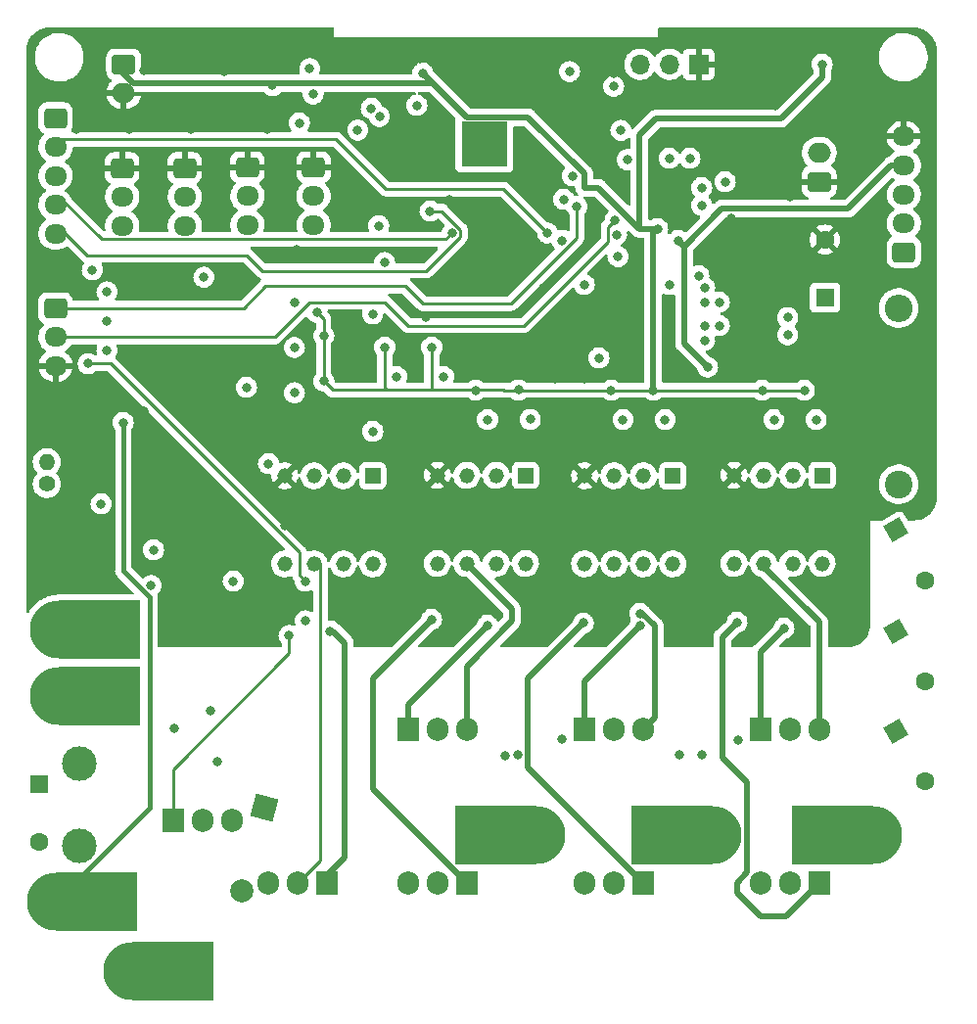
<source format=gbr>
%TF.GenerationSoftware,KiCad,Pcbnew,(6.0.7)*%
%TF.CreationDate,2022-12-27T00:24:06+11:00*%
%TF.ProjectId,esp32_esc,65737033-325f-4657-9363-2e6b69636164,rev?*%
%TF.SameCoordinates,Original*%
%TF.FileFunction,Copper,L3,Inr*%
%TF.FilePolarity,Positive*%
%FSLAX46Y46*%
G04 Gerber Fmt 4.6, Leading zero omitted, Abs format (unit mm)*
G04 Created by KiCad (PCBNEW (6.0.7)) date 2022-12-27 00:24:06*
%MOMM*%
%LPD*%
G01*
G04 APERTURE LIST*
G04 Aperture macros list*
%AMRoundRect*
0 Rectangle with rounded corners*
0 $1 Rounding radius*
0 $2 $3 $4 $5 $6 $7 $8 $9 X,Y pos of 4 corners*
0 Add a 4 corners polygon primitive as box body*
4,1,4,$2,$3,$4,$5,$6,$7,$8,$9,$2,$3,0*
0 Add four circle primitives for the rounded corners*
1,1,$1+$1,$2,$3*
1,1,$1+$1,$4,$5*
1,1,$1+$1,$6,$7*
1,1,$1+$1,$8,$9*
0 Add four rect primitives between the rounded corners*
20,1,$1+$1,$2,$3,$4,$5,0*
20,1,$1+$1,$4,$5,$6,$7,0*
20,1,$1+$1,$6,$7,$8,$9,0*
20,1,$1+$1,$8,$9,$2,$3,0*%
%AMRotRect*
0 Rectangle, with rotation*
0 The origin of the aperture is its center*
0 $1 length*
0 $2 width*
0 $3 Rotation angle, in degrees counterclockwise*
0 Add horizontal line*
21,1,$1,$2,0,0,$3*%
%AMFreePoly0*
4,1,32,7.000000,-2.500000,0.000000,-2.500000,0.000000,-2.495067,-0.156976,-2.495067,-0.468453,-2.455718,-0.772542,-2.377641,-1.064448,-2.262068,-1.339567,-2.110820,-1.593560,-1.926283,-1.822422,-1.711368,-2.022542,-1.469463,-2.190767,-1.204384,-2.324441,-0.920311,-2.421458,-0.621725,-2.480287,-0.313333,-2.500000,0.000000,-2.480287,0.313333,-2.421458,0.621725,-2.324441,0.920311,-2.190767,1.204384,
-2.022542,1.469463,-1.822422,1.711368,-1.593560,1.926283,-1.339567,2.110820,-1.064448,2.262068,-0.772542,2.377641,-0.468453,2.455718,-0.156976,2.495067,0.000000,2.495067,0.000000,2.500000,7.000000,2.500000,7.000000,-2.500000,7.000000,-2.500000,$1*%
G04 Aperture macros list end*
%TA.AperFunction,ComponentPad*%
%ADD10RotRect,2.000000X2.000000X255.000000*%
%TD*%
%TA.AperFunction,ComponentPad*%
%ADD11C,2.000000*%
%TD*%
%TA.AperFunction,ComponentPad*%
%ADD12R,1.600000X1.600000*%
%TD*%
%TA.AperFunction,ComponentPad*%
%ADD13C,1.600000*%
%TD*%
%TA.AperFunction,ComponentPad*%
%ADD14R,4.000000X4.000000*%
%TD*%
%TA.AperFunction,ComponentPad*%
%ADD15FreePoly0,0.000000*%
%TD*%
%TA.AperFunction,ComponentPad*%
%ADD16R,1.318000X1.318000*%
%TD*%
%TA.AperFunction,ComponentPad*%
%ADD17C,1.318000*%
%TD*%
%TA.AperFunction,ComponentPad*%
%ADD18RoundRect,0.250000X-0.750000X0.600000X-0.750000X-0.600000X0.750000X-0.600000X0.750000X0.600000X0*%
%TD*%
%TA.AperFunction,ComponentPad*%
%ADD19O,2.000000X1.700000*%
%TD*%
%TA.AperFunction,ComponentPad*%
%ADD20FreePoly0,180.000000*%
%TD*%
%TA.AperFunction,ComponentPad*%
%ADD21RoundRect,0.250000X-0.725000X0.600000X-0.725000X-0.600000X0.725000X-0.600000X0.725000X0.600000X0*%
%TD*%
%TA.AperFunction,ComponentPad*%
%ADD22O,1.950000X1.700000*%
%TD*%
%TA.AperFunction,ComponentPad*%
%ADD23R,1.700000X1.700000*%
%TD*%
%TA.AperFunction,ComponentPad*%
%ADD24O,1.700000X1.700000*%
%TD*%
%TA.AperFunction,ComponentPad*%
%ADD25RotRect,1.600000X1.600000X300.000000*%
%TD*%
%TA.AperFunction,ComponentPad*%
%ADD26RoundRect,0.250000X0.725000X-0.600000X0.725000X0.600000X-0.725000X0.600000X-0.725000X-0.600000X0*%
%TD*%
%TA.AperFunction,ComponentPad*%
%ADD27C,2.400000*%
%TD*%
%TA.AperFunction,ComponentPad*%
%ADD28O,2.400000X2.400000*%
%TD*%
%TA.AperFunction,ComponentPad*%
%ADD29C,1.400000*%
%TD*%
%TA.AperFunction,ComponentPad*%
%ADD30O,1.400000X1.400000*%
%TD*%
%TA.AperFunction,ComponentPad*%
%ADD31RoundRect,0.250000X0.750000X-0.600000X0.750000X0.600000X-0.750000X0.600000X-0.750000X-0.600000X0*%
%TD*%
%TA.AperFunction,ComponentPad*%
%ADD32R,1.905000X2.000000*%
%TD*%
%TA.AperFunction,ComponentPad*%
%ADD33O,1.905000X2.000000*%
%TD*%
%TA.AperFunction,ComponentPad*%
%ADD34C,3.000000*%
%TD*%
%TA.AperFunction,ViaPad*%
%ADD35C,0.800000*%
%TD*%
%TA.AperFunction,Conductor*%
%ADD36C,0.508000*%
%TD*%
%TA.AperFunction,Conductor*%
%ADD37C,0.250000*%
%TD*%
%TA.AperFunction,Conductor*%
%ADD38C,0.254000*%
%TD*%
%TA.AperFunction,Conductor*%
%ADD39C,0.381000*%
%TD*%
G04 APERTURE END LIST*
D10*
%TO.N,VBUS*%
%TO.C,C3*%
X61214000Y-102362000D03*
D11*
%TO.N,GNDPWR*%
X59272857Y-109606444D03*
%TD*%
D12*
%TO.N,VSC*%
%TO.C,C14*%
X41783000Y-100340349D03*
D13*
%TO.N,GNDPWR*%
X41783000Y-105340349D03*
%TD*%
D14*
%TO.N,N/C*%
%TO.C,REF\u002A\u002A*%
X80264000Y-44958000D03*
%TD*%
D15*
%TO.N,VSC*%
%TO.C,J4*%
X43482500Y-92710000D03*
%TD*%
D16*
%TO.N,RAW*%
%TO.C,U7*%
X96560000Y-73687500D03*
D17*
%TO.N,VH*%
X94020000Y-73687500D03*
%TO.N,VL*%
X91480000Y-73687500D03*
%TO.N,GND*%
X88940000Y-73687500D03*
%TO.N,Net-(R19-Pad1)*%
X88940000Y-81307500D03*
%TO.N,Net-(C20-Pad2)*%
X91480000Y-81307500D03*
%TO.N,Net-(R14-Pad1)*%
X94020000Y-81307500D03*
%TO.N,VBS*%
X96560000Y-81307500D03*
%TD*%
D18*
%TO.N,+3V3*%
%TO.C,J9*%
X49068000Y-38100000D03*
D19*
%TO.N,GND*%
X49068000Y-40600000D03*
%TD*%
D12*
%TO.N,RAW*%
%TO.C,C28*%
X109728000Y-58282651D03*
D13*
%TO.N,GND*%
X109728000Y-53282651D03*
%TD*%
D20*
%TO.N,Net-(C32-Pad2)*%
%TO.C,J8*%
X113870500Y-104775000D03*
%TD*%
D21*
%TO.N,GND*%
%TO.C,J10*%
X59773000Y-46990000D03*
D22*
%TO.N,brake1*%
X59773000Y-49490000D03*
%TO.N,+5V*%
X59773000Y-51990000D03*
%TD*%
D23*
%TO.N,GND*%
%TO.C,J17*%
X98806000Y-38100000D03*
D24*
%TO.N,Net-(J17-Pad2)*%
X96266000Y-38100000D03*
%TO.N,Net-(J17-Pad3)*%
X93726000Y-38100000D03*
%TD*%
D20*
%TO.N,Net-(J3-Pad1)*%
%TO.C,J3*%
X84787500Y-104775000D03*
%TD*%
D15*
%TO.N,GNDPWR*%
%TO.C,J5*%
X43180000Y-110490000D03*
%TD*%
D25*
%TO.N,VMOTOR*%
%TO.C,C4*%
X115844000Y-78385273D03*
D13*
%TO.N,GNDPWR*%
X118344000Y-82715400D03*
%TD*%
D21*
%TO.N,GND*%
%TO.C,J14*%
X65488000Y-46990000D03*
D22*
%TO.N,boost*%
X65488000Y-49490000D03*
%TO.N,+5V*%
X65488000Y-51990000D03*
%TD*%
D26*
%TO.N,hallC*%
%TO.C,J12*%
X116540000Y-54356000D03*
D22*
%TO.N,hallB*%
X116540000Y-51856000D03*
%TO.N,hallA*%
X116540000Y-49356000D03*
%TO.N,+5V*%
X116540000Y-46856000D03*
%TO.N,GND*%
X116540000Y-44356000D03*
%TD*%
D27*
%TO.N,Net-(D1-Pad2)*%
%TO.C,R1*%
X116078000Y-74422000D03*
D28*
%TO.N,RAW*%
X116078000Y-59182000D03*
%TD*%
D16*
%TO.N,RAW*%
%TO.C,U1*%
X83820000Y-73660000D03*
D17*
%TO.N,UH*%
X81280000Y-73660000D03*
%TO.N,UL*%
X78740000Y-73660000D03*
%TO.N,GND*%
X76200000Y-73660000D03*
%TO.N,Net-(R10-Pad1)*%
X76200000Y-81280000D03*
%TO.N,Net-(C10-Pad2)*%
X78740000Y-81280000D03*
%TO.N,Net-(R8-Pad1)*%
X81280000Y-81280000D03*
%TO.N,UBS*%
X83820000Y-81280000D03*
%TD*%
D15*
%TO.N,GNDPWR*%
%TO.C,J2*%
X49762500Y-116500000D03*
%TD*%
D21*
%TO.N,GND*%
%TO.C,J11*%
X48943000Y-47070000D03*
D22*
%TO.N,throttle*%
X48943000Y-49570000D03*
%TO.N,+5V*%
X48943000Y-52070000D03*
%TD*%
D20*
%TO.N,Net-(J6-Pad1)*%
%TO.C,J6*%
X100027500Y-104775000D03*
%TD*%
D16*
%TO.N,RAW*%
%TO.C,U11*%
X109474000Y-73660000D03*
D17*
%TO.N,WH*%
X106934000Y-73660000D03*
%TO.N,WL*%
X104394000Y-73660000D03*
%TO.N,GND*%
X101854000Y-73660000D03*
%TO.N,Net-(R29-Pad1)*%
X101854000Y-81280000D03*
%TO.N,Net-(C32-Pad2)*%
X104394000Y-81280000D03*
%TO.N,Net-(R26-Pad1)*%
X106934000Y-81280000D03*
%TO.N,WBS*%
X109474000Y-81280000D03*
%TD*%
D25*
%TO.N,VMOTOR*%
%TO.C,C43*%
X115844000Y-87115642D03*
D13*
%TO.N,GNDPWR*%
X118344000Y-91445769D03*
%TD*%
D21*
%TO.N,TX_forbms*%
%TO.C,J16*%
X43180000Y-59190000D03*
D22*
%TO.N,RX_forbms*%
X43180000Y-61690000D03*
%TO.N,GND*%
X43180000Y-64190000D03*
%TD*%
D29*
%TO.N,+5V*%
%TO.C,TH1*%
X42418000Y-74406000D03*
D30*
%TO.N,Tsense*%
X42418000Y-72506000D03*
%TD*%
D15*
%TO.N,VBUS*%
%TO.C,J1*%
X43482500Y-86995000D03*
%TD*%
D16*
%TO.N,RAW*%
%TO.C,U3*%
X70612000Y-73687500D03*
D17*
%TO.N,SR*%
X68072000Y-73687500D03*
%TO.N,SW*%
X65532000Y-73687500D03*
%TO.N,GND*%
X62992000Y-73687500D03*
%TO.N,Net-(R11-Pad1)*%
X62992000Y-81307500D03*
%TO.N,Vs*%
X65532000Y-81307500D03*
%TO.N,Net-(R9-Pad1)*%
X68072000Y-81307500D03*
%TO.N,cp*%
X70612000Y-81307500D03*
%TD*%
D21*
%TO.N,BLK*%
%TO.C,J15*%
X43180000Y-42752000D03*
D22*
%TO.N,CS*%
X43180000Y-45252000D03*
%TO.N,DC*%
X43180000Y-47752000D03*
%TO.N,SDA*%
X43180000Y-50252000D03*
%TO.N,SCL*%
X43180000Y-52752000D03*
%TD*%
D31*
%TO.N,GND*%
%TO.C,J7*%
X109220000Y-48260000D03*
D19*
%TO.N,RAW*%
X109220000Y-45760000D03*
%TD*%
D25*
%TO.N,VMOTOR*%
%TO.C,C5*%
X115844000Y-95751642D03*
D13*
%TO.N,GNDPWR*%
X118344000Y-100081769D03*
%TD*%
D21*
%TO.N,GND*%
%TO.C,J13*%
X54358000Y-47070000D03*
D22*
%TO.N,brake2*%
X54358000Y-49570000D03*
%TO.N,+5V*%
X54358000Y-52070000D03*
%TD*%
D32*
%TO.N,Net-(Q8-Pad1)*%
%TO.C,Q8*%
X104140000Y-95590000D03*
D33*
%TO.N,VMOTOR*%
X106680000Y-95590000D03*
%TO.N,Net-(C32-Pad2)*%
X109220000Y-95590000D03*
%TD*%
D32*
%TO.N,Net-(Q9-Pad1)*%
%TO.C,Q9*%
X109220000Y-108880000D03*
D33*
%TO.N,Net-(C32-Pad2)*%
X106680000Y-108880000D03*
%TO.N,GNDPWR*%
X104140000Y-108880000D03*
%TD*%
D32*
%TO.N,Net-(Q5-Pad1)*%
%TO.C,Q5*%
X88900000Y-95590000D03*
D33*
%TO.N,VMOTOR*%
X91440000Y-95590000D03*
%TO.N,Net-(C20-Pad2)*%
X93980000Y-95590000D03*
%TD*%
D34*
%TO.N,VSC*%
%TO.C,L1*%
X45212000Y-98558000D03*
%TO.N,Vs*%
X45212000Y-105658000D03*
%TD*%
D32*
%TO.N,Net-(Q4-Pad1)*%
%TO.C,Q4*%
X66675000Y-108880000D03*
D33*
%TO.N,Vs*%
X64135000Y-108880000D03*
%TO.N,GNDPWR*%
X61595000Y-108880000D03*
%TD*%
D32*
%TO.N,Net-(Q3-Pad1)*%
%TO.C,Q3*%
X78740000Y-108880000D03*
D33*
%TO.N,Net-(C10-Pad2)*%
X76200000Y-108880000D03*
%TO.N,GNDPWR*%
X73660000Y-108880000D03*
%TD*%
D32*
%TO.N,Net-(Q2-Pad1)*%
%TO.C,Q2*%
X53340000Y-103505000D03*
D33*
%TO.N,Net-(Q2-Pad2)*%
X55880000Y-103505000D03*
%TO.N,Vs*%
X58420000Y-103505000D03*
%TD*%
D32*
%TO.N,Net-(Q1-Pad1)*%
%TO.C,Q1*%
X73660000Y-95590000D03*
D33*
%TO.N,VMOTOR*%
X76200000Y-95590000D03*
%TO.N,Net-(C10-Pad2)*%
X78740000Y-95590000D03*
%TD*%
D32*
%TO.N,Net-(Q6-Pad1)*%
%TO.C,Q6*%
X93980000Y-108880000D03*
D33*
%TO.N,Net-(C20-Pad2)*%
X91440000Y-108880000D03*
%TO.N,GNDPWR*%
X88900000Y-108880000D03*
%TD*%
D35*
%TO.N,+5V*%
X100584000Y-58674000D03*
X105303750Y-68834000D03*
X84233000Y-68826000D03*
X92256000Y-68834000D03*
X108960750Y-68834000D03*
X96266000Y-57150000D03*
X99314000Y-58674000D03*
X53467000Y-95504000D03*
X80534000Y-68834000D03*
X106500000Y-61500000D03*
X97155000Y-97790000D03*
X98806000Y-56388000D03*
X97028000Y-53340000D03*
X82042000Y-97917000D03*
X63837000Y-62595000D03*
X99314000Y-57404000D03*
X72663000Y-65116500D03*
X99568000Y-64297500D03*
X63825250Y-58720250D03*
X106500000Y-60000000D03*
X63837000Y-66516000D03*
X76727000Y-65116500D03*
X100584000Y-60706000D03*
X95901000Y-68834000D03*
X61595000Y-72644000D03*
X58547000Y-82804000D03*
X99314000Y-61976000D03*
X99314000Y-60706000D03*
%TO.N,GND*%
X45466000Y-50038000D03*
X74676000Y-47752000D03*
X100076000Y-39878000D03*
X60960000Y-78740000D03*
X94488000Y-41656000D03*
X83820000Y-77216000D03*
X82804000Y-40386000D03*
X88011000Y-37338000D03*
X49530000Y-43688000D03*
X83820000Y-39370000D03*
X53848000Y-75692000D03*
X101600000Y-62230000D03*
X44958000Y-45720000D03*
X50800000Y-38608000D03*
X59944000Y-56388000D03*
X63000000Y-76000000D03*
X57150000Y-83185000D03*
X86995000Y-96497500D03*
X105410000Y-39878000D03*
X44958000Y-43688000D03*
X77724000Y-63246000D03*
X106934000Y-45974000D03*
X86360000Y-65278000D03*
X83820000Y-78740000D03*
X87376000Y-68580000D03*
X82804000Y-51816000D03*
X100838000Y-67564000D03*
X70612000Y-45466000D03*
X91440000Y-38862000D03*
X61468000Y-43688000D03*
X57785000Y-38735000D03*
X102235000Y-96520000D03*
X109474000Y-62992000D03*
X106172000Y-68072000D03*
X64516000Y-37338000D03*
X51837500Y-62865000D03*
X109474000Y-60452000D03*
X63500000Y-68072000D03*
X69342000Y-67310000D03*
X78740000Y-56896000D03*
X77216000Y-56896000D03*
X43688000Y-78740000D03*
X111506000Y-60452000D03*
X105410000Y-41656000D03*
X75692000Y-56896000D03*
X75184000Y-79756000D03*
X84836000Y-45720000D03*
X53848000Y-68072000D03*
X74676000Y-37592000D03*
X63000000Y-78000000D03*
X77216000Y-49784000D03*
X75184000Y-78232000D03*
X71628000Y-75692000D03*
X109474000Y-61722000D03*
X86360000Y-42672000D03*
X111506000Y-61722000D03*
X50546000Y-55880000D03*
X105410000Y-45720000D03*
X66802000Y-36576000D03*
X85344000Y-57404000D03*
X100076000Y-41402000D03*
X70358000Y-65024000D03*
X43688000Y-69088000D03*
X83820000Y-62484000D03*
X60452000Y-63500000D03*
X50800000Y-68072000D03*
X84836000Y-47244000D03*
X75184000Y-59944000D03*
X65532000Y-67310000D03*
X71628000Y-77724000D03*
X51054000Y-65532000D03*
X106680000Y-51816000D03*
X86360000Y-75184000D03*
X79248000Y-41148000D03*
X71628000Y-76708000D03*
X57150000Y-98425000D03*
X83820000Y-75692000D03*
X43688000Y-83312000D03*
X87884000Y-59944000D03*
X88900000Y-65278000D03*
X58420000Y-71628000D03*
X84836000Y-38354000D03*
X41148000Y-75692000D03*
X87376000Y-71120000D03*
X75184000Y-76708000D03*
X78994000Y-86360000D03*
X100838000Y-86106000D03*
X114300000Y-42545000D03*
X96012000Y-39878000D03*
X101600000Y-51435000D03*
X74676000Y-46482000D03*
X106680000Y-49530000D03*
X111506000Y-62992000D03*
X64008000Y-54102000D03*
X50800000Y-42164000D03*
X51816000Y-81788000D03*
X63000000Y-77000000D03*
X54864000Y-43688000D03*
%TO.N,RAW*%
X70612000Y-69850000D03*
%TO.N,Vs*%
X51435000Y-83185000D03*
%TO.N,hallC*%
X91440000Y-40005000D03*
%TO.N,hallB*%
X92075000Y-43815000D03*
%TO.N,hallA*%
X92618500Y-46355000D03*
%TO.N,Net-(Q4-Pad1)*%
X64770000Y-86233000D03*
X66929000Y-87122000D03*
%TO.N,Net-(Q5-Pad1)*%
X93726000Y-86614000D03*
%TO.N,Net-(Q6-Pad1)*%
X88823615Y-86436385D03*
%TO.N,Net-(Q8-Pad1)*%
X106172000Y-86868000D03*
%TO.N,Net-(Q9-Pad1)*%
X102108000Y-86360000D03*
%TO.N,+3V3*%
X75711000Y-62576500D03*
X94885000Y-66294000D03*
X98044000Y-46228000D03*
X66377000Y-65500000D03*
X66377000Y-61579000D03*
X74930000Y-38862000D03*
X104287750Y-66294000D03*
X71647000Y-62576500D03*
X79518000Y-66294000D03*
X91240000Y-66294000D03*
X109474000Y-38100000D03*
X99060000Y-50292000D03*
X65786000Y-59563000D03*
X83217000Y-66286000D03*
X99060000Y-48768000D03*
X61942904Y-39943719D03*
X96266000Y-46228000D03*
X107944750Y-66294000D03*
X95250000Y-52324000D03*
X101092000Y-48260000D03*
%TO.N,I_totsense*%
X64790767Y-82800999D03*
X46000000Y-64000000D03*
%TO.N,I_Usense*%
X83185000Y-97790000D03*
X64262000Y-43180000D03*
%TO.N,I_Vsense*%
X65159287Y-38489288D03*
X99060000Y-97790000D03*
%TO.N,Net-(Q2-Pad1)*%
X63373000Y-87503000D03*
%TO.N,Net-(C23-Pad2)*%
X51655129Y-80103129D03*
X47113750Y-76116250D03*
%TO.N,I_Bsense*%
X56604500Y-93980000D03*
X65445118Y-40679412D03*
%TO.N,SCL*%
X75565000Y-50800000D03*
%TO.N,SDA*%
X77470000Y-52705000D03*
%TO.N,CS*%
X85725000Y-52705000D03*
%TO.N,RX_forbms*%
X91567000Y-51562000D03*
%TO.N,TX_forbms*%
X88265000Y-50419000D03*
%TO.N,Net-(C24-Pad2)*%
X59690000Y-66040000D03*
X47625000Y-57785000D03*
%TO.N,Net-(C25-Pad2)*%
X47625000Y-62865000D03*
%TO.N,Tsense*%
X47625000Y-60325000D03*
%TO.N,DC*%
X71628000Y-55245500D03*
X56007000Y-56515000D03*
%TO.N,/3V3to5V1/LIN*%
X88900000Y-57150000D03*
X86995000Y-53340000D03*
%TO.N,/3V3to5V2/LIN*%
X91694000Y-52832000D03*
X91821000Y-54737000D03*
%TO.N,/3V3to5V4/LIN*%
X87884000Y-47752000D03*
X87122000Y-49784000D03*
%TO.N,/3V3to5V5/LIN*%
X87630000Y-38735000D03*
X90170000Y-63500000D03*
%TO.N,Net-(Q1-Pad1)*%
X80518000Y-86614000D03*
%TO.N,Net-(R3-Pad2)*%
X71191755Y-42616755D03*
%TO.N,Net-(R12-Pad1)*%
X69308469Y-43791313D03*
%TO.N,Net-(R12-Pad2)*%
X46355000Y-55880000D03*
%TO.N,Net-(Q3-Pad1)*%
X75692000Y-86106000D03*
%TO.N,Net-(R2-Pad2)*%
X70485000Y-41910000D03*
%TO.N,Net-(R16-Pad1)*%
X74422000Y-41656000D03*
%TO.N,/3V3to5V9/LIN*%
X71125714Y-52064286D03*
X70612000Y-59690000D03*
%TO.N,GNDPWR*%
X49022000Y-69088000D03*
%TO.N,Net-(C20-Pad2)*%
X93726000Y-85598000D03*
%TD*%
D36*
%TO.N,+5V*%
X115444000Y-46856000D02*
X116540000Y-46856000D01*
X99568000Y-64297500D02*
X97536000Y-62265500D01*
X111719000Y-50581000D02*
X115444000Y-46856000D01*
X100803000Y-50581000D02*
X111719000Y-50581000D01*
X97536000Y-53848000D02*
X100803000Y-50581000D01*
X97536000Y-53848000D02*
X97028000Y-53340000D01*
X97536000Y-62265500D02*
X97536000Y-53848000D01*
D37*
%TO.N,Vs*%
X66080000Y-81307500D02*
X66080000Y-106935000D01*
X66080000Y-106935000D02*
X64135000Y-108880000D01*
D36*
%TO.N,Net-(Q4-Pad1)*%
X66675000Y-108204000D02*
X68199000Y-106680000D01*
X67183000Y-87122000D02*
X66929000Y-87122000D01*
X68199000Y-88138000D02*
X67183000Y-87122000D01*
X68199000Y-106680000D02*
X68199000Y-88138000D01*
%TO.N,Net-(Q5-Pad1)*%
X88900000Y-91440000D02*
X93726000Y-86614000D01*
X88900000Y-95590000D02*
X88900000Y-91440000D01*
%TO.N,Net-(Q6-Pad1)*%
X88823615Y-86436385D02*
X84039000Y-91221000D01*
X84039000Y-91221000D02*
X84039000Y-98939000D01*
X84039000Y-98939000D02*
X93980000Y-108880000D01*
%TO.N,Net-(Q8-Pad1)*%
X104140000Y-88900000D02*
X106172000Y-86868000D01*
X104140000Y-95590000D02*
X104140000Y-88900000D01*
%TO.N,Net-(Q9-Pad1)*%
X100838000Y-98044000D02*
X100838000Y-87630000D01*
X102108000Y-109728000D02*
X102108000Y-108875409D01*
X102981500Y-108001909D02*
X102981500Y-100187500D01*
X106340000Y-111760000D02*
X104140000Y-111760000D01*
X104140000Y-111760000D02*
X102108000Y-109728000D01*
X102981500Y-100187500D02*
X100838000Y-98044000D01*
X100838000Y-87630000D02*
X102108000Y-86360000D01*
X109220000Y-108880000D02*
X106340000Y-111760000D01*
X102108000Y-108875409D02*
X102981500Y-108001909D01*
D38*
%TO.N,+3V3*%
X104287750Y-66294000D02*
X94885000Y-66294000D01*
X71647000Y-62576500D02*
X71647000Y-66043000D01*
X94885000Y-66294000D02*
X81947000Y-66294000D01*
D36*
X93661261Y-44260739D02*
X93661261Y-52324000D01*
D38*
X81923000Y-66286000D02*
X81931000Y-66278000D01*
D36*
X84011739Y-42672000D02*
X78740000Y-42672000D01*
D38*
X71647000Y-66043000D02*
X71890000Y-66286000D01*
X66377000Y-60154000D02*
X66377000Y-61579000D01*
D36*
X75692000Y-39624000D02*
X74930000Y-38862000D01*
D38*
X75711000Y-66275000D02*
X75700000Y-66286000D01*
X65786000Y-59563000D02*
X66377000Y-60154000D01*
X75711000Y-62576500D02*
X75711000Y-66275000D01*
D36*
X109474000Y-38100000D02*
X109474000Y-39243000D01*
D38*
X67163000Y-66286000D02*
X71890000Y-66286000D01*
X75700000Y-66286000D02*
X81923000Y-66286000D01*
X71890000Y-66286000D02*
X75700000Y-66286000D01*
D36*
X88900000Y-47560261D02*
X84011739Y-42672000D01*
X62135623Y-39751000D02*
X63500000Y-39751000D01*
X49911000Y-39751000D02*
X48260000Y-38100000D01*
X90105261Y-48768000D02*
X88900000Y-48768000D01*
X105918000Y-42799000D02*
X95123000Y-42799000D01*
X75565000Y-39751000D02*
X63500000Y-39751000D01*
D38*
X107944750Y-66294000D02*
X104287750Y-66294000D01*
D36*
X88900000Y-48768000D02*
X88900000Y-47560261D01*
X95250000Y-52324000D02*
X94885000Y-52689000D01*
X61942904Y-39943719D02*
X62135623Y-39751000D01*
D38*
X66377000Y-65500000D02*
X67163000Y-66286000D01*
D36*
X109474000Y-39243000D02*
X105918000Y-42799000D01*
X78740000Y-42672000D02*
X75692000Y-39624000D01*
X93661261Y-44260739D02*
X95123000Y-42799000D01*
X95250000Y-52324000D02*
X93661261Y-52324000D01*
X94885000Y-52689000D02*
X94885000Y-66294000D01*
D38*
X81947000Y-66294000D02*
X81931000Y-66278000D01*
D36*
X93661261Y-52324000D02*
X90105261Y-48768000D01*
X75692000Y-39624000D02*
X75565000Y-39751000D01*
D38*
X66377000Y-65500000D02*
X66377000Y-61579000D01*
D36*
X63500000Y-39751000D02*
X49911000Y-39751000D01*
D38*
%TO.N,I_totsense*%
X64790767Y-82800999D02*
X64278834Y-82289066D01*
X47952901Y-64000000D02*
X46000000Y-64000000D01*
X64278834Y-82289066D02*
X64278834Y-80325933D01*
X64278834Y-80325933D02*
X47952901Y-64000000D01*
%TO.N,Net-(Q2-Pad1)*%
X53340000Y-99060000D02*
X53340000Y-103505000D01*
X63373000Y-89027000D02*
X53340000Y-99060000D01*
X63373000Y-87503000D02*
X63373000Y-89027000D01*
%TO.N,SCL*%
X75231134Y-55972000D02*
X78197000Y-53006134D01*
X61052000Y-55972000D02*
X75231134Y-55972000D01*
X76593134Y-50800000D02*
X75565000Y-50800000D01*
X78197000Y-53006134D02*
X78197000Y-52403866D01*
X43480000Y-52210000D02*
X45880000Y-54610000D01*
X45880000Y-54610000D02*
X59690000Y-54610000D01*
X59690000Y-54610000D02*
X61052000Y-55972000D01*
X78197000Y-52403866D02*
X76593134Y-50800000D01*
%TO.N,SDA*%
X76928000Y-53247000D02*
X77470000Y-52705000D01*
X47142000Y-53247000D02*
X76928000Y-53247000D01*
X43480000Y-49585000D02*
X47142000Y-53247000D01*
%TO.N,CS*%
X71755000Y-48895000D02*
X81915000Y-48895000D01*
X67445000Y-44585000D02*
X71755000Y-48895000D01*
X81915000Y-48895000D02*
X85725000Y-52705000D01*
X43480000Y-44585000D02*
X67445000Y-44585000D01*
%TO.N,RX_forbms*%
X90967000Y-53432000D02*
X90967000Y-52162000D01*
X83693000Y-60706000D02*
X90967000Y-53432000D01*
X65151000Y-58674000D02*
X71628000Y-58674000D01*
X73660000Y-60706000D02*
X83693000Y-60706000D01*
X43180000Y-61690000D02*
X62135000Y-61690000D01*
X90967000Y-52162000D02*
X91567000Y-51562000D01*
X71628000Y-58674000D02*
X73660000Y-60706000D01*
X62135000Y-61690000D02*
X65151000Y-58674000D01*
%TO.N,TX_forbms*%
X74930000Y-58801000D02*
X82562134Y-58801000D01*
X61341000Y-57277000D02*
X73406000Y-57277000D01*
X59428000Y-59190000D02*
X61341000Y-57277000D01*
X82562134Y-58801000D02*
X88265000Y-53098134D01*
X43180000Y-59190000D02*
X59428000Y-59190000D01*
X73406000Y-57277000D02*
X74930000Y-58801000D01*
X88265000Y-53098134D02*
X88265000Y-50419000D01*
D36*
%TO.N,Net-(Q1-Pad1)*%
X73660000Y-93472000D02*
X80518000Y-86614000D01*
X73660000Y-95590000D02*
X73660000Y-93472000D01*
%TO.N,Net-(Q3-Pad1)*%
X70612000Y-100752000D02*
X70612000Y-91186000D01*
X78740000Y-108880000D02*
X70612000Y-100752000D01*
X70612000Y-91186000D02*
X75692000Y-86106000D01*
D39*
%TO.N,GNDPWR*%
X51308000Y-84175936D02*
X51308000Y-102362000D01*
X51308000Y-102362000D02*
X43180000Y-110490000D01*
X49022000Y-81889936D02*
X51308000Y-84175936D01*
X49022000Y-69088000D02*
X49022000Y-81889936D01*
D36*
%TO.N,Net-(C10-Pad2)*%
X82642000Y-86268000D02*
X82642000Y-85182000D01*
X78740000Y-90170000D02*
X82642000Y-86268000D01*
X78740000Y-95590000D02*
X78740000Y-90170000D01*
X82642000Y-85182000D02*
X78740000Y-81280000D01*
%TO.N,Net-(C20-Pad2)*%
X94996000Y-94574000D02*
X93980000Y-95590000D01*
X94996000Y-86676261D02*
X94996000Y-94574000D01*
X93917739Y-85598000D02*
X94996000Y-86676261D01*
X93726000Y-85598000D02*
X93917739Y-85598000D01*
%TO.N,Net-(C32-Pad2)*%
X109220000Y-95590000D02*
X109220000Y-86347500D01*
X109220000Y-86347500D02*
X104180000Y-81307500D01*
%TD*%
%TA.AperFunction,Conductor*%
%TO.N,GND*%
G36*
X67222121Y-34945002D02*
G01*
X67268614Y-34998658D01*
X67280000Y-35051000D01*
X67280000Y-35750000D01*
X95280000Y-35750000D01*
X95280000Y-35051000D01*
X95300002Y-34982879D01*
X95353658Y-34936386D01*
X95406000Y-34925000D01*
X117375499Y-34925000D01*
X117384487Y-34925321D01*
X117433871Y-34928853D01*
X117655650Y-34944715D01*
X117673433Y-34947272D01*
X117934658Y-35004098D01*
X117951900Y-35009160D01*
X118202393Y-35102589D01*
X118218740Y-35110055D01*
X118453375Y-35238176D01*
X118468498Y-35247895D01*
X118682510Y-35408103D01*
X118696096Y-35419876D01*
X118885124Y-35608904D01*
X118896897Y-35622490D01*
X119057105Y-35836502D01*
X119066824Y-35851625D01*
X119162786Y-36027366D01*
X119175331Y-36050339D01*
X119194945Y-36086260D01*
X119202411Y-36102607D01*
X119275110Y-36297521D01*
X119295839Y-36353097D01*
X119300902Y-36370342D01*
X119357728Y-36631567D01*
X119360285Y-36649350D01*
X119371940Y-36812306D01*
X119379679Y-36920513D01*
X119380000Y-36929501D01*
X119380000Y-75560499D01*
X119379679Y-75569487D01*
X119362439Y-75810547D01*
X119360286Y-75840645D01*
X119357728Y-75858433D01*
X119300903Y-76119654D01*
X119295840Y-76136900D01*
X119202411Y-76387393D01*
X119194945Y-76403740D01*
X119066824Y-76638375D01*
X119057105Y-76653498D01*
X118896897Y-76867510D01*
X118885124Y-76881096D01*
X118696096Y-77070124D01*
X118682510Y-77081897D01*
X118468498Y-77242105D01*
X118453375Y-77251824D01*
X118218740Y-77379945D01*
X118202393Y-77387411D01*
X117951900Y-77480840D01*
X117934658Y-77485902D01*
X117673433Y-77542728D01*
X117655650Y-77545285D01*
X117433871Y-77561147D01*
X117384487Y-77564679D01*
X117375499Y-77565000D01*
X116954087Y-77565000D01*
X116885966Y-77544998D01*
X116844968Y-77502000D01*
X116554832Y-76999469D01*
X116554826Y-76999460D01*
X116553127Y-76996517D01*
X116551121Y-76993776D01*
X116551117Y-76993770D01*
X116520853Y-76952420D01*
X116520851Y-76952418D01*
X116516186Y-76946044D01*
X116420748Y-76867510D01*
X116410644Y-76859196D01*
X116410643Y-76859196D01*
X116403712Y-76853492D01*
X116269783Y-76796229D01*
X116260874Y-76795159D01*
X116260871Y-76795158D01*
X116169421Y-76784172D01*
X116125166Y-76778856D01*
X116116311Y-76780330D01*
X116116308Y-76780330D01*
X115989275Y-76801474D01*
X115989273Y-76801475D01*
X115981484Y-76802771D01*
X115974264Y-76805956D01*
X115974259Y-76805957D01*
X115933972Y-76823726D01*
X115924256Y-76828012D01*
X115484514Y-77081897D01*
X114647754Y-77565000D01*
X113665000Y-77565000D01*
X113665000Y-86530499D01*
X113664679Y-86539487D01*
X113647376Y-86781429D01*
X113645286Y-86810645D01*
X113642728Y-86828433D01*
X113589280Y-87074129D01*
X113585903Y-87089654D01*
X113580840Y-87106900D01*
X113487411Y-87357393D01*
X113479946Y-87373738D01*
X113460226Y-87409852D01*
X113351824Y-87608375D01*
X113342105Y-87623498D01*
X113181897Y-87837510D01*
X113170124Y-87851096D01*
X112981096Y-88040124D01*
X112967510Y-88051897D01*
X112753498Y-88212105D01*
X112738375Y-88221824D01*
X112571051Y-88313190D01*
X112532566Y-88334205D01*
X112503740Y-88349945D01*
X112487393Y-88357411D01*
X112236900Y-88450840D01*
X112219658Y-88455902D01*
X111958433Y-88512728D01*
X111940650Y-88515285D01*
X111718871Y-88531147D01*
X111669487Y-88534679D01*
X111660499Y-88535000D01*
X110108500Y-88535000D01*
X110040379Y-88514998D01*
X109993886Y-88461342D01*
X109982500Y-88409000D01*
X109982500Y-86414868D01*
X109983933Y-86395917D01*
X109986123Y-86381524D01*
X109986123Y-86381522D01*
X109987223Y-86374292D01*
X109986358Y-86363648D01*
X109982915Y-86321325D01*
X109982500Y-86311111D01*
X109982500Y-86302975D01*
X109979190Y-86274584D01*
X109978757Y-86270209D01*
X109973403Y-86204372D01*
X109973402Y-86204369D01*
X109972809Y-86197073D01*
X109970554Y-86190111D01*
X109969354Y-86184107D01*
X109967948Y-86178160D01*
X109967101Y-86170893D01*
X109942053Y-86101887D01*
X109940625Y-86097727D01*
X109920268Y-86034887D01*
X109920266Y-86034882D01*
X109918012Y-86027925D01*
X109914218Y-86021673D01*
X109911666Y-86016098D01*
X109908930Y-86010635D01*
X109906434Y-86003759D01*
X109866181Y-85942363D01*
X109863834Y-85938644D01*
X109859348Y-85931251D01*
X109825772Y-85875919D01*
X109818332Y-85867494D01*
X109818360Y-85867469D01*
X109815766Y-85864544D01*
X109812961Y-85861190D01*
X109808946Y-85855065D01*
X109752413Y-85801511D01*
X109749972Y-85799134D01*
X106588113Y-82637275D01*
X106554087Y-82574963D01*
X106559152Y-82504148D01*
X106601699Y-82447312D01*
X106668219Y-82422501D01*
X106705014Y-82425287D01*
X106736645Y-82432444D01*
X106775322Y-82441196D01*
X106775325Y-82441196D01*
X106780958Y-82442471D01*
X106786729Y-82442698D01*
X106786731Y-82442698D01*
X106852243Y-82445272D01*
X106995364Y-82450895D01*
X107207715Y-82420106D01*
X107213179Y-82418251D01*
X107213184Y-82418250D01*
X107405428Y-82352992D01*
X107405433Y-82352990D01*
X107410900Y-82351134D01*
X107432601Y-82338981D01*
X107593065Y-82249117D01*
X107593069Y-82249114D01*
X107598112Y-82246290D01*
X107763084Y-82109084D01*
X107900290Y-81944112D01*
X107903114Y-81939069D01*
X107903117Y-81939065D01*
X108002310Y-81761943D01*
X108002311Y-81761941D01*
X108005134Y-81756900D01*
X108006990Y-81751433D01*
X108006992Y-81751428D01*
X108072250Y-81559184D01*
X108072251Y-81559179D01*
X108074106Y-81553715D01*
X108074934Y-81548006D01*
X108074935Y-81548001D01*
X108079432Y-81516982D01*
X108109002Y-81452436D01*
X108168773Y-81414124D01*
X108239770Y-81414208D01*
X108299450Y-81452663D01*
X108326251Y-81504045D01*
X108368751Y-81671389D01*
X108458583Y-81866251D01*
X108461916Y-81870967D01*
X108562212Y-82012882D01*
X108582422Y-82041479D01*
X108586564Y-82045514D01*
X108701255Y-82157240D01*
X108736121Y-82191205D01*
X108740925Y-82194415D01*
X108796304Y-82231418D01*
X108914530Y-82310415D01*
X108919833Y-82312693D01*
X108919836Y-82312695D01*
X109082049Y-82382387D01*
X109111677Y-82395116D01*
X109188136Y-82412417D01*
X109315321Y-82441196D01*
X109315326Y-82441197D01*
X109320958Y-82442471D01*
X109326729Y-82442698D01*
X109326731Y-82442698D01*
X109392243Y-82445272D01*
X109535364Y-82450895D01*
X109747715Y-82420106D01*
X109753179Y-82418251D01*
X109753184Y-82418250D01*
X109945428Y-82352992D01*
X109945433Y-82352990D01*
X109950900Y-82351134D01*
X109972601Y-82338981D01*
X110133065Y-82249117D01*
X110133069Y-82249114D01*
X110138112Y-82246290D01*
X110303084Y-82109084D01*
X110440290Y-81944112D01*
X110443114Y-81939069D01*
X110443117Y-81939065D01*
X110542310Y-81761943D01*
X110542311Y-81761941D01*
X110545134Y-81756900D01*
X110546990Y-81751433D01*
X110546992Y-81751428D01*
X110612250Y-81559184D01*
X110612251Y-81559179D01*
X110614106Y-81553715D01*
X110644895Y-81341364D01*
X110646502Y-81280000D01*
X110626868Y-81066328D01*
X110624578Y-81058206D01*
X110597747Y-80963071D01*
X110568625Y-80859813D01*
X110473722Y-80667369D01*
X110345339Y-80495443D01*
X110322883Y-80474685D01*
X110192015Y-80353712D01*
X110192013Y-80353710D01*
X110187774Y-80349792D01*
X110028373Y-80249217D01*
X110011185Y-80238372D01*
X110011184Y-80238372D01*
X110006305Y-80235293D01*
X110000945Y-80233155D01*
X110000942Y-80233153D01*
X109812373Y-80157922D01*
X109807009Y-80155782D01*
X109801349Y-80154656D01*
X109801345Y-80154655D01*
X109602227Y-80115048D01*
X109602224Y-80115048D01*
X109596560Y-80113921D01*
X109590785Y-80113845D01*
X109590781Y-80113845D01*
X109483051Y-80112435D01*
X109382007Y-80111112D01*
X109376310Y-80112091D01*
X109376309Y-80112091D01*
X109176231Y-80146471D01*
X109170534Y-80147450D01*
X108969225Y-80221717D01*
X108964264Y-80224669D01*
X108964263Y-80224669D01*
X108900183Y-80262793D01*
X108784821Y-80331426D01*
X108623497Y-80472903D01*
X108490657Y-80641410D01*
X108487968Y-80646521D01*
X108487966Y-80646524D01*
X108476999Y-80667369D01*
X108390749Y-80831303D01*
X108327120Y-81036223D01*
X108326502Y-81041444D01*
X108292854Y-81103770D01*
X108230705Y-81138091D01*
X108159866Y-81133364D01*
X108102828Y-81091089D01*
X108082066Y-81049301D01*
X108059486Y-80969238D01*
X108028625Y-80859813D01*
X107933722Y-80667369D01*
X107805339Y-80495443D01*
X107782883Y-80474685D01*
X107652015Y-80353712D01*
X107652013Y-80353710D01*
X107647774Y-80349792D01*
X107488373Y-80249217D01*
X107471185Y-80238372D01*
X107471184Y-80238372D01*
X107466305Y-80235293D01*
X107460945Y-80233155D01*
X107460942Y-80233153D01*
X107272373Y-80157922D01*
X107267009Y-80155782D01*
X107261349Y-80154656D01*
X107261345Y-80154655D01*
X107062227Y-80115048D01*
X107062224Y-80115048D01*
X107056560Y-80113921D01*
X107050785Y-80113845D01*
X107050781Y-80113845D01*
X106943051Y-80112435D01*
X106842007Y-80111112D01*
X106836310Y-80112091D01*
X106836309Y-80112091D01*
X106636231Y-80146471D01*
X106630534Y-80147450D01*
X106429225Y-80221717D01*
X106424264Y-80224669D01*
X106424263Y-80224669D01*
X106360183Y-80262793D01*
X106244821Y-80331426D01*
X106083497Y-80472903D01*
X105950657Y-80641410D01*
X105947968Y-80646521D01*
X105947966Y-80646524D01*
X105936999Y-80667369D01*
X105850749Y-80831303D01*
X105787120Y-81036223D01*
X105786502Y-81041444D01*
X105752854Y-81103770D01*
X105690705Y-81138091D01*
X105619866Y-81133364D01*
X105562828Y-81091089D01*
X105542066Y-81049301D01*
X105519486Y-80969238D01*
X105488625Y-80859813D01*
X105393722Y-80667369D01*
X105265339Y-80495443D01*
X105242883Y-80474685D01*
X105112015Y-80353712D01*
X105112013Y-80353710D01*
X105107774Y-80349792D01*
X104948373Y-80249217D01*
X104931185Y-80238372D01*
X104931184Y-80238372D01*
X104926305Y-80235293D01*
X104920945Y-80233155D01*
X104920942Y-80233153D01*
X104732373Y-80157922D01*
X104727009Y-80155782D01*
X104721349Y-80154656D01*
X104721345Y-80154655D01*
X104522227Y-80115048D01*
X104522224Y-80115048D01*
X104516560Y-80113921D01*
X104510785Y-80113845D01*
X104510781Y-80113845D01*
X104403051Y-80112435D01*
X104302007Y-80111112D01*
X104296310Y-80112091D01*
X104296309Y-80112091D01*
X104096231Y-80146471D01*
X104090534Y-80147450D01*
X103889225Y-80221717D01*
X103884264Y-80224669D01*
X103884263Y-80224669D01*
X103820183Y-80262793D01*
X103704821Y-80331426D01*
X103543497Y-80472903D01*
X103410657Y-80641410D01*
X103407968Y-80646521D01*
X103407966Y-80646524D01*
X103396999Y-80667369D01*
X103310749Y-80831303D01*
X103247120Y-81036223D01*
X103246502Y-81041444D01*
X103212854Y-81103770D01*
X103150705Y-81138091D01*
X103079866Y-81133364D01*
X103022828Y-81091089D01*
X103002066Y-81049301D01*
X102979486Y-80969238D01*
X102948625Y-80859813D01*
X102853722Y-80667369D01*
X102725339Y-80495443D01*
X102702883Y-80474685D01*
X102572015Y-80353712D01*
X102572013Y-80353710D01*
X102567774Y-80349792D01*
X102408373Y-80249217D01*
X102391185Y-80238372D01*
X102391184Y-80238372D01*
X102386305Y-80235293D01*
X102380945Y-80233155D01*
X102380942Y-80233153D01*
X102192373Y-80157922D01*
X102187009Y-80155782D01*
X102181349Y-80154656D01*
X102181345Y-80154655D01*
X101982227Y-80115048D01*
X101982224Y-80115048D01*
X101976560Y-80113921D01*
X101970785Y-80113845D01*
X101970781Y-80113845D01*
X101863051Y-80112435D01*
X101762007Y-80111112D01*
X101756310Y-80112091D01*
X101756309Y-80112091D01*
X101556231Y-80146471D01*
X101550534Y-80147450D01*
X101349225Y-80221717D01*
X101344264Y-80224669D01*
X101344263Y-80224669D01*
X101280183Y-80262793D01*
X101164821Y-80331426D01*
X101003497Y-80472903D01*
X100870657Y-80641410D01*
X100867968Y-80646521D01*
X100867966Y-80646524D01*
X100856999Y-80667369D01*
X100770749Y-80831303D01*
X100707120Y-81036223D01*
X100681900Y-81249307D01*
X100695933Y-81463420D01*
X100697355Y-81469018D01*
X100697355Y-81469020D01*
X100725002Y-81577877D01*
X100748751Y-81671389D01*
X100838583Y-81866251D01*
X100841916Y-81870967D01*
X100942212Y-82012882D01*
X100962422Y-82041479D01*
X100966564Y-82045514D01*
X101081255Y-82157240D01*
X101116121Y-82191205D01*
X101120925Y-82194415D01*
X101176304Y-82231418D01*
X101294530Y-82310415D01*
X101299833Y-82312693D01*
X101299836Y-82312695D01*
X101462049Y-82382387D01*
X101491677Y-82395116D01*
X101568136Y-82412417D01*
X101695321Y-82441196D01*
X101695326Y-82441197D01*
X101700958Y-82442471D01*
X101706729Y-82442698D01*
X101706731Y-82442698D01*
X101772243Y-82445272D01*
X101915364Y-82450895D01*
X102127715Y-82420106D01*
X102133179Y-82418251D01*
X102133184Y-82418250D01*
X102325428Y-82352992D01*
X102325433Y-82352990D01*
X102330900Y-82351134D01*
X102352601Y-82338981D01*
X102513065Y-82249117D01*
X102513069Y-82249114D01*
X102518112Y-82246290D01*
X102683084Y-82109084D01*
X102820290Y-81944112D01*
X102823114Y-81939069D01*
X102823117Y-81939065D01*
X102922310Y-81761943D01*
X102922311Y-81761941D01*
X102925134Y-81756900D01*
X102926990Y-81751433D01*
X102926992Y-81751428D01*
X102992250Y-81559184D01*
X102992251Y-81559179D01*
X102994106Y-81553715D01*
X102994934Y-81548006D01*
X102994935Y-81548001D01*
X102999432Y-81516982D01*
X103029002Y-81452436D01*
X103088773Y-81414124D01*
X103159770Y-81414208D01*
X103219450Y-81452663D01*
X103246251Y-81504045D01*
X103288751Y-81671389D01*
X103378583Y-81866251D01*
X103381916Y-81870967D01*
X103482212Y-82012882D01*
X103502422Y-82041479D01*
X103506564Y-82045514D01*
X103621255Y-82157240D01*
X103656121Y-82191205D01*
X103660925Y-82194415D01*
X103716304Y-82231418D01*
X103834530Y-82310415D01*
X103839833Y-82312693D01*
X103839836Y-82312695D01*
X104002049Y-82382387D01*
X104031677Y-82395116D01*
X104143135Y-82420336D01*
X104199840Y-82433167D01*
X104261127Y-82466965D01*
X108420595Y-86626433D01*
X108454621Y-86688745D01*
X108457500Y-86715528D01*
X108457500Y-88409000D01*
X108437498Y-88477121D01*
X108383842Y-88523614D01*
X108331500Y-88535000D01*
X105887528Y-88535000D01*
X105819407Y-88514998D01*
X105772914Y-88461342D01*
X105762810Y-88391068D01*
X105792304Y-88326488D01*
X105798433Y-88319905D01*
X106335515Y-87782823D01*
X106398412Y-87748672D01*
X106447824Y-87738169D01*
X106447833Y-87738166D01*
X106454288Y-87736794D01*
X106504997Y-87714217D01*
X106622722Y-87661803D01*
X106622724Y-87661802D01*
X106628752Y-87659118D01*
X106635245Y-87654401D01*
X106724388Y-87589634D01*
X106783253Y-87546866D01*
X106788152Y-87541425D01*
X106906621Y-87409852D01*
X106906622Y-87409851D01*
X106911040Y-87404944D01*
X107006527Y-87239556D01*
X107065542Y-87057928D01*
X107067138Y-87042749D01*
X107084814Y-86874565D01*
X107085504Y-86868000D01*
X107077195Y-86788945D01*
X107066232Y-86684635D01*
X107066232Y-86684633D01*
X107065542Y-86678072D01*
X107006527Y-86496444D01*
X106995413Y-86477193D01*
X106952523Y-86402907D01*
X106911040Y-86331056D01*
X106893101Y-86311132D01*
X106787675Y-86194045D01*
X106787674Y-86194044D01*
X106783253Y-86189134D01*
X106660337Y-86099830D01*
X106634094Y-86080763D01*
X106634093Y-86080762D01*
X106628752Y-86076882D01*
X106622724Y-86074198D01*
X106622722Y-86074197D01*
X106460319Y-86001891D01*
X106460318Y-86001891D01*
X106454288Y-85999206D01*
X106341721Y-85975279D01*
X106273944Y-85960872D01*
X106273939Y-85960872D01*
X106267487Y-85959500D01*
X106076513Y-85959500D01*
X106070061Y-85960872D01*
X106070056Y-85960872D01*
X106002279Y-85975279D01*
X105889712Y-85999206D01*
X105883682Y-86001891D01*
X105883681Y-86001891D01*
X105721278Y-86074197D01*
X105721276Y-86074198D01*
X105715248Y-86076882D01*
X105709907Y-86080762D01*
X105709906Y-86080763D01*
X105683663Y-86099830D01*
X105560747Y-86189134D01*
X105556326Y-86194044D01*
X105556325Y-86194045D01*
X105450900Y-86311132D01*
X105432960Y-86331056D01*
X105391477Y-86402907D01*
X105348588Y-86477193D01*
X105337473Y-86496444D01*
X105316591Y-86560712D01*
X105285335Y-86656907D01*
X105254597Y-86707065D01*
X103648472Y-88313190D01*
X103634059Y-88325577D01*
X103616436Y-88338546D01*
X103611692Y-88344129D01*
X103611693Y-88344129D01*
X103582021Y-88379055D01*
X103575091Y-88386571D01*
X103569347Y-88392315D01*
X103567073Y-88395189D01*
X103567067Y-88395196D01*
X103551628Y-88414711D01*
X103548837Y-88418115D01*
X103506059Y-88468467D01*
X103506055Y-88468473D01*
X103501316Y-88474051D01*
X103498642Y-88479288D01*
X103444659Y-88524485D01*
X103394268Y-88535000D01*
X101726500Y-88535000D01*
X101658379Y-88514998D01*
X101611886Y-88461342D01*
X101600500Y-88409000D01*
X101600500Y-87998028D01*
X101620502Y-87929907D01*
X101637405Y-87908933D01*
X102271515Y-87274823D01*
X102334412Y-87240672D01*
X102383824Y-87230169D01*
X102383833Y-87230166D01*
X102390288Y-87228794D01*
X102418930Y-87216042D01*
X102558722Y-87153803D01*
X102558724Y-87153802D01*
X102564752Y-87151118D01*
X102573571Y-87144711D01*
X102636337Y-87099108D01*
X102719253Y-87038866D01*
X102784811Y-86966056D01*
X102842621Y-86901852D01*
X102842622Y-86901851D01*
X102847040Y-86896944D01*
X102920364Y-86769944D01*
X102939223Y-86737279D01*
X102939224Y-86737278D01*
X102942527Y-86731556D01*
X103001542Y-86549928D01*
X103002640Y-86539487D01*
X103020814Y-86366565D01*
X103021504Y-86360000D01*
X103015895Y-86306637D01*
X103002232Y-86176635D01*
X103002232Y-86176633D01*
X103001542Y-86170072D01*
X102942527Y-85988444D01*
X102847040Y-85823056D01*
X102826606Y-85800361D01*
X102723675Y-85686045D01*
X102723674Y-85686044D01*
X102719253Y-85681134D01*
X102604829Y-85598000D01*
X102570094Y-85572763D01*
X102570093Y-85572762D01*
X102564752Y-85568882D01*
X102558724Y-85566198D01*
X102558722Y-85566197D01*
X102396319Y-85493891D01*
X102396318Y-85493891D01*
X102390288Y-85491206D01*
X102285178Y-85468864D01*
X102209944Y-85452872D01*
X102209939Y-85452872D01*
X102203487Y-85451500D01*
X102012513Y-85451500D01*
X102006061Y-85452872D01*
X102006056Y-85452872D01*
X101930822Y-85468864D01*
X101825712Y-85491206D01*
X101819682Y-85493891D01*
X101819681Y-85493891D01*
X101657278Y-85566197D01*
X101657276Y-85566198D01*
X101651248Y-85568882D01*
X101645907Y-85572762D01*
X101645906Y-85572763D01*
X101611171Y-85598000D01*
X101496747Y-85681134D01*
X101492326Y-85686044D01*
X101492325Y-85686045D01*
X101389395Y-85800361D01*
X101368960Y-85823056D01*
X101273473Y-85988444D01*
X101237965Y-86097727D01*
X101221335Y-86148907D01*
X101190597Y-86199066D01*
X100765931Y-86623731D01*
X100346468Y-87043194D01*
X100332056Y-87055579D01*
X100314436Y-87068546D01*
X100309692Y-87074129D01*
X100309693Y-87074129D01*
X100280021Y-87109055D01*
X100273091Y-87116571D01*
X100267347Y-87122315D01*
X100265073Y-87125189D01*
X100265067Y-87125196D01*
X100249628Y-87144711D01*
X100246837Y-87148115D01*
X100204055Y-87198472D01*
X100204052Y-87198476D01*
X100199316Y-87204051D01*
X100195988Y-87210568D01*
X100192611Y-87215632D01*
X100189384Y-87220856D01*
X100184840Y-87226600D01*
X100181741Y-87233231D01*
X100153768Y-87293082D01*
X100151837Y-87297033D01*
X100146853Y-87306794D01*
X100118457Y-87362404D01*
X100116716Y-87369519D01*
X100114579Y-87375265D01*
X100112655Y-87381048D01*
X100109556Y-87387679D01*
X100108066Y-87394843D01*
X100094608Y-87459547D01*
X100093639Y-87463829D01*
X100076196Y-87535112D01*
X100075500Y-87546330D01*
X100075461Y-87546328D01*
X100075228Y-87550229D01*
X100074839Y-87554588D01*
X100073348Y-87561756D01*
X100073546Y-87569073D01*
X100075454Y-87639577D01*
X100075500Y-87642986D01*
X100075500Y-88409000D01*
X100055498Y-88477121D01*
X100001842Y-88523614D01*
X99949500Y-88535000D01*
X95884500Y-88535000D01*
X95816379Y-88514998D01*
X95769886Y-88461342D01*
X95758500Y-88409000D01*
X95758500Y-86743629D01*
X95759933Y-86724678D01*
X95762123Y-86710285D01*
X95762123Y-86710283D01*
X95763223Y-86703053D01*
X95762060Y-86688745D01*
X95758915Y-86650086D01*
X95758500Y-86639872D01*
X95758500Y-86631736D01*
X95757103Y-86619750D01*
X95755190Y-86603349D01*
X95754757Y-86598970D01*
X95754394Y-86594500D01*
X95750235Y-86543365D01*
X95749403Y-86533133D01*
X95749402Y-86533130D01*
X95748809Y-86525834D01*
X95746554Y-86518872D01*
X95745354Y-86512868D01*
X95743948Y-86506921D01*
X95743101Y-86499654D01*
X95718053Y-86430648D01*
X95716625Y-86426488D01*
X95696268Y-86363648D01*
X95696266Y-86363643D01*
X95694012Y-86356686D01*
X95690218Y-86350434D01*
X95687666Y-86344859D01*
X95684930Y-86339396D01*
X95682434Y-86332520D01*
X95646103Y-86277106D01*
X95642181Y-86271124D01*
X95639834Y-86267405D01*
X95633352Y-86256723D01*
X95601772Y-86204680D01*
X95594332Y-86196255D01*
X95594360Y-86196230D01*
X95591766Y-86193305D01*
X95588961Y-86189951D01*
X95584946Y-86183826D01*
X95528413Y-86130272D01*
X95525972Y-86127895D01*
X94504549Y-85106472D01*
X94492162Y-85092059D01*
X94483534Y-85080335D01*
X94479193Y-85074436D01*
X94473610Y-85069693D01*
X94469921Y-85065737D01*
X94464597Y-85060564D01*
X94341675Y-84924045D01*
X94341674Y-84924044D01*
X94337253Y-84919134D01*
X94182752Y-84806882D01*
X94176724Y-84804198D01*
X94176722Y-84804197D01*
X94014319Y-84731891D01*
X94014318Y-84731891D01*
X94008288Y-84729206D01*
X93900101Y-84706210D01*
X93827944Y-84690872D01*
X93827939Y-84690872D01*
X93821487Y-84689500D01*
X93630513Y-84689500D01*
X93624061Y-84690872D01*
X93624056Y-84690872D01*
X93551899Y-84706210D01*
X93443712Y-84729206D01*
X93437682Y-84731891D01*
X93437681Y-84731891D01*
X93275278Y-84804197D01*
X93275276Y-84804198D01*
X93269248Y-84806882D01*
X93114747Y-84919134D01*
X93110326Y-84924044D01*
X93110325Y-84924045D01*
X93006935Y-85038872D01*
X92986960Y-85061056D01*
X92891473Y-85226444D01*
X92832458Y-85408072D01*
X92831768Y-85414633D01*
X92831768Y-85414635D01*
X92819865Y-85527885D01*
X92812496Y-85598000D01*
X92813186Y-85604565D01*
X92827824Y-85743834D01*
X92832458Y-85787928D01*
X92891473Y-85969556D01*
X92894776Y-85975278D01*
X92894777Y-85975279D01*
X92933876Y-86043000D01*
X92950614Y-86111995D01*
X92933876Y-86169000D01*
X92891473Y-86242444D01*
X92860995Y-86336244D01*
X92839335Y-86402907D01*
X92808597Y-86453065D01*
X90763567Y-88498095D01*
X90701255Y-88532121D01*
X90674472Y-88535000D01*
X88107528Y-88535000D01*
X88039407Y-88514998D01*
X87992914Y-88461342D01*
X87982810Y-88391068D01*
X88012304Y-88326488D01*
X88018433Y-88319905D01*
X88987130Y-87351208D01*
X89050027Y-87317057D01*
X89099439Y-87306554D01*
X89099448Y-87306551D01*
X89105903Y-87305179D01*
X89111934Y-87302494D01*
X89274337Y-87230188D01*
X89274339Y-87230187D01*
X89280367Y-87227503D01*
X89434868Y-87115251D01*
X89459117Y-87088320D01*
X89558236Y-86978237D01*
X89558237Y-86978236D01*
X89562655Y-86973329D01*
X89643215Y-86833795D01*
X89654838Y-86813664D01*
X89654839Y-86813663D01*
X89658142Y-86807941D01*
X89717157Y-86626313D01*
X89720357Y-86595872D01*
X89736429Y-86442950D01*
X89737119Y-86436385D01*
X89735015Y-86416365D01*
X89717847Y-86253020D01*
X89717847Y-86253018D01*
X89717157Y-86246457D01*
X89658142Y-86064829D01*
X89636836Y-86027925D01*
X89597330Y-85959500D01*
X89562655Y-85899441D01*
X89534102Y-85867729D01*
X89439290Y-85762430D01*
X89439289Y-85762429D01*
X89434868Y-85757519D01*
X89335772Y-85685521D01*
X89285709Y-85649148D01*
X89285708Y-85649147D01*
X89280367Y-85645267D01*
X89274339Y-85642583D01*
X89274337Y-85642582D01*
X89111934Y-85570276D01*
X89111933Y-85570276D01*
X89105903Y-85567591D01*
X89012503Y-85547738D01*
X88925559Y-85529257D01*
X88925554Y-85529257D01*
X88919102Y-85527885D01*
X88728128Y-85527885D01*
X88721676Y-85529257D01*
X88721671Y-85529257D01*
X88634727Y-85547738D01*
X88541327Y-85567591D01*
X88535297Y-85570276D01*
X88535296Y-85570276D01*
X88372893Y-85642582D01*
X88372891Y-85642583D01*
X88366863Y-85645267D01*
X88361522Y-85649147D01*
X88361521Y-85649148D01*
X88311458Y-85685521D01*
X88212362Y-85757519D01*
X88207941Y-85762429D01*
X88207940Y-85762430D01*
X88113129Y-85867729D01*
X88084575Y-85899441D01*
X88049900Y-85959500D01*
X88010395Y-86027925D01*
X87989088Y-86064829D01*
X87952760Y-86176635D01*
X87936950Y-86225292D01*
X87906212Y-86275450D01*
X85683567Y-88498095D01*
X85621255Y-88532121D01*
X85594472Y-88535000D01*
X81757528Y-88535000D01*
X81689407Y-88514998D01*
X81642914Y-88461342D01*
X81632810Y-88391068D01*
X81662304Y-88326488D01*
X81668433Y-88319905D01*
X83133528Y-86854810D01*
X83147941Y-86842423D01*
X83159665Y-86833795D01*
X83165564Y-86829454D01*
X83199979Y-86788945D01*
X83206909Y-86781429D01*
X83212653Y-86775685D01*
X83214927Y-86772811D01*
X83214933Y-86772804D01*
X83230372Y-86753289D01*
X83233163Y-86749885D01*
X83275945Y-86699528D01*
X83275948Y-86699524D01*
X83280684Y-86693949D01*
X83284012Y-86687432D01*
X83287389Y-86682368D01*
X83290616Y-86677144D01*
X83295160Y-86671400D01*
X83307506Y-86644984D01*
X83326232Y-86604918D01*
X83328163Y-86600967D01*
X83351160Y-86555930D01*
X83361543Y-86535596D01*
X83363284Y-86528481D01*
X83365421Y-86522735D01*
X83367345Y-86516952D01*
X83370444Y-86510321D01*
X83385394Y-86438443D01*
X83386363Y-86434162D01*
X83387426Y-86429820D01*
X83403804Y-86362888D01*
X83404391Y-86353435D01*
X83404500Y-86351670D01*
X83404539Y-86351672D01*
X83404772Y-86347771D01*
X83405161Y-86343412D01*
X83406652Y-86336244D01*
X83404546Y-86258423D01*
X83404500Y-86255014D01*
X83404500Y-85249368D01*
X83405933Y-85230417D01*
X83408123Y-85216024D01*
X83408123Y-85216022D01*
X83409223Y-85208792D01*
X83408245Y-85196760D01*
X83404915Y-85155825D01*
X83404500Y-85145611D01*
X83404500Y-85137475D01*
X83401190Y-85109084D01*
X83400757Y-85104709D01*
X83395403Y-85038872D01*
X83395402Y-85038869D01*
X83394809Y-85031573D01*
X83392554Y-85024611D01*
X83391354Y-85018607D01*
X83389948Y-85012660D01*
X83389101Y-85005393D01*
X83364053Y-84936387D01*
X83362625Y-84932227D01*
X83342268Y-84869387D01*
X83342266Y-84869382D01*
X83340012Y-84862425D01*
X83336218Y-84856173D01*
X83333666Y-84850598D01*
X83330930Y-84845135D01*
X83328434Y-84838259D01*
X83288181Y-84776863D01*
X83285834Y-84773144D01*
X83259172Y-84729206D01*
X83247772Y-84710419D01*
X83240332Y-84701994D01*
X83240360Y-84701969D01*
X83237766Y-84699044D01*
X83234961Y-84695690D01*
X83230946Y-84689565D01*
X83174413Y-84636011D01*
X83171972Y-84633634D01*
X81202469Y-82664131D01*
X81168443Y-82601819D01*
X81173508Y-82531004D01*
X81216055Y-82474168D01*
X81282575Y-82449357D01*
X81296510Y-82449133D01*
X81315295Y-82449871D01*
X81341364Y-82450895D01*
X81553715Y-82420106D01*
X81559179Y-82418251D01*
X81559184Y-82418250D01*
X81751428Y-82352992D01*
X81751433Y-82352990D01*
X81756900Y-82351134D01*
X81778601Y-82338981D01*
X81939065Y-82249117D01*
X81939069Y-82249114D01*
X81944112Y-82246290D01*
X82109084Y-82109084D01*
X82246290Y-81944112D01*
X82249114Y-81939069D01*
X82249117Y-81939065D01*
X82348310Y-81761943D01*
X82348311Y-81761941D01*
X82351134Y-81756900D01*
X82352990Y-81751433D01*
X82352992Y-81751428D01*
X82418250Y-81559184D01*
X82418251Y-81559179D01*
X82420106Y-81553715D01*
X82420934Y-81548006D01*
X82420935Y-81548001D01*
X82425432Y-81516982D01*
X82455002Y-81452436D01*
X82514773Y-81414124D01*
X82585770Y-81414208D01*
X82645450Y-81452663D01*
X82672251Y-81504045D01*
X82714751Y-81671389D01*
X82804583Y-81866251D01*
X82807916Y-81870967D01*
X82908212Y-82012882D01*
X82928422Y-82041479D01*
X82932564Y-82045514D01*
X83047255Y-82157240D01*
X83082121Y-82191205D01*
X83086925Y-82194415D01*
X83142304Y-82231418D01*
X83260530Y-82310415D01*
X83265833Y-82312693D01*
X83265836Y-82312695D01*
X83428049Y-82382387D01*
X83457677Y-82395116D01*
X83534136Y-82412417D01*
X83661321Y-82441196D01*
X83661326Y-82441197D01*
X83666958Y-82442471D01*
X83672729Y-82442698D01*
X83672731Y-82442698D01*
X83738243Y-82445272D01*
X83881364Y-82450895D01*
X84093715Y-82420106D01*
X84099179Y-82418251D01*
X84099184Y-82418250D01*
X84291428Y-82352992D01*
X84291433Y-82352990D01*
X84296900Y-82351134D01*
X84318601Y-82338981D01*
X84479065Y-82249117D01*
X84479069Y-82249114D01*
X84484112Y-82246290D01*
X84649084Y-82109084D01*
X84786290Y-81944112D01*
X84789114Y-81939069D01*
X84789117Y-81939065D01*
X84888310Y-81761943D01*
X84888311Y-81761941D01*
X84891134Y-81756900D01*
X84892990Y-81751433D01*
X84892992Y-81751428D01*
X84958250Y-81559184D01*
X84958251Y-81559179D01*
X84960106Y-81553715D01*
X84990895Y-81341364D01*
X84992502Y-81280000D01*
X84992209Y-81276807D01*
X87767900Y-81276807D01*
X87781933Y-81490920D01*
X87783355Y-81496518D01*
X87783355Y-81496520D01*
X87826346Y-81665794D01*
X87834751Y-81698889D01*
X87837168Y-81704132D01*
X87914141Y-81871100D01*
X87924583Y-81893751D01*
X87927916Y-81898467D01*
X88031839Y-82045514D01*
X88048422Y-82068979D01*
X88052564Y-82073014D01*
X88062362Y-82082559D01*
X88202121Y-82218705D01*
X88380530Y-82337915D01*
X88385833Y-82340193D01*
X88385836Y-82340195D01*
X88516783Y-82396454D01*
X88577677Y-82422616D01*
X88648887Y-82438729D01*
X88781321Y-82468696D01*
X88781326Y-82468697D01*
X88786958Y-82469971D01*
X88792729Y-82470198D01*
X88792731Y-82470198D01*
X88858243Y-82472772D01*
X89001364Y-82478395D01*
X89213715Y-82447606D01*
X89219179Y-82445751D01*
X89219184Y-82445750D01*
X89411428Y-82380492D01*
X89411433Y-82380490D01*
X89416900Y-82378634D01*
X89424941Y-82374131D01*
X89599065Y-82276617D01*
X89599069Y-82276614D01*
X89604112Y-82273790D01*
X89769084Y-82136584D01*
X89906290Y-81971612D01*
X89909114Y-81966569D01*
X89909117Y-81966565D01*
X90008310Y-81789443D01*
X90008311Y-81789441D01*
X90011134Y-81784400D01*
X90012990Y-81778933D01*
X90012992Y-81778928D01*
X90078250Y-81586684D01*
X90078251Y-81586679D01*
X90080106Y-81581215D01*
X90080934Y-81575506D01*
X90080935Y-81575501D01*
X90085432Y-81544482D01*
X90115002Y-81479936D01*
X90174773Y-81441624D01*
X90245770Y-81441708D01*
X90305450Y-81480163D01*
X90332251Y-81531545D01*
X90374751Y-81698889D01*
X90377168Y-81704132D01*
X90454141Y-81871100D01*
X90464583Y-81893751D01*
X90467916Y-81898467D01*
X90571839Y-82045514D01*
X90588422Y-82068979D01*
X90592564Y-82073014D01*
X90602362Y-82082559D01*
X90742121Y-82218705D01*
X90920530Y-82337915D01*
X90925833Y-82340193D01*
X90925836Y-82340195D01*
X91056783Y-82396454D01*
X91117677Y-82422616D01*
X91188887Y-82438729D01*
X91321321Y-82468696D01*
X91321326Y-82468697D01*
X91326958Y-82469971D01*
X91332729Y-82470198D01*
X91332731Y-82470198D01*
X91398243Y-82472772D01*
X91541364Y-82478395D01*
X91753715Y-82447606D01*
X91759179Y-82445751D01*
X91759184Y-82445750D01*
X91951428Y-82380492D01*
X91951433Y-82380490D01*
X91956900Y-82378634D01*
X91964941Y-82374131D01*
X92139065Y-82276617D01*
X92139069Y-82276614D01*
X92144112Y-82273790D01*
X92309084Y-82136584D01*
X92446290Y-81971612D01*
X92449114Y-81966569D01*
X92449117Y-81966565D01*
X92548310Y-81789443D01*
X92548311Y-81789441D01*
X92551134Y-81784400D01*
X92552990Y-81778933D01*
X92552992Y-81778928D01*
X92618250Y-81586684D01*
X92618251Y-81586679D01*
X92620106Y-81581215D01*
X92620934Y-81575506D01*
X92620935Y-81575501D01*
X92625432Y-81544482D01*
X92655002Y-81479936D01*
X92714773Y-81441624D01*
X92785770Y-81441708D01*
X92845450Y-81480163D01*
X92872251Y-81531545D01*
X92914751Y-81698889D01*
X92917168Y-81704132D01*
X92994141Y-81871100D01*
X93004583Y-81893751D01*
X93007916Y-81898467D01*
X93111839Y-82045514D01*
X93128422Y-82068979D01*
X93132564Y-82073014D01*
X93142362Y-82082559D01*
X93282121Y-82218705D01*
X93460530Y-82337915D01*
X93465833Y-82340193D01*
X93465836Y-82340195D01*
X93596783Y-82396454D01*
X93657677Y-82422616D01*
X93728887Y-82438729D01*
X93861321Y-82468696D01*
X93861326Y-82468697D01*
X93866958Y-82469971D01*
X93872729Y-82470198D01*
X93872731Y-82470198D01*
X93938243Y-82472772D01*
X94081364Y-82478395D01*
X94293715Y-82447606D01*
X94299179Y-82445751D01*
X94299184Y-82445750D01*
X94491428Y-82380492D01*
X94491433Y-82380490D01*
X94496900Y-82378634D01*
X94504941Y-82374131D01*
X94679065Y-82276617D01*
X94679069Y-82276614D01*
X94684112Y-82273790D01*
X94849084Y-82136584D01*
X94986290Y-81971612D01*
X94989114Y-81966569D01*
X94989117Y-81966565D01*
X95088310Y-81789443D01*
X95088311Y-81789441D01*
X95091134Y-81784400D01*
X95092990Y-81778933D01*
X95092992Y-81778928D01*
X95158250Y-81586684D01*
X95158251Y-81586679D01*
X95160106Y-81581215D01*
X95160934Y-81575506D01*
X95160935Y-81575501D01*
X95165432Y-81544482D01*
X95195002Y-81479936D01*
X95254773Y-81441624D01*
X95325770Y-81441708D01*
X95385450Y-81480163D01*
X95412251Y-81531545D01*
X95454751Y-81698889D01*
X95457168Y-81704132D01*
X95534141Y-81871100D01*
X95544583Y-81893751D01*
X95547916Y-81898467D01*
X95651839Y-82045514D01*
X95668422Y-82068979D01*
X95672564Y-82073014D01*
X95682362Y-82082559D01*
X95822121Y-82218705D01*
X96000530Y-82337915D01*
X96005833Y-82340193D01*
X96005836Y-82340195D01*
X96136783Y-82396454D01*
X96197677Y-82422616D01*
X96268887Y-82438729D01*
X96401321Y-82468696D01*
X96401326Y-82468697D01*
X96406958Y-82469971D01*
X96412729Y-82470198D01*
X96412731Y-82470198D01*
X96478243Y-82472772D01*
X96621364Y-82478395D01*
X96833715Y-82447606D01*
X96839179Y-82445751D01*
X96839184Y-82445750D01*
X97031428Y-82380492D01*
X97031433Y-82380490D01*
X97036900Y-82378634D01*
X97044941Y-82374131D01*
X97219065Y-82276617D01*
X97219069Y-82276614D01*
X97224112Y-82273790D01*
X97389084Y-82136584D01*
X97526290Y-81971612D01*
X97529114Y-81966569D01*
X97529117Y-81966565D01*
X97628310Y-81789443D01*
X97628311Y-81789441D01*
X97631134Y-81784400D01*
X97632990Y-81778933D01*
X97632992Y-81778928D01*
X97698250Y-81586684D01*
X97698251Y-81586679D01*
X97700106Y-81581215D01*
X97730895Y-81368864D01*
X97732502Y-81307500D01*
X97712868Y-81093828D01*
X97654625Y-80887313D01*
X97559722Y-80694869D01*
X97516415Y-80636873D01*
X97434792Y-80527567D01*
X97434791Y-80527566D01*
X97431339Y-80522943D01*
X97411856Y-80504933D01*
X97278015Y-80381212D01*
X97278013Y-80381210D01*
X97273774Y-80377292D01*
X97129869Y-80286494D01*
X97097185Y-80265872D01*
X97097184Y-80265872D01*
X97092305Y-80262793D01*
X97086945Y-80260655D01*
X97086942Y-80260653D01*
X96898373Y-80185422D01*
X96893009Y-80183282D01*
X96887349Y-80182156D01*
X96887345Y-80182155D01*
X96688227Y-80142548D01*
X96688224Y-80142548D01*
X96682560Y-80141421D01*
X96676785Y-80141345D01*
X96676781Y-80141345D01*
X96569051Y-80139935D01*
X96468007Y-80138612D01*
X96462310Y-80139591D01*
X96462309Y-80139591D01*
X96262231Y-80173971D01*
X96256534Y-80174950D01*
X96055225Y-80249217D01*
X96050264Y-80252169D01*
X96050263Y-80252169D01*
X95891353Y-80346711D01*
X95870821Y-80358926D01*
X95709497Y-80500403D01*
X95576657Y-80668910D01*
X95573968Y-80674021D01*
X95573966Y-80674024D01*
X95562999Y-80694869D01*
X95476749Y-80858803D01*
X95413120Y-81063723D01*
X95412502Y-81068944D01*
X95378854Y-81131270D01*
X95316705Y-81165591D01*
X95245866Y-81160864D01*
X95188828Y-81118589D01*
X95168066Y-81076801D01*
X95117338Y-80896932D01*
X95114625Y-80887313D01*
X95019722Y-80694869D01*
X94976415Y-80636873D01*
X94894792Y-80527567D01*
X94894791Y-80527566D01*
X94891339Y-80522943D01*
X94871856Y-80504933D01*
X94738015Y-80381212D01*
X94738013Y-80381210D01*
X94733774Y-80377292D01*
X94589869Y-80286494D01*
X94557185Y-80265872D01*
X94557184Y-80265872D01*
X94552305Y-80262793D01*
X94546945Y-80260655D01*
X94546942Y-80260653D01*
X94358373Y-80185422D01*
X94353009Y-80183282D01*
X94347349Y-80182156D01*
X94347345Y-80182155D01*
X94148227Y-80142548D01*
X94148224Y-80142548D01*
X94142560Y-80141421D01*
X94136785Y-80141345D01*
X94136781Y-80141345D01*
X94029051Y-80139935D01*
X93928007Y-80138612D01*
X93922310Y-80139591D01*
X93922309Y-80139591D01*
X93722231Y-80173971D01*
X93716534Y-80174950D01*
X93515225Y-80249217D01*
X93510264Y-80252169D01*
X93510263Y-80252169D01*
X93351353Y-80346711D01*
X93330821Y-80358926D01*
X93169497Y-80500403D01*
X93036657Y-80668910D01*
X93033968Y-80674021D01*
X93033966Y-80674024D01*
X93022999Y-80694869D01*
X92936749Y-80858803D01*
X92873120Y-81063723D01*
X92872502Y-81068944D01*
X92838854Y-81131270D01*
X92776705Y-81165591D01*
X92705866Y-81160864D01*
X92648828Y-81118589D01*
X92628066Y-81076801D01*
X92577338Y-80896932D01*
X92574625Y-80887313D01*
X92479722Y-80694869D01*
X92436415Y-80636873D01*
X92354792Y-80527567D01*
X92354791Y-80527566D01*
X92351339Y-80522943D01*
X92331856Y-80504933D01*
X92198015Y-80381212D01*
X92198013Y-80381210D01*
X92193774Y-80377292D01*
X92049869Y-80286494D01*
X92017185Y-80265872D01*
X92017184Y-80265872D01*
X92012305Y-80262793D01*
X92006945Y-80260655D01*
X92006942Y-80260653D01*
X91818373Y-80185422D01*
X91813009Y-80183282D01*
X91807349Y-80182156D01*
X91807345Y-80182155D01*
X91608227Y-80142548D01*
X91608224Y-80142548D01*
X91602560Y-80141421D01*
X91596785Y-80141345D01*
X91596781Y-80141345D01*
X91489051Y-80139935D01*
X91388007Y-80138612D01*
X91382310Y-80139591D01*
X91382309Y-80139591D01*
X91182231Y-80173971D01*
X91176534Y-80174950D01*
X90975225Y-80249217D01*
X90970264Y-80252169D01*
X90970263Y-80252169D01*
X90811353Y-80346711D01*
X90790821Y-80358926D01*
X90629497Y-80500403D01*
X90496657Y-80668910D01*
X90493968Y-80674021D01*
X90493966Y-80674024D01*
X90482999Y-80694869D01*
X90396749Y-80858803D01*
X90333120Y-81063723D01*
X90332502Y-81068944D01*
X90298854Y-81131270D01*
X90236705Y-81165591D01*
X90165866Y-81160864D01*
X90108828Y-81118589D01*
X90088066Y-81076801D01*
X90037338Y-80896932D01*
X90034625Y-80887313D01*
X89939722Y-80694869D01*
X89896415Y-80636873D01*
X89814792Y-80527567D01*
X89814791Y-80527566D01*
X89811339Y-80522943D01*
X89791856Y-80504933D01*
X89658015Y-80381212D01*
X89658013Y-80381210D01*
X89653774Y-80377292D01*
X89509869Y-80286494D01*
X89477185Y-80265872D01*
X89477184Y-80265872D01*
X89472305Y-80262793D01*
X89466945Y-80260655D01*
X89466942Y-80260653D01*
X89278373Y-80185422D01*
X89273009Y-80183282D01*
X89267349Y-80182156D01*
X89267345Y-80182155D01*
X89068227Y-80142548D01*
X89068224Y-80142548D01*
X89062560Y-80141421D01*
X89056785Y-80141345D01*
X89056781Y-80141345D01*
X88949051Y-80139935D01*
X88848007Y-80138612D01*
X88842310Y-80139591D01*
X88842309Y-80139591D01*
X88642231Y-80173971D01*
X88636534Y-80174950D01*
X88435225Y-80249217D01*
X88430264Y-80252169D01*
X88430263Y-80252169D01*
X88271353Y-80346711D01*
X88250821Y-80358926D01*
X88089497Y-80500403D01*
X87956657Y-80668910D01*
X87953968Y-80674021D01*
X87953966Y-80674024D01*
X87942999Y-80694869D01*
X87856749Y-80858803D01*
X87793120Y-81063723D01*
X87767900Y-81276807D01*
X84992209Y-81276807D01*
X84972868Y-81066328D01*
X84970578Y-81058206D01*
X84943747Y-80963071D01*
X84914625Y-80859813D01*
X84819722Y-80667369D01*
X84691339Y-80495443D01*
X84668883Y-80474685D01*
X84538015Y-80353712D01*
X84538013Y-80353710D01*
X84533774Y-80349792D01*
X84374373Y-80249217D01*
X84357185Y-80238372D01*
X84357184Y-80238372D01*
X84352305Y-80235293D01*
X84346945Y-80233155D01*
X84346942Y-80233153D01*
X84158373Y-80157922D01*
X84153009Y-80155782D01*
X84147349Y-80154656D01*
X84147345Y-80154655D01*
X83948227Y-80115048D01*
X83948224Y-80115048D01*
X83942560Y-80113921D01*
X83936785Y-80113845D01*
X83936781Y-80113845D01*
X83829051Y-80112435D01*
X83728007Y-80111112D01*
X83722310Y-80112091D01*
X83722309Y-80112091D01*
X83522231Y-80146471D01*
X83516534Y-80147450D01*
X83315225Y-80221717D01*
X83310264Y-80224669D01*
X83310263Y-80224669D01*
X83246183Y-80262793D01*
X83130821Y-80331426D01*
X82969497Y-80472903D01*
X82836657Y-80641410D01*
X82833968Y-80646521D01*
X82833966Y-80646524D01*
X82822999Y-80667369D01*
X82736749Y-80831303D01*
X82673120Y-81036223D01*
X82672502Y-81041444D01*
X82638854Y-81103770D01*
X82576705Y-81138091D01*
X82505866Y-81133364D01*
X82448828Y-81091089D01*
X82428066Y-81049301D01*
X82405486Y-80969238D01*
X82374625Y-80859813D01*
X82279722Y-80667369D01*
X82151339Y-80495443D01*
X82128883Y-80474685D01*
X81998015Y-80353712D01*
X81998013Y-80353710D01*
X81993774Y-80349792D01*
X81834373Y-80249217D01*
X81817185Y-80238372D01*
X81817184Y-80238372D01*
X81812305Y-80235293D01*
X81806945Y-80233155D01*
X81806942Y-80233153D01*
X81618373Y-80157922D01*
X81613009Y-80155782D01*
X81607349Y-80154656D01*
X81607345Y-80154655D01*
X81408227Y-80115048D01*
X81408224Y-80115048D01*
X81402560Y-80113921D01*
X81396785Y-80113845D01*
X81396781Y-80113845D01*
X81289051Y-80112435D01*
X81188007Y-80111112D01*
X81182310Y-80112091D01*
X81182309Y-80112091D01*
X80982231Y-80146471D01*
X80976534Y-80147450D01*
X80775225Y-80221717D01*
X80770264Y-80224669D01*
X80770263Y-80224669D01*
X80706183Y-80262793D01*
X80590821Y-80331426D01*
X80429497Y-80472903D01*
X80296657Y-80641410D01*
X80293968Y-80646521D01*
X80293966Y-80646524D01*
X80282999Y-80667369D01*
X80196749Y-80831303D01*
X80133120Y-81036223D01*
X80132502Y-81041444D01*
X80098854Y-81103770D01*
X80036705Y-81138091D01*
X79965866Y-81133364D01*
X79908828Y-81091089D01*
X79888066Y-81049301D01*
X79865486Y-80969238D01*
X79834625Y-80859813D01*
X79739722Y-80667369D01*
X79611339Y-80495443D01*
X79588883Y-80474685D01*
X79458015Y-80353712D01*
X79458013Y-80353710D01*
X79453774Y-80349792D01*
X79294373Y-80249217D01*
X79277185Y-80238372D01*
X79277184Y-80238372D01*
X79272305Y-80235293D01*
X79266945Y-80233155D01*
X79266942Y-80233153D01*
X79078373Y-80157922D01*
X79073009Y-80155782D01*
X79067349Y-80154656D01*
X79067345Y-80154655D01*
X78868227Y-80115048D01*
X78868224Y-80115048D01*
X78862560Y-80113921D01*
X78856785Y-80113845D01*
X78856781Y-80113845D01*
X78749051Y-80112435D01*
X78648007Y-80111112D01*
X78642310Y-80112091D01*
X78642309Y-80112091D01*
X78442231Y-80146471D01*
X78436534Y-80147450D01*
X78235225Y-80221717D01*
X78230264Y-80224669D01*
X78230263Y-80224669D01*
X78166183Y-80262793D01*
X78050821Y-80331426D01*
X77889497Y-80472903D01*
X77756657Y-80641410D01*
X77753968Y-80646521D01*
X77753966Y-80646524D01*
X77742999Y-80667369D01*
X77656749Y-80831303D01*
X77593120Y-81036223D01*
X77592502Y-81041444D01*
X77558854Y-81103770D01*
X77496705Y-81138091D01*
X77425866Y-81133364D01*
X77368828Y-81091089D01*
X77348066Y-81049301D01*
X77325486Y-80969238D01*
X77294625Y-80859813D01*
X77199722Y-80667369D01*
X77071339Y-80495443D01*
X77048883Y-80474685D01*
X76918015Y-80353712D01*
X76918013Y-80353710D01*
X76913774Y-80349792D01*
X76754373Y-80249217D01*
X76737185Y-80238372D01*
X76737184Y-80238372D01*
X76732305Y-80235293D01*
X76726945Y-80233155D01*
X76726942Y-80233153D01*
X76538373Y-80157922D01*
X76533009Y-80155782D01*
X76527349Y-80154656D01*
X76527345Y-80154655D01*
X76328227Y-80115048D01*
X76328224Y-80115048D01*
X76322560Y-80113921D01*
X76316785Y-80113845D01*
X76316781Y-80113845D01*
X76209051Y-80112435D01*
X76108007Y-80111112D01*
X76102310Y-80112091D01*
X76102309Y-80112091D01*
X75902231Y-80146471D01*
X75896534Y-80147450D01*
X75695225Y-80221717D01*
X75690264Y-80224669D01*
X75690263Y-80224669D01*
X75626183Y-80262793D01*
X75510821Y-80331426D01*
X75349497Y-80472903D01*
X75216657Y-80641410D01*
X75213968Y-80646521D01*
X75213966Y-80646524D01*
X75202999Y-80667369D01*
X75116749Y-80831303D01*
X75053120Y-81036223D01*
X75027900Y-81249307D01*
X75041933Y-81463420D01*
X75043355Y-81469018D01*
X75043355Y-81469020D01*
X75071002Y-81577877D01*
X75094751Y-81671389D01*
X75184583Y-81866251D01*
X75187916Y-81870967D01*
X75288212Y-82012882D01*
X75308422Y-82041479D01*
X75312564Y-82045514D01*
X75427255Y-82157240D01*
X75462121Y-82191205D01*
X75466925Y-82194415D01*
X75522304Y-82231418D01*
X75640530Y-82310415D01*
X75645833Y-82312693D01*
X75645836Y-82312695D01*
X75808049Y-82382387D01*
X75837677Y-82395116D01*
X75914136Y-82412417D01*
X76041321Y-82441196D01*
X76041326Y-82441197D01*
X76046958Y-82442471D01*
X76052729Y-82442698D01*
X76052731Y-82442698D01*
X76118243Y-82445272D01*
X76261364Y-82450895D01*
X76473715Y-82420106D01*
X76479179Y-82418251D01*
X76479184Y-82418250D01*
X76671428Y-82352992D01*
X76671433Y-82352990D01*
X76676900Y-82351134D01*
X76698601Y-82338981D01*
X76859065Y-82249117D01*
X76859069Y-82249114D01*
X76864112Y-82246290D01*
X77029084Y-82109084D01*
X77166290Y-81944112D01*
X77169114Y-81939069D01*
X77169117Y-81939065D01*
X77268310Y-81761943D01*
X77268311Y-81761941D01*
X77271134Y-81756900D01*
X77272990Y-81751433D01*
X77272992Y-81751428D01*
X77338250Y-81559184D01*
X77338251Y-81559179D01*
X77340106Y-81553715D01*
X77340934Y-81548006D01*
X77340935Y-81548001D01*
X77345432Y-81516982D01*
X77375002Y-81452436D01*
X77434773Y-81414124D01*
X77505770Y-81414208D01*
X77565450Y-81452663D01*
X77592251Y-81504045D01*
X77634751Y-81671389D01*
X77724583Y-81866251D01*
X77727916Y-81870967D01*
X77828212Y-82012882D01*
X77848422Y-82041479D01*
X77852564Y-82045514D01*
X77967255Y-82157240D01*
X78002121Y-82191205D01*
X78006925Y-82194415D01*
X78062304Y-82231418D01*
X78180530Y-82310415D01*
X78185833Y-82312693D01*
X78185836Y-82312695D01*
X78348049Y-82382387D01*
X78377677Y-82395116D01*
X78454136Y-82412417D01*
X78581321Y-82441196D01*
X78581326Y-82441197D01*
X78586958Y-82442471D01*
X78592729Y-82442698D01*
X78592731Y-82442698D01*
X78784557Y-82450235D01*
X78851840Y-82472896D01*
X78868705Y-82487043D01*
X81842595Y-85460933D01*
X81876621Y-85523245D01*
X81879500Y-85550028D01*
X81879500Y-85899972D01*
X81859498Y-85968093D01*
X81842595Y-85989067D01*
X81554556Y-86277106D01*
X81492244Y-86311132D01*
X81421429Y-86306067D01*
X81364593Y-86263520D01*
X81352905Y-86243607D01*
X81352527Y-86242444D01*
X81347075Y-86233000D01*
X81298523Y-86148907D01*
X81257040Y-86077056D01*
X81202441Y-86016417D01*
X81133675Y-85940045D01*
X81133674Y-85940044D01*
X81129253Y-85935134D01*
X81017765Y-85854133D01*
X80980094Y-85826763D01*
X80980093Y-85826762D01*
X80974752Y-85822882D01*
X80968724Y-85820198D01*
X80968722Y-85820197D01*
X80806319Y-85747891D01*
X80806318Y-85747891D01*
X80800288Y-85745206D01*
X80706888Y-85725353D01*
X80619944Y-85706872D01*
X80619939Y-85706872D01*
X80613487Y-85705500D01*
X80422513Y-85705500D01*
X80416061Y-85706872D01*
X80416056Y-85706872D01*
X80329112Y-85725353D01*
X80235712Y-85745206D01*
X80229682Y-85747891D01*
X80229681Y-85747891D01*
X80067278Y-85820197D01*
X80067276Y-85820198D01*
X80061248Y-85822882D01*
X80055907Y-85826762D01*
X80055906Y-85826763D01*
X80018235Y-85854133D01*
X79906747Y-85935134D01*
X79902326Y-85940044D01*
X79902325Y-85940045D01*
X79833560Y-86016417D01*
X79778960Y-86077056D01*
X79737477Y-86148907D01*
X79688926Y-86233000D01*
X79683473Y-86242444D01*
X79652995Y-86336244D01*
X79631335Y-86402907D01*
X79600597Y-86453065D01*
X77555567Y-88498095D01*
X77493255Y-88532121D01*
X77466472Y-88535000D01*
X74645528Y-88535000D01*
X74577407Y-88514998D01*
X74530914Y-88461342D01*
X74520810Y-88391068D01*
X74550304Y-88326488D01*
X74556433Y-88319905D01*
X75855515Y-87020823D01*
X75918412Y-86986672D01*
X75967824Y-86976169D01*
X75967833Y-86976166D01*
X75974288Y-86974794D01*
X75981071Y-86971774D01*
X76142722Y-86899803D01*
X76142724Y-86899802D01*
X76148752Y-86897118D01*
X76179794Y-86874565D01*
X76271493Y-86807941D01*
X76303253Y-86784866D01*
X76340383Y-86743629D01*
X76426621Y-86647852D01*
X76426622Y-86647851D01*
X76431040Y-86642944D01*
X76518926Y-86490721D01*
X76523223Y-86483279D01*
X76523224Y-86483278D01*
X76526527Y-86477556D01*
X76585542Y-86295928D01*
X76590177Y-86251834D01*
X76604814Y-86112565D01*
X76605504Y-86106000D01*
X76594280Y-85999206D01*
X76586232Y-85922635D01*
X76586232Y-85922633D01*
X76585542Y-85916072D01*
X76526527Y-85734444D01*
X76522164Y-85726886D01*
X76477281Y-85649148D01*
X76431040Y-85569056D01*
X76380537Y-85512966D01*
X76307675Y-85432045D01*
X76307674Y-85432044D01*
X76303253Y-85427134D01*
X76202937Y-85354250D01*
X76154094Y-85318763D01*
X76154093Y-85318762D01*
X76148752Y-85314882D01*
X76142724Y-85312198D01*
X76142722Y-85312197D01*
X75980319Y-85239891D01*
X75980318Y-85239891D01*
X75974288Y-85237206D01*
X75874635Y-85216024D01*
X75793944Y-85198872D01*
X75793939Y-85198872D01*
X75787487Y-85197500D01*
X75596513Y-85197500D01*
X75590061Y-85198872D01*
X75590056Y-85198872D01*
X75509365Y-85216024D01*
X75409712Y-85237206D01*
X75403682Y-85239891D01*
X75403681Y-85239891D01*
X75241278Y-85312197D01*
X75241276Y-85312198D01*
X75235248Y-85314882D01*
X75229907Y-85318762D01*
X75229906Y-85318763D01*
X75181063Y-85354250D01*
X75080747Y-85427134D01*
X75076326Y-85432044D01*
X75076325Y-85432045D01*
X75003464Y-85512966D01*
X74952960Y-85569056D01*
X74906719Y-85649148D01*
X74861837Y-85726886D01*
X74857473Y-85734444D01*
X74826823Y-85828774D01*
X74805335Y-85894907D01*
X74774597Y-85945065D01*
X72221567Y-88498095D01*
X72159255Y-88532121D01*
X72132472Y-88535000D01*
X69087500Y-88535000D01*
X69019379Y-88514998D01*
X68972886Y-88461342D01*
X68961500Y-88409000D01*
X68961500Y-88205376D01*
X68962933Y-88186426D01*
X68965124Y-88172027D01*
X68965124Y-88172021D01*
X68966224Y-88164792D01*
X68965423Y-88154937D01*
X68961915Y-88111817D01*
X68961500Y-88101602D01*
X68961500Y-88093475D01*
X68958189Y-88065076D01*
X68957760Y-88060736D01*
X68956084Y-88040124D01*
X68951809Y-87987574D01*
X68949553Y-87980612D01*
X68948357Y-87974624D01*
X68946949Y-87968667D01*
X68946101Y-87961393D01*
X68943603Y-87954511D01*
X68943602Y-87954507D01*
X68921055Y-87892393D01*
X68919645Y-87888289D01*
X68897013Y-87818425D01*
X68893213Y-87812162D01*
X68890675Y-87806620D01*
X68887933Y-87801144D01*
X68885434Y-87794259D01*
X68845185Y-87732868D01*
X68842870Y-87729200D01*
X68804773Y-87666419D01*
X68800697Y-87661803D01*
X68797333Y-87657995D01*
X68797362Y-87657969D01*
X68794762Y-87655038D01*
X68791958Y-87651684D01*
X68787946Y-87645565D01*
X68731413Y-87592011D01*
X68728972Y-87589634D01*
X67769810Y-86630472D01*
X67757423Y-86616059D01*
X67748795Y-86604335D01*
X67744454Y-86598436D01*
X67703945Y-86564021D01*
X67696429Y-86557091D01*
X67690685Y-86551347D01*
X67687811Y-86549073D01*
X67687804Y-86549067D01*
X67668289Y-86533628D01*
X67664885Y-86530837D01*
X67614528Y-86488055D01*
X67614524Y-86488052D01*
X67608949Y-86483316D01*
X67602434Y-86479989D01*
X67597364Y-86476608D01*
X67592143Y-86473383D01*
X67586400Y-86468840D01*
X67564671Y-86458684D01*
X67540560Y-86442712D01*
X67540253Y-86443134D01*
X67391094Y-86334763D01*
X67391093Y-86334762D01*
X67385752Y-86330882D01*
X67379724Y-86328198D01*
X67379722Y-86328197D01*
X67217319Y-86255891D01*
X67217318Y-86255891D01*
X67211288Y-86253206D01*
X67116227Y-86233000D01*
X67030944Y-86214872D01*
X67030939Y-86214872D01*
X67024487Y-86213500D01*
X66839500Y-86213500D01*
X66771379Y-86193498D01*
X66724886Y-86139842D01*
X66713500Y-86087500D01*
X66713500Y-81709714D01*
X66733502Y-81641593D01*
X66787158Y-81595100D01*
X66857432Y-81584996D01*
X66922012Y-81614490D01*
X66961623Y-81678698D01*
X66966751Y-81698889D01*
X66969168Y-81704132D01*
X67046141Y-81871100D01*
X67056583Y-81893751D01*
X67059916Y-81898467D01*
X67163839Y-82045514D01*
X67180422Y-82068979D01*
X67184564Y-82073014D01*
X67194362Y-82082559D01*
X67334121Y-82218705D01*
X67512530Y-82337915D01*
X67517833Y-82340193D01*
X67517836Y-82340195D01*
X67648783Y-82396454D01*
X67709677Y-82422616D01*
X67780887Y-82438729D01*
X67913321Y-82468696D01*
X67913326Y-82468697D01*
X67918958Y-82469971D01*
X67924729Y-82470198D01*
X67924731Y-82470198D01*
X67990243Y-82472772D01*
X68133364Y-82478395D01*
X68345715Y-82447606D01*
X68351179Y-82445751D01*
X68351184Y-82445750D01*
X68543428Y-82380492D01*
X68543433Y-82380490D01*
X68548900Y-82378634D01*
X68556941Y-82374131D01*
X68731065Y-82276617D01*
X68731069Y-82276614D01*
X68736112Y-82273790D01*
X68901084Y-82136584D01*
X69038290Y-81971612D01*
X69041114Y-81966569D01*
X69041117Y-81966565D01*
X69140310Y-81789443D01*
X69140311Y-81789441D01*
X69143134Y-81784400D01*
X69144990Y-81778933D01*
X69144992Y-81778928D01*
X69210250Y-81586684D01*
X69210251Y-81586679D01*
X69212106Y-81581215D01*
X69212934Y-81575506D01*
X69212935Y-81575501D01*
X69217432Y-81544482D01*
X69247002Y-81479936D01*
X69306773Y-81441624D01*
X69377770Y-81441708D01*
X69437450Y-81480163D01*
X69464251Y-81531545D01*
X69506751Y-81698889D01*
X69509168Y-81704132D01*
X69586141Y-81871100D01*
X69596583Y-81893751D01*
X69599916Y-81898467D01*
X69703839Y-82045514D01*
X69720422Y-82068979D01*
X69724564Y-82073014D01*
X69734362Y-82082559D01*
X69874121Y-82218705D01*
X70052530Y-82337915D01*
X70057833Y-82340193D01*
X70057836Y-82340195D01*
X70188783Y-82396454D01*
X70249677Y-82422616D01*
X70320887Y-82438729D01*
X70453321Y-82468696D01*
X70453326Y-82468697D01*
X70458958Y-82469971D01*
X70464729Y-82470198D01*
X70464731Y-82470198D01*
X70530243Y-82472772D01*
X70673364Y-82478395D01*
X70885715Y-82447606D01*
X70891179Y-82445751D01*
X70891184Y-82445750D01*
X71083428Y-82380492D01*
X71083433Y-82380490D01*
X71088900Y-82378634D01*
X71096941Y-82374131D01*
X71271065Y-82276617D01*
X71271069Y-82276614D01*
X71276112Y-82273790D01*
X71441084Y-82136584D01*
X71578290Y-81971612D01*
X71581114Y-81966569D01*
X71581117Y-81966565D01*
X71680310Y-81789443D01*
X71680311Y-81789441D01*
X71683134Y-81784400D01*
X71684990Y-81778933D01*
X71684992Y-81778928D01*
X71750250Y-81586684D01*
X71750251Y-81586679D01*
X71752106Y-81581215D01*
X71782895Y-81368864D01*
X71784502Y-81307500D01*
X71764868Y-81093828D01*
X71706625Y-80887313D01*
X71611722Y-80694869D01*
X71568415Y-80636873D01*
X71486792Y-80527567D01*
X71486791Y-80527566D01*
X71483339Y-80522943D01*
X71463856Y-80504933D01*
X71330015Y-80381212D01*
X71330013Y-80381210D01*
X71325774Y-80377292D01*
X71181869Y-80286494D01*
X71149185Y-80265872D01*
X71149184Y-80265872D01*
X71144305Y-80262793D01*
X71138945Y-80260655D01*
X71138942Y-80260653D01*
X70950373Y-80185422D01*
X70945009Y-80183282D01*
X70939349Y-80182156D01*
X70939345Y-80182155D01*
X70740227Y-80142548D01*
X70740224Y-80142548D01*
X70734560Y-80141421D01*
X70728785Y-80141345D01*
X70728781Y-80141345D01*
X70621051Y-80139935D01*
X70520007Y-80138612D01*
X70514310Y-80139591D01*
X70514309Y-80139591D01*
X70314231Y-80173971D01*
X70308534Y-80174950D01*
X70107225Y-80249217D01*
X70102264Y-80252169D01*
X70102263Y-80252169D01*
X69943353Y-80346711D01*
X69922821Y-80358926D01*
X69761497Y-80500403D01*
X69628657Y-80668910D01*
X69625968Y-80674021D01*
X69625966Y-80674024D01*
X69614999Y-80694869D01*
X69528749Y-80858803D01*
X69465120Y-81063723D01*
X69464502Y-81068944D01*
X69430854Y-81131270D01*
X69368705Y-81165591D01*
X69297866Y-81160864D01*
X69240828Y-81118589D01*
X69220066Y-81076801D01*
X69169338Y-80896932D01*
X69166625Y-80887313D01*
X69071722Y-80694869D01*
X69028415Y-80636873D01*
X68946792Y-80527567D01*
X68946791Y-80527566D01*
X68943339Y-80522943D01*
X68923856Y-80504933D01*
X68790015Y-80381212D01*
X68790013Y-80381210D01*
X68785774Y-80377292D01*
X68641869Y-80286494D01*
X68609185Y-80265872D01*
X68609184Y-80265872D01*
X68604305Y-80262793D01*
X68598945Y-80260655D01*
X68598942Y-80260653D01*
X68410373Y-80185422D01*
X68405009Y-80183282D01*
X68399349Y-80182156D01*
X68399345Y-80182155D01*
X68200227Y-80142548D01*
X68200224Y-80142548D01*
X68194560Y-80141421D01*
X68188785Y-80141345D01*
X68188781Y-80141345D01*
X68081051Y-80139935D01*
X67980007Y-80138612D01*
X67974310Y-80139591D01*
X67974309Y-80139591D01*
X67774231Y-80173971D01*
X67768534Y-80174950D01*
X67567225Y-80249217D01*
X67562264Y-80252169D01*
X67562263Y-80252169D01*
X67403353Y-80346711D01*
X67382821Y-80358926D01*
X67221497Y-80500403D01*
X67088657Y-80668910D01*
X67085968Y-80674021D01*
X67085966Y-80674024D01*
X67074999Y-80694869D01*
X66988749Y-80858803D01*
X66925120Y-81063723D01*
X66924502Y-81068944D01*
X66890854Y-81131270D01*
X66828705Y-81165591D01*
X66757866Y-81160864D01*
X66700828Y-81118589D01*
X66680066Y-81076801D01*
X66629338Y-80896932D01*
X66626625Y-80887313D01*
X66531722Y-80694869D01*
X66488415Y-80636873D01*
X66406792Y-80527567D01*
X66406791Y-80527566D01*
X66403339Y-80522943D01*
X66383856Y-80504933D01*
X66250015Y-80381212D01*
X66250013Y-80381210D01*
X66245774Y-80377292D01*
X66101869Y-80286494D01*
X66069185Y-80265872D01*
X66069184Y-80265872D01*
X66064305Y-80262793D01*
X66058945Y-80260655D01*
X66058942Y-80260653D01*
X65870373Y-80185422D01*
X65865009Y-80183282D01*
X65859349Y-80182156D01*
X65859345Y-80182155D01*
X65660227Y-80142548D01*
X65660224Y-80142548D01*
X65654560Y-80141421D01*
X65648785Y-80141345D01*
X65648781Y-80141345D01*
X65541051Y-80139935D01*
X65440007Y-80138612D01*
X65434310Y-80139591D01*
X65434309Y-80139591D01*
X65234231Y-80173971D01*
X65228534Y-80174950D01*
X65169684Y-80196661D01*
X65059559Y-80237288D01*
X64988725Y-80242100D01*
X64926535Y-80207853D01*
X64898796Y-80165458D01*
X64882927Y-80125376D01*
X64879082Y-80114148D01*
X64868915Y-80079155D01*
X64866703Y-80071540D01*
X64858463Y-80057607D01*
X64856346Y-80054027D01*
X64847646Y-80036269D01*
X64843073Y-80024718D01*
X64843069Y-80024712D01*
X64840153Y-80017345D01*
X64814068Y-79981442D01*
X64807553Y-79971523D01*
X64789008Y-79940165D01*
X64789005Y-79940161D01*
X64784968Y-79933335D01*
X64770584Y-79918951D01*
X64757743Y-79903917D01*
X64750436Y-79893860D01*
X64745776Y-79887446D01*
X64711578Y-79859155D01*
X64702799Y-79851166D01*
X59522968Y-74671334D01*
X62372526Y-74671334D01*
X62382409Y-74683824D01*
X62427962Y-74714261D01*
X62438081Y-74719756D01*
X62624529Y-74799860D01*
X62635462Y-74803412D01*
X62833386Y-74848198D01*
X62844796Y-74849700D01*
X63047570Y-74857667D01*
X63059052Y-74857065D01*
X63259876Y-74827948D01*
X63271072Y-74825260D01*
X63463227Y-74760031D01*
X63473736Y-74755352D01*
X63603380Y-74682748D01*
X63613244Y-74672671D01*
X63610289Y-74664999D01*
X63004812Y-74059522D01*
X62990868Y-74051908D01*
X62989035Y-74052039D01*
X62982420Y-74056290D01*
X62378722Y-74659988D01*
X62372526Y-74671334D01*
X59522968Y-74671334D01*
X57495634Y-72644000D01*
X60681496Y-72644000D01*
X60682186Y-72650565D01*
X60699701Y-72817208D01*
X60701458Y-72833928D01*
X60760473Y-73015556D01*
X60763776Y-73021278D01*
X60763777Y-73021279D01*
X60786242Y-73060189D01*
X60855960Y-73180944D01*
X60860378Y-73185851D01*
X60860379Y-73185852D01*
X60901794Y-73231848D01*
X60983747Y-73322866D01*
X61018801Y-73348334D01*
X61132696Y-73431084D01*
X61138248Y-73435118D01*
X61144276Y-73437802D01*
X61144278Y-73437803D01*
X61283163Y-73499638D01*
X61312712Y-73512794D01*
X61406112Y-73532647D01*
X61493056Y-73551128D01*
X61493061Y-73551128D01*
X61499513Y-73552500D01*
X61690487Y-73552500D01*
X61690487Y-73554151D01*
X61752181Y-73565431D01*
X61804030Y-73613930D01*
X61821248Y-73669730D01*
X61834051Y-73865073D01*
X61835852Y-73876444D01*
X61885802Y-74073122D01*
X61889643Y-74083969D01*
X61974598Y-74268252D01*
X61980352Y-74278218D01*
X61995454Y-74299586D01*
X62006044Y-74307975D01*
X62019342Y-74300948D01*
X62631658Y-73688632D01*
X63356408Y-73688632D01*
X63356539Y-73690465D01*
X63360790Y-73697080D01*
X63965584Y-74301874D01*
X63977964Y-74308634D01*
X63984544Y-74303708D01*
X64059852Y-74169236D01*
X64064531Y-74158727D01*
X64129760Y-73966572D01*
X64132448Y-73955376D01*
X64137110Y-73923218D01*
X64166679Y-73858672D01*
X64226450Y-73820359D01*
X64297447Y-73820443D01*
X64357128Y-73858897D01*
X64383929Y-73910281D01*
X64421057Y-74056469D01*
X64426751Y-74078889D01*
X64429168Y-74084132D01*
X64514048Y-74268252D01*
X64516583Y-74273751D01*
X64519916Y-74278467D01*
X64631755Y-74436715D01*
X64640422Y-74448979D01*
X64644564Y-74453014D01*
X64709821Y-74516584D01*
X64794121Y-74598705D01*
X64798925Y-74601915D01*
X64820985Y-74616655D01*
X64972530Y-74717915D01*
X64977833Y-74720193D01*
X64977836Y-74720195D01*
X65164370Y-74800336D01*
X65169677Y-74802616D01*
X65227059Y-74815600D01*
X65373321Y-74848696D01*
X65373326Y-74848697D01*
X65378958Y-74849971D01*
X65384729Y-74850198D01*
X65384731Y-74850198D01*
X65450243Y-74852772D01*
X65593364Y-74858395D01*
X65805715Y-74827606D01*
X65811179Y-74825751D01*
X65811184Y-74825750D01*
X66003428Y-74760492D01*
X66003433Y-74760490D01*
X66008900Y-74758634D01*
X66013943Y-74755810D01*
X66191065Y-74656617D01*
X66191069Y-74656614D01*
X66196112Y-74653790D01*
X66361084Y-74516584D01*
X66498290Y-74351612D01*
X66501114Y-74346569D01*
X66501117Y-74346565D01*
X66600310Y-74169443D01*
X66600311Y-74169441D01*
X66603134Y-74164400D01*
X66604990Y-74158933D01*
X66604992Y-74158928D01*
X66670250Y-73966684D01*
X66670251Y-73966679D01*
X66672106Y-73961215D01*
X66672934Y-73955506D01*
X66672935Y-73955501D01*
X66677432Y-73924482D01*
X66707002Y-73859936D01*
X66766773Y-73821624D01*
X66837770Y-73821708D01*
X66897450Y-73860163D01*
X66924251Y-73911545D01*
X66966751Y-74078889D01*
X66969168Y-74084132D01*
X67054048Y-74268252D01*
X67056583Y-74273751D01*
X67059916Y-74278467D01*
X67171755Y-74436715D01*
X67180422Y-74448979D01*
X67184564Y-74453014D01*
X67249821Y-74516584D01*
X67334121Y-74598705D01*
X67338925Y-74601915D01*
X67360985Y-74616655D01*
X67512530Y-74717915D01*
X67517833Y-74720193D01*
X67517836Y-74720195D01*
X67704370Y-74800336D01*
X67709677Y-74802616D01*
X67767059Y-74815600D01*
X67913321Y-74848696D01*
X67913326Y-74848697D01*
X67918958Y-74849971D01*
X67924729Y-74850198D01*
X67924731Y-74850198D01*
X67990243Y-74852772D01*
X68133364Y-74858395D01*
X68345715Y-74827606D01*
X68351179Y-74825751D01*
X68351184Y-74825750D01*
X68543428Y-74760492D01*
X68543433Y-74760490D01*
X68548900Y-74758634D01*
X68553943Y-74755810D01*
X68731065Y-74656617D01*
X68731069Y-74656614D01*
X68736112Y-74653790D01*
X68901084Y-74516584D01*
X69038290Y-74351612D01*
X69041114Y-74346569D01*
X69041117Y-74346565D01*
X69140310Y-74169443D01*
X69140311Y-74169441D01*
X69143134Y-74164400D01*
X69144990Y-74158933D01*
X69144992Y-74158928D01*
X69199187Y-73999273D01*
X69240024Y-73941197D01*
X69305777Y-73914418D01*
X69375569Y-73927439D01*
X69427242Y-73976126D01*
X69444500Y-74039774D01*
X69444500Y-74394634D01*
X69451255Y-74456816D01*
X69502385Y-74593205D01*
X69589739Y-74709761D01*
X69706295Y-74797115D01*
X69842684Y-74848245D01*
X69904866Y-74855000D01*
X71319134Y-74855000D01*
X71381316Y-74848245D01*
X71517705Y-74797115D01*
X71634261Y-74709761D01*
X71683671Y-74643834D01*
X75580526Y-74643834D01*
X75590409Y-74656324D01*
X75635962Y-74686761D01*
X75646081Y-74692256D01*
X75832529Y-74772360D01*
X75843462Y-74775912D01*
X76041386Y-74820698D01*
X76052796Y-74822200D01*
X76255570Y-74830167D01*
X76267052Y-74829565D01*
X76467876Y-74800448D01*
X76479072Y-74797760D01*
X76671227Y-74732531D01*
X76681736Y-74727852D01*
X76811380Y-74655248D01*
X76821244Y-74645171D01*
X76818289Y-74637499D01*
X76212812Y-74032022D01*
X76198868Y-74024408D01*
X76197035Y-74024539D01*
X76190420Y-74028790D01*
X75586722Y-74632488D01*
X75580526Y-74643834D01*
X71683671Y-74643834D01*
X71721615Y-74593205D01*
X71772745Y-74456816D01*
X71779500Y-74394634D01*
X71779500Y-73635087D01*
X75028780Y-73635087D01*
X75042051Y-73837572D01*
X75043852Y-73848944D01*
X75093802Y-74045622D01*
X75097643Y-74056469D01*
X75182598Y-74240752D01*
X75188352Y-74250718D01*
X75203454Y-74272086D01*
X75214044Y-74280475D01*
X75227342Y-74273448D01*
X75827978Y-73672812D01*
X75834356Y-73661132D01*
X76564408Y-73661132D01*
X76564539Y-73662965D01*
X76568790Y-73669580D01*
X77173584Y-74274374D01*
X77185964Y-74281134D01*
X77192544Y-74276208D01*
X77267852Y-74141736D01*
X77272531Y-74131227D01*
X77337760Y-73939072D01*
X77340448Y-73927876D01*
X77345110Y-73895718D01*
X77374679Y-73831172D01*
X77434450Y-73792859D01*
X77505447Y-73792943D01*
X77565128Y-73831397D01*
X77591929Y-73882781D01*
X77629832Y-74032022D01*
X77634751Y-74051389D01*
X77637168Y-74056632D01*
X77698665Y-74190030D01*
X77724583Y-74246251D01*
X77727916Y-74250967D01*
X77837483Y-74406000D01*
X77848422Y-74421479D01*
X78002121Y-74571205D01*
X78180530Y-74690415D01*
X78185833Y-74692693D01*
X78185836Y-74692695D01*
X78372370Y-74772836D01*
X78377677Y-74775116D01*
X78451097Y-74791729D01*
X78581321Y-74821196D01*
X78581326Y-74821197D01*
X78586958Y-74822471D01*
X78592729Y-74822698D01*
X78592731Y-74822698D01*
X78657943Y-74825260D01*
X78801364Y-74830895D01*
X79013715Y-74800106D01*
X79019179Y-74798251D01*
X79019184Y-74798250D01*
X79211428Y-74732992D01*
X79211433Y-74732990D01*
X79216900Y-74731134D01*
X79221943Y-74728310D01*
X79399065Y-74629117D01*
X79399069Y-74629114D01*
X79404112Y-74626290D01*
X79569084Y-74489084D01*
X79706290Y-74324112D01*
X79709114Y-74319069D01*
X79709117Y-74319065D01*
X79808310Y-74141943D01*
X79808311Y-74141941D01*
X79811134Y-74136900D01*
X79812990Y-74131433D01*
X79812992Y-74131428D01*
X79878250Y-73939184D01*
X79878251Y-73939179D01*
X79880106Y-73933715D01*
X79880934Y-73928006D01*
X79880935Y-73928001D01*
X79885432Y-73896982D01*
X79915002Y-73832436D01*
X79974773Y-73794124D01*
X80045770Y-73794208D01*
X80105450Y-73832663D01*
X80132251Y-73884045D01*
X80174751Y-74051389D01*
X80177168Y-74056632D01*
X80238665Y-74190030D01*
X80264583Y-74246251D01*
X80267916Y-74250967D01*
X80377483Y-74406000D01*
X80388422Y-74421479D01*
X80542121Y-74571205D01*
X80720530Y-74690415D01*
X80725833Y-74692693D01*
X80725836Y-74692695D01*
X80912370Y-74772836D01*
X80917677Y-74775116D01*
X80991097Y-74791729D01*
X81121321Y-74821196D01*
X81121326Y-74821197D01*
X81126958Y-74822471D01*
X81132729Y-74822698D01*
X81132731Y-74822698D01*
X81197943Y-74825260D01*
X81341364Y-74830895D01*
X81553715Y-74800106D01*
X81559179Y-74798251D01*
X81559184Y-74798250D01*
X81751428Y-74732992D01*
X81751433Y-74732990D01*
X81756900Y-74731134D01*
X81761943Y-74728310D01*
X81939065Y-74629117D01*
X81939069Y-74629114D01*
X81944112Y-74626290D01*
X82109084Y-74489084D01*
X82246290Y-74324112D01*
X82249114Y-74319069D01*
X82249117Y-74319065D01*
X82348310Y-74141943D01*
X82348311Y-74141941D01*
X82351134Y-74136900D01*
X82352990Y-74131433D01*
X82352992Y-74131428D01*
X82407187Y-73971773D01*
X82448024Y-73913697D01*
X82513777Y-73886918D01*
X82583569Y-73899939D01*
X82635242Y-73948626D01*
X82652500Y-74012274D01*
X82652500Y-74367134D01*
X82659255Y-74429316D01*
X82710385Y-74565705D01*
X82797739Y-74682261D01*
X82914295Y-74769615D01*
X83050684Y-74820745D01*
X83112866Y-74827500D01*
X84527134Y-74827500D01*
X84589316Y-74820745D01*
X84725705Y-74769615D01*
X84842261Y-74682261D01*
X84850450Y-74671334D01*
X88320526Y-74671334D01*
X88330409Y-74683824D01*
X88375962Y-74714261D01*
X88386081Y-74719756D01*
X88572529Y-74799860D01*
X88583462Y-74803412D01*
X88781386Y-74848198D01*
X88792796Y-74849700D01*
X88995570Y-74857667D01*
X89007052Y-74857065D01*
X89207876Y-74827948D01*
X89219072Y-74825260D01*
X89411227Y-74760031D01*
X89421736Y-74755352D01*
X89551380Y-74682748D01*
X89561244Y-74672671D01*
X89558289Y-74664999D01*
X88952812Y-74059522D01*
X88938868Y-74051908D01*
X88937035Y-74052039D01*
X88930420Y-74056290D01*
X88326722Y-74659988D01*
X88320526Y-74671334D01*
X84850450Y-74671334D01*
X84929615Y-74565705D01*
X84980745Y-74429316D01*
X84987500Y-74367134D01*
X84987500Y-73662587D01*
X87768780Y-73662587D01*
X87782051Y-73865072D01*
X87783852Y-73876444D01*
X87833802Y-74073122D01*
X87837643Y-74083969D01*
X87922598Y-74268252D01*
X87928352Y-74278218D01*
X87943454Y-74299586D01*
X87954044Y-74307975D01*
X87967342Y-74300948D01*
X88567978Y-73700312D01*
X88574356Y-73688632D01*
X89304408Y-73688632D01*
X89304539Y-73690465D01*
X89308790Y-73697080D01*
X89913584Y-74301874D01*
X89925964Y-74308634D01*
X89932544Y-74303708D01*
X90007852Y-74169236D01*
X90012531Y-74158727D01*
X90077760Y-73966572D01*
X90080448Y-73955376D01*
X90085110Y-73923218D01*
X90114679Y-73858672D01*
X90174450Y-73820359D01*
X90245447Y-73820443D01*
X90305128Y-73858897D01*
X90331929Y-73910281D01*
X90369057Y-74056469D01*
X90374751Y-74078889D01*
X90377168Y-74084132D01*
X90462048Y-74268252D01*
X90464583Y-74273751D01*
X90467916Y-74278467D01*
X90579755Y-74436715D01*
X90588422Y-74448979D01*
X90592564Y-74453014D01*
X90657821Y-74516584D01*
X90742121Y-74598705D01*
X90746925Y-74601915D01*
X90768985Y-74616655D01*
X90920530Y-74717915D01*
X90925833Y-74720193D01*
X90925836Y-74720195D01*
X91112370Y-74800336D01*
X91117677Y-74802616D01*
X91175059Y-74815600D01*
X91321321Y-74848696D01*
X91321326Y-74848697D01*
X91326958Y-74849971D01*
X91332729Y-74850198D01*
X91332731Y-74850198D01*
X91398243Y-74852772D01*
X91541364Y-74858395D01*
X91753715Y-74827606D01*
X91759179Y-74825751D01*
X91759184Y-74825750D01*
X91951428Y-74760492D01*
X91951433Y-74760490D01*
X91956900Y-74758634D01*
X91961943Y-74755810D01*
X92139065Y-74656617D01*
X92139069Y-74656614D01*
X92144112Y-74653790D01*
X92309084Y-74516584D01*
X92446290Y-74351612D01*
X92449114Y-74346569D01*
X92449117Y-74346565D01*
X92548310Y-74169443D01*
X92548311Y-74169441D01*
X92551134Y-74164400D01*
X92552990Y-74158933D01*
X92552992Y-74158928D01*
X92618250Y-73966684D01*
X92618251Y-73966679D01*
X92620106Y-73961215D01*
X92620934Y-73955506D01*
X92620935Y-73955501D01*
X92625432Y-73924482D01*
X92655002Y-73859936D01*
X92714773Y-73821624D01*
X92785770Y-73821708D01*
X92845450Y-73860163D01*
X92872251Y-73911545D01*
X92914751Y-74078889D01*
X92917168Y-74084132D01*
X93002048Y-74268252D01*
X93004583Y-74273751D01*
X93007916Y-74278467D01*
X93119755Y-74436715D01*
X93128422Y-74448979D01*
X93132564Y-74453014D01*
X93197821Y-74516584D01*
X93282121Y-74598705D01*
X93286925Y-74601915D01*
X93308985Y-74616655D01*
X93460530Y-74717915D01*
X93465833Y-74720193D01*
X93465836Y-74720195D01*
X93652370Y-74800336D01*
X93657677Y-74802616D01*
X93715059Y-74815600D01*
X93861321Y-74848696D01*
X93861326Y-74848697D01*
X93866958Y-74849971D01*
X93872729Y-74850198D01*
X93872731Y-74850198D01*
X93938243Y-74852772D01*
X94081364Y-74858395D01*
X94293715Y-74827606D01*
X94299179Y-74825751D01*
X94299184Y-74825750D01*
X94491428Y-74760492D01*
X94491433Y-74760490D01*
X94496900Y-74758634D01*
X94501943Y-74755810D01*
X94679065Y-74656617D01*
X94679069Y-74656614D01*
X94684112Y-74653790D01*
X94849084Y-74516584D01*
X94986290Y-74351612D01*
X94989114Y-74346569D01*
X94989117Y-74346565D01*
X95088310Y-74169443D01*
X95088311Y-74169441D01*
X95091134Y-74164400D01*
X95092990Y-74158933D01*
X95092992Y-74158928D01*
X95147187Y-73999273D01*
X95188024Y-73941197D01*
X95253777Y-73914418D01*
X95323569Y-73927439D01*
X95375242Y-73976126D01*
X95392500Y-74039774D01*
X95392500Y-74394634D01*
X95399255Y-74456816D01*
X95450385Y-74593205D01*
X95537739Y-74709761D01*
X95654295Y-74797115D01*
X95790684Y-74848245D01*
X95852866Y-74855000D01*
X97267134Y-74855000D01*
X97329316Y-74848245D01*
X97465705Y-74797115D01*
X97582261Y-74709761D01*
X97631671Y-74643834D01*
X101234526Y-74643834D01*
X101244409Y-74656324D01*
X101289962Y-74686761D01*
X101300081Y-74692256D01*
X101486529Y-74772360D01*
X101497462Y-74775912D01*
X101695386Y-74820698D01*
X101706796Y-74822200D01*
X101909570Y-74830167D01*
X101921052Y-74829565D01*
X102121876Y-74800448D01*
X102133072Y-74797760D01*
X102325227Y-74732531D01*
X102335736Y-74727852D01*
X102465380Y-74655248D01*
X102475244Y-74645171D01*
X102472289Y-74637499D01*
X101866812Y-74032022D01*
X101852868Y-74024408D01*
X101851035Y-74024539D01*
X101844420Y-74028790D01*
X101240722Y-74632488D01*
X101234526Y-74643834D01*
X97631671Y-74643834D01*
X97669615Y-74593205D01*
X97720745Y-74456816D01*
X97727500Y-74394634D01*
X97727500Y-73635087D01*
X100682780Y-73635087D01*
X100696051Y-73837572D01*
X100697852Y-73848944D01*
X100747802Y-74045622D01*
X100751643Y-74056469D01*
X100836598Y-74240752D01*
X100842352Y-74250718D01*
X100857454Y-74272086D01*
X100868044Y-74280475D01*
X100881342Y-74273448D01*
X101481978Y-73672812D01*
X101488356Y-73661132D01*
X102218408Y-73661132D01*
X102218539Y-73662965D01*
X102222790Y-73669580D01*
X102827584Y-74274374D01*
X102839964Y-74281134D01*
X102846544Y-74276208D01*
X102921852Y-74141736D01*
X102926531Y-74131227D01*
X102991760Y-73939072D01*
X102994448Y-73927876D01*
X102999110Y-73895718D01*
X103028679Y-73831172D01*
X103088450Y-73792859D01*
X103159447Y-73792943D01*
X103219128Y-73831397D01*
X103245929Y-73882781D01*
X103283832Y-74032022D01*
X103288751Y-74051389D01*
X103291168Y-74056632D01*
X103352665Y-74190030D01*
X103378583Y-74246251D01*
X103381916Y-74250967D01*
X103491483Y-74406000D01*
X103502422Y-74421479D01*
X103656121Y-74571205D01*
X103834530Y-74690415D01*
X103839833Y-74692693D01*
X103839836Y-74692695D01*
X104026370Y-74772836D01*
X104031677Y-74775116D01*
X104105097Y-74791729D01*
X104235321Y-74821196D01*
X104235326Y-74821197D01*
X104240958Y-74822471D01*
X104246729Y-74822698D01*
X104246731Y-74822698D01*
X104311943Y-74825260D01*
X104455364Y-74830895D01*
X104667715Y-74800106D01*
X104673179Y-74798251D01*
X104673184Y-74798250D01*
X104865428Y-74732992D01*
X104865433Y-74732990D01*
X104870900Y-74731134D01*
X104875943Y-74728310D01*
X105053065Y-74629117D01*
X105053069Y-74629114D01*
X105058112Y-74626290D01*
X105223084Y-74489084D01*
X105360290Y-74324112D01*
X105363114Y-74319069D01*
X105363117Y-74319065D01*
X105462310Y-74141943D01*
X105462311Y-74141941D01*
X105465134Y-74136900D01*
X105466990Y-74131433D01*
X105466992Y-74131428D01*
X105532250Y-73939184D01*
X105532251Y-73939179D01*
X105534106Y-73933715D01*
X105534934Y-73928006D01*
X105534935Y-73928001D01*
X105539432Y-73896982D01*
X105569002Y-73832436D01*
X105628773Y-73794124D01*
X105699770Y-73794208D01*
X105759450Y-73832663D01*
X105786251Y-73884045D01*
X105828751Y-74051389D01*
X105831168Y-74056632D01*
X105892665Y-74190030D01*
X105918583Y-74246251D01*
X105921916Y-74250967D01*
X106031483Y-74406000D01*
X106042422Y-74421479D01*
X106196121Y-74571205D01*
X106374530Y-74690415D01*
X106379833Y-74692693D01*
X106379836Y-74692695D01*
X106566370Y-74772836D01*
X106571677Y-74775116D01*
X106645097Y-74791729D01*
X106775321Y-74821196D01*
X106775326Y-74821197D01*
X106780958Y-74822471D01*
X106786729Y-74822698D01*
X106786731Y-74822698D01*
X106851943Y-74825260D01*
X106995364Y-74830895D01*
X107207715Y-74800106D01*
X107213179Y-74798251D01*
X107213184Y-74798250D01*
X107405428Y-74732992D01*
X107405433Y-74732990D01*
X107410900Y-74731134D01*
X107415943Y-74728310D01*
X107593065Y-74629117D01*
X107593069Y-74629114D01*
X107598112Y-74626290D01*
X107763084Y-74489084D01*
X107900290Y-74324112D01*
X107903114Y-74319069D01*
X107903117Y-74319065D01*
X108002310Y-74141943D01*
X108002311Y-74141941D01*
X108005134Y-74136900D01*
X108006990Y-74131433D01*
X108006992Y-74131428D01*
X108061187Y-73971773D01*
X108102024Y-73913697D01*
X108167777Y-73886918D01*
X108237569Y-73899939D01*
X108289242Y-73948626D01*
X108306500Y-74012274D01*
X108306500Y-74367134D01*
X108313255Y-74429316D01*
X108364385Y-74565705D01*
X108451739Y-74682261D01*
X108568295Y-74769615D01*
X108704684Y-74820745D01*
X108766866Y-74827500D01*
X110181134Y-74827500D01*
X110243316Y-74820745D01*
X110379705Y-74769615D01*
X110496261Y-74682261D01*
X110583615Y-74565705D01*
X110634745Y-74429316D01*
X110640412Y-74377151D01*
X114365296Y-74377151D01*
X114365520Y-74381817D01*
X114365520Y-74381822D01*
X114368745Y-74448960D01*
X114377480Y-74630798D01*
X114387717Y-74682261D01*
X114422707Y-74858168D01*
X114427021Y-74879857D01*
X114428600Y-74884255D01*
X114428602Y-74884262D01*
X114472877Y-75007577D01*
X114512831Y-75118858D01*
X114515048Y-75122984D01*
X114627037Y-75331406D01*
X114633025Y-75342551D01*
X114635820Y-75346294D01*
X114635822Y-75346297D01*
X114782171Y-75542282D01*
X114782176Y-75542288D01*
X114784963Y-75546020D01*
X114788272Y-75549300D01*
X114788277Y-75549306D01*
X114886859Y-75647031D01*
X114965307Y-75724797D01*
X114969069Y-75727555D01*
X114969072Y-75727558D01*
X115166323Y-75872188D01*
X115170094Y-75874953D01*
X115174229Y-75877129D01*
X115174233Y-75877131D01*
X115267730Y-75926322D01*
X115394827Y-75993191D01*
X115634568Y-76076912D01*
X115884050Y-76124278D01*
X116004532Y-76129011D01*
X116133125Y-76134064D01*
X116133130Y-76134064D01*
X116137793Y-76134247D01*
X116242180Y-76122815D01*
X116385569Y-76107112D01*
X116385575Y-76107111D01*
X116390222Y-76106602D01*
X116499680Y-76077784D01*
X116631273Y-76043138D01*
X116635793Y-76041948D01*
X116754353Y-75991011D01*
X116864807Y-75943557D01*
X116864810Y-75943555D01*
X116869110Y-75941708D01*
X116873090Y-75939245D01*
X116873094Y-75939243D01*
X117081064Y-75810547D01*
X117081066Y-75810545D01*
X117085047Y-75808082D01*
X117159924Y-75744694D01*
X117275289Y-75647031D01*
X117275291Y-75647029D01*
X117278862Y-75644006D01*
X117446295Y-75453084D01*
X117458892Y-75433501D01*
X117581141Y-75243442D01*
X117583669Y-75239512D01*
X117687967Y-75007980D01*
X117756896Y-74763575D01*
X117774382Y-74626126D01*
X117788545Y-74514798D01*
X117788545Y-74514792D01*
X117788943Y-74511667D01*
X117789535Y-74489084D01*
X117790479Y-74453014D01*
X117791291Y-74422000D01*
X117783642Y-74319065D01*
X117772818Y-74173411D01*
X117772817Y-74173407D01*
X117772472Y-74168759D01*
X117770248Y-74158928D01*
X117722661Y-73948626D01*
X117716428Y-73921082D01*
X117707056Y-73896982D01*
X117626084Y-73688762D01*
X117626083Y-73688760D01*
X117624391Y-73684409D01*
X117608615Y-73656807D01*
X117500702Y-73467997D01*
X117500700Y-73467995D01*
X117498383Y-73463940D01*
X117341171Y-73264517D01*
X117156209Y-73090523D01*
X117094003Y-73047369D01*
X116951393Y-72948437D01*
X116951390Y-72948435D01*
X116947561Y-72945779D01*
X116943384Y-72943719D01*
X116943377Y-72943715D01*
X116723996Y-72835528D01*
X116723992Y-72835527D01*
X116719810Y-72833464D01*
X116477960Y-72756047D01*
X116467202Y-72754295D01*
X116231935Y-72715980D01*
X116231934Y-72715980D01*
X116227323Y-72715229D01*
X116100365Y-72713567D01*
X115978083Y-72711966D01*
X115978080Y-72711966D01*
X115973406Y-72711905D01*
X115721787Y-72746149D01*
X115477993Y-72817208D01*
X115247380Y-72923522D01*
X115243471Y-72926085D01*
X115038928Y-73060189D01*
X115038923Y-73060193D01*
X115035015Y-73062755D01*
X114845562Y-73231848D01*
X114683183Y-73427087D01*
X114551447Y-73644182D01*
X114549638Y-73648496D01*
X114549637Y-73648498D01*
X114458820Y-73865073D01*
X114453246Y-73878365D01*
X114452095Y-73882897D01*
X114452094Y-73882900D01*
X114443503Y-73916728D01*
X114390738Y-74124490D01*
X114365296Y-74377151D01*
X110640412Y-74377151D01*
X110641500Y-74367134D01*
X110641500Y-72952866D01*
X110634745Y-72890684D01*
X110583615Y-72754295D01*
X110496261Y-72637739D01*
X110379705Y-72550385D01*
X110243316Y-72499255D01*
X110181134Y-72492500D01*
X108766866Y-72492500D01*
X108704684Y-72499255D01*
X108568295Y-72550385D01*
X108451739Y-72637739D01*
X108364385Y-72754295D01*
X108313255Y-72890684D01*
X108306500Y-72952866D01*
X108306500Y-73314133D01*
X108286498Y-73382254D01*
X108232842Y-73428747D01*
X108162568Y-73438851D01*
X108097988Y-73409357D01*
X108059231Y-73348334D01*
X108035592Y-73264517D01*
X108028625Y-73239813D01*
X107942580Y-73065331D01*
X107936277Y-73052550D01*
X107933722Y-73047369D01*
X107863154Y-72952866D01*
X107808792Y-72880067D01*
X107808791Y-72880066D01*
X107805339Y-72875443D01*
X107785856Y-72857433D01*
X107652015Y-72733712D01*
X107652013Y-72733710D01*
X107647774Y-72729792D01*
X107624693Y-72715229D01*
X107471185Y-72618372D01*
X107471184Y-72618372D01*
X107466305Y-72615293D01*
X107460945Y-72613155D01*
X107460942Y-72613153D01*
X107272373Y-72537922D01*
X107267009Y-72535782D01*
X107261349Y-72534656D01*
X107261345Y-72534655D01*
X107062227Y-72495048D01*
X107062224Y-72495048D01*
X107056560Y-72493921D01*
X107050785Y-72493845D01*
X107050781Y-72493845D01*
X106943051Y-72492435D01*
X106842007Y-72491112D01*
X106836310Y-72492091D01*
X106836309Y-72492091D01*
X106636231Y-72526471D01*
X106630534Y-72527450D01*
X106429225Y-72601717D01*
X106424264Y-72604669D01*
X106424263Y-72604669D01*
X106258769Y-72703128D01*
X106244821Y-72711426D01*
X106083497Y-72852903D01*
X105950657Y-73021410D01*
X105947968Y-73026521D01*
X105947966Y-73026524D01*
X105922531Y-73074869D01*
X105850749Y-73211303D01*
X105787120Y-73416223D01*
X105786502Y-73421444D01*
X105752854Y-73483770D01*
X105690705Y-73518091D01*
X105619866Y-73513364D01*
X105562828Y-73471089D01*
X105542066Y-73429301D01*
X105495592Y-73264517D01*
X105488625Y-73239813D01*
X105402580Y-73065331D01*
X105396277Y-73052550D01*
X105393722Y-73047369D01*
X105323154Y-72952866D01*
X105268792Y-72880067D01*
X105268791Y-72880066D01*
X105265339Y-72875443D01*
X105245856Y-72857433D01*
X105112015Y-72733712D01*
X105112013Y-72733710D01*
X105107774Y-72729792D01*
X105084693Y-72715229D01*
X104931185Y-72618372D01*
X104931184Y-72618372D01*
X104926305Y-72615293D01*
X104920945Y-72613155D01*
X104920942Y-72613153D01*
X104732373Y-72537922D01*
X104727009Y-72535782D01*
X104721349Y-72534656D01*
X104721345Y-72534655D01*
X104522227Y-72495048D01*
X104522224Y-72495048D01*
X104516560Y-72493921D01*
X104510785Y-72493845D01*
X104510781Y-72493845D01*
X104403051Y-72492435D01*
X104302007Y-72491112D01*
X104296310Y-72492091D01*
X104296309Y-72492091D01*
X104096231Y-72526471D01*
X104090534Y-72527450D01*
X103889225Y-72601717D01*
X103884264Y-72604669D01*
X103884263Y-72604669D01*
X103718769Y-72703128D01*
X103704821Y-72711426D01*
X103543497Y-72852903D01*
X103410657Y-73021410D01*
X103407968Y-73026521D01*
X103407966Y-73026524D01*
X103382531Y-73074869D01*
X103310749Y-73211303D01*
X103294967Y-73262130D01*
X103249129Y-73409754D01*
X103247120Y-73416223D01*
X103246441Y-73421958D01*
X103246359Y-73422345D01*
X103212631Y-73484819D01*
X103150482Y-73519140D01*
X103079643Y-73514413D01*
X103022605Y-73472138D01*
X103001843Y-73430351D01*
X102949724Y-73245552D01*
X102945602Y-73234813D01*
X102855849Y-73052813D01*
X102851473Y-73045672D01*
X102841025Y-73037831D01*
X102828608Y-73044602D01*
X102226022Y-73647188D01*
X102218408Y-73661132D01*
X101488356Y-73661132D01*
X101489592Y-73658868D01*
X101489461Y-73657035D01*
X101485210Y-73650420D01*
X100878855Y-73044065D01*
X100866475Y-73037305D01*
X100860509Y-73041771D01*
X100773905Y-73206378D01*
X100769500Y-73217013D01*
X100709324Y-73410812D01*
X100706932Y-73422063D01*
X100683081Y-73623586D01*
X100682780Y-73635087D01*
X97727500Y-73635087D01*
X97727500Y-72980366D01*
X97720745Y-72918184D01*
X97669615Y-72781795D01*
X97590047Y-72675628D01*
X101233740Y-72675628D01*
X101237226Y-72684016D01*
X101841188Y-73287978D01*
X101855132Y-73295592D01*
X101856965Y-73295461D01*
X101863580Y-73291210D01*
X102467058Y-72687732D01*
X102473818Y-72675352D01*
X102467788Y-72667296D01*
X102390963Y-72618823D01*
X102380712Y-72613599D01*
X102192230Y-72538403D01*
X102181202Y-72535136D01*
X101982174Y-72495547D01*
X101970728Y-72494344D01*
X101767828Y-72491689D01*
X101756348Y-72492592D01*
X101556361Y-72526956D01*
X101545241Y-72529936D01*
X101354857Y-72600172D01*
X101344479Y-72605122D01*
X101243338Y-72665295D01*
X101233740Y-72675628D01*
X97590047Y-72675628D01*
X97582261Y-72665239D01*
X97465705Y-72577885D01*
X97329316Y-72526755D01*
X97267134Y-72520000D01*
X95852866Y-72520000D01*
X95790684Y-72526755D01*
X95654295Y-72577885D01*
X95537739Y-72665239D01*
X95450385Y-72781795D01*
X95399255Y-72918184D01*
X95392500Y-72980366D01*
X95392500Y-73341633D01*
X95372498Y-73409754D01*
X95318842Y-73456247D01*
X95248568Y-73466351D01*
X95183988Y-73436857D01*
X95145231Y-73375834D01*
X95128209Y-73315478D01*
X95114625Y-73267313D01*
X95019722Y-73074869D01*
X94992065Y-73037831D01*
X94894792Y-72907567D01*
X94894791Y-72907566D01*
X94891339Y-72902943D01*
X94886576Y-72898540D01*
X94738015Y-72761212D01*
X94738013Y-72761210D01*
X94733774Y-72757292D01*
X94552305Y-72642793D01*
X94546945Y-72640655D01*
X94546942Y-72640653D01*
X94358373Y-72565422D01*
X94353009Y-72563282D01*
X94347349Y-72562156D01*
X94347345Y-72562155D01*
X94148227Y-72522548D01*
X94148224Y-72522548D01*
X94142560Y-72521421D01*
X94136785Y-72521345D01*
X94136781Y-72521345D01*
X94029051Y-72519935D01*
X93928007Y-72518612D01*
X93922310Y-72519591D01*
X93922309Y-72519591D01*
X93722231Y-72553971D01*
X93716534Y-72554950D01*
X93515225Y-72629217D01*
X93510264Y-72632169D01*
X93510263Y-72632169D01*
X93351353Y-72726711D01*
X93330821Y-72738926D01*
X93169497Y-72880403D01*
X93036657Y-73048910D01*
X93033968Y-73054021D01*
X93033966Y-73054024D01*
X93003170Y-73112558D01*
X92936749Y-73238803D01*
X92873120Y-73443723D01*
X92872502Y-73448944D01*
X92838854Y-73511270D01*
X92776705Y-73545591D01*
X92705866Y-73540864D01*
X92648828Y-73498589D01*
X92628066Y-73456801D01*
X92595585Y-73341633D01*
X92574625Y-73267313D01*
X92479722Y-73074869D01*
X92452065Y-73037831D01*
X92354792Y-72907567D01*
X92354791Y-72907566D01*
X92351339Y-72902943D01*
X92346576Y-72898540D01*
X92198015Y-72761212D01*
X92198013Y-72761210D01*
X92193774Y-72757292D01*
X92012305Y-72642793D01*
X92006945Y-72640655D01*
X92006942Y-72640653D01*
X91818373Y-72565422D01*
X91813009Y-72563282D01*
X91807349Y-72562156D01*
X91807345Y-72562155D01*
X91608227Y-72522548D01*
X91608224Y-72522548D01*
X91602560Y-72521421D01*
X91596785Y-72521345D01*
X91596781Y-72521345D01*
X91489051Y-72519935D01*
X91388007Y-72518612D01*
X91382310Y-72519591D01*
X91382309Y-72519591D01*
X91182231Y-72553971D01*
X91176534Y-72554950D01*
X90975225Y-72629217D01*
X90970264Y-72632169D01*
X90970263Y-72632169D01*
X90811353Y-72726711D01*
X90790821Y-72738926D01*
X90629497Y-72880403D01*
X90496657Y-73048910D01*
X90493968Y-73054021D01*
X90493966Y-73054024D01*
X90463170Y-73112558D01*
X90396749Y-73238803D01*
X90383565Y-73281264D01*
X90335792Y-73435118D01*
X90333120Y-73443723D01*
X90332441Y-73449458D01*
X90332359Y-73449845D01*
X90298631Y-73512319D01*
X90236482Y-73546640D01*
X90165643Y-73541913D01*
X90108605Y-73499638D01*
X90087843Y-73457851D01*
X90035724Y-73273052D01*
X90031602Y-73262313D01*
X89941849Y-73080313D01*
X89937473Y-73073172D01*
X89927025Y-73065331D01*
X89914608Y-73072102D01*
X89312022Y-73674688D01*
X89304408Y-73688632D01*
X88574356Y-73688632D01*
X88575592Y-73686368D01*
X88575461Y-73684535D01*
X88571210Y-73677920D01*
X87964855Y-73071565D01*
X87952475Y-73064805D01*
X87946509Y-73069271D01*
X87859905Y-73233878D01*
X87855500Y-73244513D01*
X87795324Y-73438312D01*
X87792932Y-73449563D01*
X87769081Y-73651086D01*
X87768780Y-73662587D01*
X84987500Y-73662587D01*
X84987500Y-72952866D01*
X84980745Y-72890684D01*
X84929615Y-72754295D01*
X84891267Y-72703128D01*
X88319740Y-72703128D01*
X88323226Y-72711516D01*
X88927188Y-73315478D01*
X88941132Y-73323092D01*
X88942965Y-73322961D01*
X88949580Y-73318710D01*
X89553058Y-72715232D01*
X89559818Y-72702852D01*
X89553788Y-72694796D01*
X89476963Y-72646323D01*
X89466712Y-72641099D01*
X89278230Y-72565903D01*
X89267202Y-72562636D01*
X89068174Y-72523047D01*
X89056728Y-72521844D01*
X88853828Y-72519189D01*
X88842348Y-72520092D01*
X88642361Y-72554456D01*
X88631241Y-72557436D01*
X88440857Y-72627672D01*
X88430479Y-72632622D01*
X88329338Y-72692795D01*
X88319740Y-72703128D01*
X84891267Y-72703128D01*
X84842261Y-72637739D01*
X84725705Y-72550385D01*
X84589316Y-72499255D01*
X84527134Y-72492500D01*
X83112866Y-72492500D01*
X83050684Y-72499255D01*
X82914295Y-72550385D01*
X82797739Y-72637739D01*
X82710385Y-72754295D01*
X82659255Y-72890684D01*
X82652500Y-72952866D01*
X82652500Y-73314133D01*
X82632498Y-73382254D01*
X82578842Y-73428747D01*
X82508568Y-73438851D01*
X82443988Y-73409357D01*
X82405231Y-73348334D01*
X82381592Y-73264517D01*
X82374625Y-73239813D01*
X82288580Y-73065331D01*
X82282277Y-73052550D01*
X82279722Y-73047369D01*
X82209154Y-72952866D01*
X82154792Y-72880067D01*
X82154791Y-72880066D01*
X82151339Y-72875443D01*
X82131856Y-72857433D01*
X81998015Y-72733712D01*
X81998013Y-72733710D01*
X81993774Y-72729792D01*
X81970693Y-72715229D01*
X81817185Y-72618372D01*
X81817184Y-72618372D01*
X81812305Y-72615293D01*
X81806945Y-72613155D01*
X81806942Y-72613153D01*
X81618373Y-72537922D01*
X81613009Y-72535782D01*
X81607349Y-72534656D01*
X81607345Y-72534655D01*
X81408227Y-72495048D01*
X81408224Y-72495048D01*
X81402560Y-72493921D01*
X81396785Y-72493845D01*
X81396781Y-72493845D01*
X81289051Y-72492435D01*
X81188007Y-72491112D01*
X81182310Y-72492091D01*
X81182309Y-72492091D01*
X80982231Y-72526471D01*
X80976534Y-72527450D01*
X80775225Y-72601717D01*
X80770264Y-72604669D01*
X80770263Y-72604669D01*
X80604769Y-72703128D01*
X80590821Y-72711426D01*
X80429497Y-72852903D01*
X80296657Y-73021410D01*
X80293968Y-73026521D01*
X80293966Y-73026524D01*
X80268531Y-73074869D01*
X80196749Y-73211303D01*
X80133120Y-73416223D01*
X80132502Y-73421444D01*
X80098854Y-73483770D01*
X80036705Y-73518091D01*
X79965866Y-73513364D01*
X79908828Y-73471089D01*
X79888066Y-73429301D01*
X79841592Y-73264517D01*
X79834625Y-73239813D01*
X79748580Y-73065331D01*
X79742277Y-73052550D01*
X79739722Y-73047369D01*
X79669154Y-72952866D01*
X79614792Y-72880067D01*
X79614791Y-72880066D01*
X79611339Y-72875443D01*
X79591856Y-72857433D01*
X79458015Y-72733712D01*
X79458013Y-72733710D01*
X79453774Y-72729792D01*
X79430693Y-72715229D01*
X79277185Y-72618372D01*
X79277184Y-72618372D01*
X79272305Y-72615293D01*
X79266945Y-72613155D01*
X79266942Y-72613153D01*
X79078373Y-72537922D01*
X79073009Y-72535782D01*
X79067349Y-72534656D01*
X79067345Y-72534655D01*
X78868227Y-72495048D01*
X78868224Y-72495048D01*
X78862560Y-72493921D01*
X78856785Y-72493845D01*
X78856781Y-72493845D01*
X78749051Y-72492435D01*
X78648007Y-72491112D01*
X78642310Y-72492091D01*
X78642309Y-72492091D01*
X78442231Y-72526471D01*
X78436534Y-72527450D01*
X78235225Y-72601717D01*
X78230264Y-72604669D01*
X78230263Y-72604669D01*
X78064769Y-72703128D01*
X78050821Y-72711426D01*
X77889497Y-72852903D01*
X77756657Y-73021410D01*
X77753968Y-73026521D01*
X77753966Y-73026524D01*
X77728531Y-73074869D01*
X77656749Y-73211303D01*
X77640967Y-73262130D01*
X77595129Y-73409754D01*
X77593120Y-73416223D01*
X77592441Y-73421958D01*
X77592359Y-73422345D01*
X77558631Y-73484819D01*
X77496482Y-73519140D01*
X77425643Y-73514413D01*
X77368605Y-73472138D01*
X77347843Y-73430351D01*
X77295724Y-73245552D01*
X77291602Y-73234813D01*
X77201849Y-73052813D01*
X77197473Y-73045672D01*
X77187025Y-73037831D01*
X77174608Y-73044602D01*
X76572022Y-73647188D01*
X76564408Y-73661132D01*
X75834356Y-73661132D01*
X75835592Y-73658868D01*
X75835461Y-73657035D01*
X75831210Y-73650420D01*
X75224855Y-73044065D01*
X75212475Y-73037305D01*
X75206509Y-73041771D01*
X75119905Y-73206378D01*
X75115500Y-73217013D01*
X75055324Y-73410812D01*
X75052932Y-73422063D01*
X75029081Y-73623586D01*
X75028780Y-73635087D01*
X71779500Y-73635087D01*
X71779500Y-72980366D01*
X71772745Y-72918184D01*
X71721615Y-72781795D01*
X71642047Y-72675628D01*
X75579740Y-72675628D01*
X75583226Y-72684016D01*
X76187188Y-73287978D01*
X76201132Y-73295592D01*
X76202965Y-73295461D01*
X76209580Y-73291210D01*
X76813058Y-72687732D01*
X76819818Y-72675352D01*
X76813788Y-72667296D01*
X76736963Y-72618823D01*
X76726712Y-72613599D01*
X76538230Y-72538403D01*
X76527202Y-72535136D01*
X76328174Y-72495547D01*
X76316728Y-72494344D01*
X76113828Y-72491689D01*
X76102348Y-72492592D01*
X75902361Y-72526956D01*
X75891241Y-72529936D01*
X75700857Y-72600172D01*
X75690479Y-72605122D01*
X75589338Y-72665295D01*
X75579740Y-72675628D01*
X71642047Y-72675628D01*
X71634261Y-72665239D01*
X71517705Y-72577885D01*
X71381316Y-72526755D01*
X71319134Y-72520000D01*
X69904866Y-72520000D01*
X69842684Y-72526755D01*
X69706295Y-72577885D01*
X69589739Y-72665239D01*
X69502385Y-72781795D01*
X69451255Y-72918184D01*
X69444500Y-72980366D01*
X69444500Y-73341633D01*
X69424498Y-73409754D01*
X69370842Y-73456247D01*
X69300568Y-73466351D01*
X69235988Y-73436857D01*
X69197231Y-73375834D01*
X69180209Y-73315478D01*
X69166625Y-73267313D01*
X69071722Y-73074869D01*
X69044065Y-73037831D01*
X68946792Y-72907567D01*
X68946791Y-72907566D01*
X68943339Y-72902943D01*
X68938576Y-72898540D01*
X68790015Y-72761212D01*
X68790013Y-72761210D01*
X68785774Y-72757292D01*
X68604305Y-72642793D01*
X68598945Y-72640655D01*
X68598942Y-72640653D01*
X68410373Y-72565422D01*
X68405009Y-72563282D01*
X68399349Y-72562156D01*
X68399345Y-72562155D01*
X68200227Y-72522548D01*
X68200224Y-72522548D01*
X68194560Y-72521421D01*
X68188785Y-72521345D01*
X68188781Y-72521345D01*
X68081051Y-72519935D01*
X67980007Y-72518612D01*
X67974310Y-72519591D01*
X67974309Y-72519591D01*
X67774231Y-72553971D01*
X67768534Y-72554950D01*
X67567225Y-72629217D01*
X67562264Y-72632169D01*
X67562263Y-72632169D01*
X67403353Y-72726711D01*
X67382821Y-72738926D01*
X67221497Y-72880403D01*
X67088657Y-73048910D01*
X67085968Y-73054021D01*
X67085966Y-73054024D01*
X67055170Y-73112558D01*
X66988749Y-73238803D01*
X66925120Y-73443723D01*
X66924502Y-73448944D01*
X66890854Y-73511270D01*
X66828705Y-73545591D01*
X66757866Y-73540864D01*
X66700828Y-73498589D01*
X66680066Y-73456801D01*
X66647585Y-73341633D01*
X66626625Y-73267313D01*
X66531722Y-73074869D01*
X66504065Y-73037831D01*
X66406792Y-72907567D01*
X66406791Y-72907566D01*
X66403339Y-72902943D01*
X66398576Y-72898540D01*
X66250015Y-72761212D01*
X66250013Y-72761210D01*
X66245774Y-72757292D01*
X66064305Y-72642793D01*
X66058945Y-72640655D01*
X66058942Y-72640653D01*
X65870373Y-72565422D01*
X65865009Y-72563282D01*
X65859349Y-72562156D01*
X65859345Y-72562155D01*
X65660227Y-72522548D01*
X65660224Y-72522548D01*
X65654560Y-72521421D01*
X65648785Y-72521345D01*
X65648781Y-72521345D01*
X65541051Y-72519935D01*
X65440007Y-72518612D01*
X65434310Y-72519591D01*
X65434309Y-72519591D01*
X65234231Y-72553971D01*
X65228534Y-72554950D01*
X65027225Y-72629217D01*
X65022264Y-72632169D01*
X65022263Y-72632169D01*
X64863353Y-72726711D01*
X64842821Y-72738926D01*
X64681497Y-72880403D01*
X64548657Y-73048910D01*
X64545968Y-73054021D01*
X64545966Y-73054024D01*
X64515170Y-73112558D01*
X64448749Y-73238803D01*
X64435565Y-73281264D01*
X64387792Y-73435118D01*
X64385120Y-73443723D01*
X64384441Y-73449458D01*
X64384359Y-73449845D01*
X64350631Y-73512319D01*
X64288482Y-73546640D01*
X64217643Y-73541913D01*
X64160605Y-73499638D01*
X64139843Y-73457851D01*
X64087724Y-73273052D01*
X64083602Y-73262313D01*
X63993849Y-73080313D01*
X63989473Y-73073172D01*
X63979025Y-73065331D01*
X63966608Y-73072102D01*
X63364022Y-73674688D01*
X63356408Y-73688632D01*
X62631658Y-73688632D01*
X63605058Y-72715232D01*
X63611818Y-72702852D01*
X63605788Y-72694796D01*
X63528963Y-72646323D01*
X63518712Y-72641099D01*
X63330230Y-72565903D01*
X63319202Y-72562636D01*
X63120174Y-72523047D01*
X63108728Y-72521844D01*
X62905828Y-72519189D01*
X62894348Y-72520092D01*
X62694354Y-72554457D01*
X62683248Y-72557433D01*
X62658258Y-72566653D01*
X62587424Y-72571467D01*
X62525233Y-72537220D01*
X62491430Y-72474787D01*
X62489336Y-72461619D01*
X62489233Y-72460643D01*
X62489232Y-72460640D01*
X62488542Y-72454072D01*
X62429527Y-72272444D01*
X62334040Y-72107056D01*
X62315179Y-72086108D01*
X62210675Y-71970045D01*
X62210674Y-71970044D01*
X62206253Y-71965134D01*
X62051752Y-71852882D01*
X62045724Y-71850198D01*
X62045722Y-71850197D01*
X61883319Y-71777891D01*
X61883318Y-71777891D01*
X61877288Y-71775206D01*
X61783887Y-71755353D01*
X61696944Y-71736872D01*
X61696939Y-71736872D01*
X61690487Y-71735500D01*
X61499513Y-71735500D01*
X61493061Y-71736872D01*
X61493056Y-71736872D01*
X61406113Y-71755353D01*
X61312712Y-71775206D01*
X61306682Y-71777891D01*
X61306681Y-71777891D01*
X61144278Y-71850197D01*
X61144276Y-71850198D01*
X61138248Y-71852882D01*
X60983747Y-71965134D01*
X60979326Y-71970044D01*
X60979325Y-71970045D01*
X60874822Y-72086108D01*
X60855960Y-72107056D01*
X60760473Y-72272444D01*
X60701458Y-72454072D01*
X60700768Y-72460633D01*
X60700768Y-72460635D01*
X60691335Y-72550385D01*
X60681496Y-72644000D01*
X57495634Y-72644000D01*
X54701634Y-69850000D01*
X69698496Y-69850000D01*
X69718458Y-70039928D01*
X69777473Y-70221556D01*
X69872960Y-70386944D01*
X70000747Y-70528866D01*
X70155248Y-70641118D01*
X70161276Y-70643802D01*
X70161278Y-70643803D01*
X70323681Y-70716109D01*
X70329712Y-70718794D01*
X70423113Y-70738647D01*
X70510056Y-70757128D01*
X70510061Y-70757128D01*
X70516513Y-70758500D01*
X70707487Y-70758500D01*
X70713939Y-70757128D01*
X70713944Y-70757128D01*
X70800887Y-70738647D01*
X70894288Y-70718794D01*
X70900319Y-70716109D01*
X71062722Y-70643803D01*
X71062724Y-70643802D01*
X71068752Y-70641118D01*
X71223253Y-70528866D01*
X71351040Y-70386944D01*
X71446527Y-70221556D01*
X71505542Y-70039928D01*
X71525504Y-69850000D01*
X71524814Y-69843435D01*
X71506232Y-69666635D01*
X71506232Y-69666633D01*
X71505542Y-69660072D01*
X71446527Y-69478444D01*
X71351040Y-69313056D01*
X71325064Y-69284206D01*
X71227675Y-69176045D01*
X71227674Y-69176044D01*
X71223253Y-69171134D01*
X71108829Y-69088000D01*
X71074094Y-69062763D01*
X71074093Y-69062762D01*
X71068752Y-69058882D01*
X71062724Y-69056198D01*
X71062722Y-69056197D01*
X70900319Y-68983891D01*
X70900318Y-68983891D01*
X70894288Y-68981206D01*
X70800888Y-68961353D01*
X70713944Y-68942872D01*
X70713939Y-68942872D01*
X70707487Y-68941500D01*
X70516513Y-68941500D01*
X70510061Y-68942872D01*
X70510056Y-68942872D01*
X70423112Y-68961353D01*
X70329712Y-68981206D01*
X70323682Y-68983891D01*
X70323681Y-68983891D01*
X70161278Y-69056197D01*
X70161276Y-69056198D01*
X70155248Y-69058882D01*
X70149907Y-69062762D01*
X70149906Y-69062763D01*
X70115171Y-69088000D01*
X70000747Y-69171134D01*
X69996326Y-69176044D01*
X69996325Y-69176045D01*
X69898937Y-69284206D01*
X69872960Y-69313056D01*
X69777473Y-69478444D01*
X69718458Y-69660072D01*
X69717768Y-69666633D01*
X69717768Y-69666635D01*
X69699186Y-69843435D01*
X69698496Y-69850000D01*
X54701634Y-69850000D01*
X53685634Y-68834000D01*
X79620496Y-68834000D01*
X79621186Y-68840565D01*
X79635824Y-68979834D01*
X79640458Y-69023928D01*
X79699473Y-69205556D01*
X79794960Y-69370944D01*
X79799378Y-69375851D01*
X79799379Y-69375852D01*
X79886600Y-69472721D01*
X79922747Y-69512866D01*
X80021843Y-69584864D01*
X80069933Y-69619803D01*
X80077248Y-69625118D01*
X80083276Y-69627802D01*
X80083278Y-69627803D01*
X80245681Y-69700109D01*
X80251712Y-69702794D01*
X80345113Y-69722647D01*
X80432056Y-69741128D01*
X80432061Y-69741128D01*
X80438513Y-69742500D01*
X80629487Y-69742500D01*
X80635939Y-69741128D01*
X80635944Y-69741128D01*
X80722887Y-69722647D01*
X80816288Y-69702794D01*
X80822319Y-69700109D01*
X80984722Y-69627803D01*
X80984724Y-69627802D01*
X80990752Y-69625118D01*
X80998068Y-69619803D01*
X81046157Y-69584864D01*
X81145253Y-69512866D01*
X81181400Y-69472721D01*
X81268621Y-69375852D01*
X81268622Y-69375851D01*
X81273040Y-69370944D01*
X81368527Y-69205556D01*
X81427542Y-69023928D01*
X81432177Y-68979834D01*
X81446814Y-68840565D01*
X81447504Y-68834000D01*
X81446663Y-68826000D01*
X83319496Y-68826000D01*
X83320186Y-68832565D01*
X83335809Y-68981206D01*
X83339458Y-69015928D01*
X83398473Y-69197556D01*
X83493960Y-69362944D01*
X83498378Y-69367851D01*
X83498379Y-69367852D01*
X83617325Y-69499955D01*
X83621747Y-69504866D01*
X83776248Y-69617118D01*
X83782276Y-69619802D01*
X83782278Y-69619803D01*
X83893705Y-69669413D01*
X83950712Y-69694794D01*
X84044112Y-69714647D01*
X84131056Y-69733128D01*
X84131061Y-69733128D01*
X84137513Y-69734500D01*
X84328487Y-69734500D01*
X84334939Y-69733128D01*
X84334944Y-69733128D01*
X84421888Y-69714647D01*
X84515288Y-69694794D01*
X84572295Y-69669413D01*
X84683722Y-69619803D01*
X84683724Y-69619802D01*
X84689752Y-69617118D01*
X84844253Y-69504866D01*
X84848675Y-69499955D01*
X84967621Y-69367852D01*
X84967622Y-69367851D01*
X84972040Y-69362944D01*
X85067527Y-69197556D01*
X85126542Y-69015928D01*
X85130192Y-68981206D01*
X85145663Y-68834000D01*
X91342496Y-68834000D01*
X91343186Y-68840565D01*
X91357824Y-68979834D01*
X91362458Y-69023928D01*
X91421473Y-69205556D01*
X91516960Y-69370944D01*
X91521378Y-69375851D01*
X91521379Y-69375852D01*
X91608600Y-69472721D01*
X91644747Y-69512866D01*
X91743843Y-69584864D01*
X91791933Y-69619803D01*
X91799248Y-69625118D01*
X91805276Y-69627802D01*
X91805278Y-69627803D01*
X91967681Y-69700109D01*
X91973712Y-69702794D01*
X92067113Y-69722647D01*
X92154056Y-69741128D01*
X92154061Y-69741128D01*
X92160513Y-69742500D01*
X92351487Y-69742500D01*
X92357939Y-69741128D01*
X92357944Y-69741128D01*
X92444887Y-69722647D01*
X92538288Y-69702794D01*
X92544319Y-69700109D01*
X92706722Y-69627803D01*
X92706724Y-69627802D01*
X92712752Y-69625118D01*
X92720068Y-69619803D01*
X92768157Y-69584864D01*
X92867253Y-69512866D01*
X92903400Y-69472721D01*
X92990621Y-69375852D01*
X92990622Y-69375851D01*
X92995040Y-69370944D01*
X93090527Y-69205556D01*
X93149542Y-69023928D01*
X93154177Y-68979834D01*
X93168814Y-68840565D01*
X93169504Y-68834000D01*
X94987496Y-68834000D01*
X94988186Y-68840565D01*
X95002824Y-68979834D01*
X95007458Y-69023928D01*
X95066473Y-69205556D01*
X95161960Y-69370944D01*
X95166378Y-69375851D01*
X95166379Y-69375852D01*
X95253600Y-69472721D01*
X95289747Y-69512866D01*
X95388843Y-69584864D01*
X95436933Y-69619803D01*
X95444248Y-69625118D01*
X95450276Y-69627802D01*
X95450278Y-69627803D01*
X95612681Y-69700109D01*
X95618712Y-69702794D01*
X95712113Y-69722647D01*
X95799056Y-69741128D01*
X95799061Y-69741128D01*
X95805513Y-69742500D01*
X95996487Y-69742500D01*
X96002939Y-69741128D01*
X96002944Y-69741128D01*
X96089887Y-69722647D01*
X96183288Y-69702794D01*
X96189319Y-69700109D01*
X96351722Y-69627803D01*
X96351724Y-69627802D01*
X96357752Y-69625118D01*
X96365068Y-69619803D01*
X96413157Y-69584864D01*
X96512253Y-69512866D01*
X96548400Y-69472721D01*
X96635621Y-69375852D01*
X96635622Y-69375851D01*
X96640040Y-69370944D01*
X96735527Y-69205556D01*
X96794542Y-69023928D01*
X96799177Y-68979834D01*
X96813814Y-68840565D01*
X96814504Y-68834000D01*
X104390246Y-68834000D01*
X104390936Y-68840565D01*
X104405574Y-68979834D01*
X104410208Y-69023928D01*
X104469223Y-69205556D01*
X104564710Y-69370944D01*
X104569128Y-69375851D01*
X104569129Y-69375852D01*
X104656350Y-69472721D01*
X104692497Y-69512866D01*
X104791593Y-69584864D01*
X104839683Y-69619803D01*
X104846998Y-69625118D01*
X104853026Y-69627802D01*
X104853028Y-69627803D01*
X105015431Y-69700109D01*
X105021462Y-69702794D01*
X105114863Y-69722647D01*
X105201806Y-69741128D01*
X105201811Y-69741128D01*
X105208263Y-69742500D01*
X105399237Y-69742500D01*
X105405689Y-69741128D01*
X105405694Y-69741128D01*
X105492637Y-69722647D01*
X105586038Y-69702794D01*
X105592069Y-69700109D01*
X105754472Y-69627803D01*
X105754474Y-69627802D01*
X105760502Y-69625118D01*
X105767818Y-69619803D01*
X105815907Y-69584864D01*
X105915003Y-69512866D01*
X105951150Y-69472721D01*
X106038371Y-69375852D01*
X106038372Y-69375851D01*
X106042790Y-69370944D01*
X106138277Y-69205556D01*
X106197292Y-69023928D01*
X106201927Y-68979834D01*
X106216564Y-68840565D01*
X106217254Y-68834000D01*
X108047246Y-68834000D01*
X108047936Y-68840565D01*
X108062574Y-68979834D01*
X108067208Y-69023928D01*
X108126223Y-69205556D01*
X108221710Y-69370944D01*
X108226128Y-69375851D01*
X108226129Y-69375852D01*
X108313350Y-69472721D01*
X108349497Y-69512866D01*
X108448593Y-69584864D01*
X108496683Y-69619803D01*
X108503998Y-69625118D01*
X108510026Y-69627802D01*
X108510028Y-69627803D01*
X108672431Y-69700109D01*
X108678462Y-69702794D01*
X108771863Y-69722647D01*
X108858806Y-69741128D01*
X108858811Y-69741128D01*
X108865263Y-69742500D01*
X109056237Y-69742500D01*
X109062689Y-69741128D01*
X109062694Y-69741128D01*
X109149637Y-69722647D01*
X109243038Y-69702794D01*
X109249069Y-69700109D01*
X109411472Y-69627803D01*
X109411474Y-69627802D01*
X109417502Y-69625118D01*
X109424818Y-69619803D01*
X109472907Y-69584864D01*
X109572003Y-69512866D01*
X109608150Y-69472721D01*
X109695371Y-69375852D01*
X109695372Y-69375851D01*
X109699790Y-69370944D01*
X109795277Y-69205556D01*
X109854292Y-69023928D01*
X109858927Y-68979834D01*
X109873564Y-68840565D01*
X109874254Y-68834000D01*
X109854292Y-68644072D01*
X109795277Y-68462444D01*
X109699790Y-68297056D01*
X109572003Y-68155134D01*
X109417502Y-68042882D01*
X109411474Y-68040198D01*
X109411472Y-68040197D01*
X109249069Y-67967891D01*
X109249068Y-67967891D01*
X109243038Y-67965206D01*
X109149638Y-67945353D01*
X109062694Y-67926872D01*
X109062689Y-67926872D01*
X109056237Y-67925500D01*
X108865263Y-67925500D01*
X108858811Y-67926872D01*
X108858806Y-67926872D01*
X108771862Y-67945353D01*
X108678462Y-67965206D01*
X108672432Y-67967891D01*
X108672431Y-67967891D01*
X108510028Y-68040197D01*
X108510026Y-68040198D01*
X108503998Y-68042882D01*
X108349497Y-68155134D01*
X108221710Y-68297056D01*
X108126223Y-68462444D01*
X108067208Y-68644072D01*
X108047246Y-68834000D01*
X106217254Y-68834000D01*
X106197292Y-68644072D01*
X106138277Y-68462444D01*
X106042790Y-68297056D01*
X105915003Y-68155134D01*
X105760502Y-68042882D01*
X105754474Y-68040198D01*
X105754472Y-68040197D01*
X105592069Y-67967891D01*
X105592068Y-67967891D01*
X105586038Y-67965206D01*
X105492638Y-67945353D01*
X105405694Y-67926872D01*
X105405689Y-67926872D01*
X105399237Y-67925500D01*
X105208263Y-67925500D01*
X105201811Y-67926872D01*
X105201806Y-67926872D01*
X105114862Y-67945353D01*
X105021462Y-67965206D01*
X105015432Y-67967891D01*
X105015431Y-67967891D01*
X104853028Y-68040197D01*
X104853026Y-68040198D01*
X104846998Y-68042882D01*
X104692497Y-68155134D01*
X104564710Y-68297056D01*
X104469223Y-68462444D01*
X104410208Y-68644072D01*
X104390246Y-68834000D01*
X96814504Y-68834000D01*
X96794542Y-68644072D01*
X96735527Y-68462444D01*
X96640040Y-68297056D01*
X96512253Y-68155134D01*
X96357752Y-68042882D01*
X96351724Y-68040198D01*
X96351722Y-68040197D01*
X96189319Y-67967891D01*
X96189318Y-67967891D01*
X96183288Y-67965206D01*
X96089888Y-67945353D01*
X96002944Y-67926872D01*
X96002939Y-67926872D01*
X95996487Y-67925500D01*
X95805513Y-67925500D01*
X95799061Y-67926872D01*
X95799056Y-67926872D01*
X95712112Y-67945353D01*
X95618712Y-67965206D01*
X95612682Y-67967891D01*
X95612681Y-67967891D01*
X95450278Y-68040197D01*
X95450276Y-68040198D01*
X95444248Y-68042882D01*
X95289747Y-68155134D01*
X95161960Y-68297056D01*
X95066473Y-68462444D01*
X95007458Y-68644072D01*
X94987496Y-68834000D01*
X93169504Y-68834000D01*
X93149542Y-68644072D01*
X93090527Y-68462444D01*
X92995040Y-68297056D01*
X92867253Y-68155134D01*
X92712752Y-68042882D01*
X92706724Y-68040198D01*
X92706722Y-68040197D01*
X92544319Y-67967891D01*
X92544318Y-67967891D01*
X92538288Y-67965206D01*
X92444888Y-67945353D01*
X92357944Y-67926872D01*
X92357939Y-67926872D01*
X92351487Y-67925500D01*
X92160513Y-67925500D01*
X92154061Y-67926872D01*
X92154056Y-67926872D01*
X92067112Y-67945353D01*
X91973712Y-67965206D01*
X91967682Y-67967891D01*
X91967681Y-67967891D01*
X91805278Y-68040197D01*
X91805276Y-68040198D01*
X91799248Y-68042882D01*
X91644747Y-68155134D01*
X91516960Y-68297056D01*
X91421473Y-68462444D01*
X91362458Y-68644072D01*
X91342496Y-68834000D01*
X85145663Y-68834000D01*
X85145814Y-68832565D01*
X85146504Y-68826000D01*
X85126542Y-68636072D01*
X85067527Y-68454444D01*
X84972040Y-68289056D01*
X84911565Y-68221891D01*
X84848675Y-68152045D01*
X84848674Y-68152044D01*
X84844253Y-68147134D01*
X84700763Y-68042882D01*
X84695094Y-68038763D01*
X84695093Y-68038762D01*
X84689752Y-68034882D01*
X84683724Y-68032198D01*
X84683722Y-68032197D01*
X84521319Y-67959891D01*
X84521318Y-67959891D01*
X84515288Y-67957206D01*
X84421888Y-67937353D01*
X84334944Y-67918872D01*
X84334939Y-67918872D01*
X84328487Y-67917500D01*
X84137513Y-67917500D01*
X84131061Y-67918872D01*
X84131056Y-67918872D01*
X84044112Y-67937353D01*
X83950712Y-67957206D01*
X83944682Y-67959891D01*
X83944681Y-67959891D01*
X83782278Y-68032197D01*
X83782276Y-68032198D01*
X83776248Y-68034882D01*
X83770907Y-68038762D01*
X83770906Y-68038763D01*
X83765237Y-68042882D01*
X83621747Y-68147134D01*
X83617326Y-68152044D01*
X83617325Y-68152045D01*
X83554436Y-68221891D01*
X83493960Y-68289056D01*
X83398473Y-68454444D01*
X83339458Y-68636072D01*
X83319496Y-68826000D01*
X81446663Y-68826000D01*
X81427542Y-68644072D01*
X81368527Y-68462444D01*
X81273040Y-68297056D01*
X81145253Y-68155134D01*
X80990752Y-68042882D01*
X80984724Y-68040198D01*
X80984722Y-68040197D01*
X80822319Y-67967891D01*
X80822318Y-67967891D01*
X80816288Y-67965206D01*
X80722888Y-67945353D01*
X80635944Y-67926872D01*
X80635939Y-67926872D01*
X80629487Y-67925500D01*
X80438513Y-67925500D01*
X80432061Y-67926872D01*
X80432056Y-67926872D01*
X80345112Y-67945353D01*
X80251712Y-67965206D01*
X80245682Y-67967891D01*
X80245681Y-67967891D01*
X80083278Y-68040197D01*
X80083276Y-68040198D01*
X80077248Y-68042882D01*
X79922747Y-68155134D01*
X79794960Y-68297056D01*
X79699473Y-68462444D01*
X79640458Y-68644072D01*
X79620496Y-68834000D01*
X53685634Y-68834000D01*
X50891634Y-66040000D01*
X58776496Y-66040000D01*
X58796458Y-66229928D01*
X58855473Y-66411556D01*
X58950960Y-66576944D01*
X58955378Y-66581851D01*
X58955379Y-66581852D01*
X59072750Y-66712206D01*
X59078747Y-66718866D01*
X59143719Y-66766071D01*
X59216290Y-66818797D01*
X59233248Y-66831118D01*
X59239276Y-66833802D01*
X59239278Y-66833803D01*
X59383403Y-66897971D01*
X59407712Y-66908794D01*
X59488429Y-66925951D01*
X59588056Y-66947128D01*
X59588061Y-66947128D01*
X59594513Y-66948500D01*
X59785487Y-66948500D01*
X59791939Y-66947128D01*
X59791944Y-66947128D01*
X59891571Y-66925951D01*
X59972288Y-66908794D01*
X59996597Y-66897971D01*
X60140722Y-66833803D01*
X60140724Y-66833802D01*
X60146752Y-66831118D01*
X60163711Y-66818797D01*
X60236281Y-66766071D01*
X60301253Y-66718866D01*
X60307250Y-66712206D01*
X60424621Y-66581852D01*
X60424622Y-66581851D01*
X60429040Y-66576944D01*
X60464226Y-66516000D01*
X62923496Y-66516000D01*
X62924186Y-66522565D01*
X62940679Y-66679483D01*
X62943458Y-66705928D01*
X63002473Y-66887556D01*
X63005776Y-66893278D01*
X63005777Y-66893279D01*
X63014311Y-66908060D01*
X63097960Y-67052944D01*
X63102378Y-67057851D01*
X63102379Y-67057852D01*
X63221325Y-67189955D01*
X63225747Y-67194866D01*
X63380248Y-67307118D01*
X63386276Y-67309802D01*
X63386278Y-67309803D01*
X63548681Y-67382109D01*
X63554712Y-67384794D01*
X63648113Y-67404647D01*
X63735056Y-67423128D01*
X63735061Y-67423128D01*
X63741513Y-67424500D01*
X63932487Y-67424500D01*
X63938939Y-67423128D01*
X63938944Y-67423128D01*
X64025887Y-67404647D01*
X64119288Y-67384794D01*
X64125319Y-67382109D01*
X64287722Y-67309803D01*
X64287724Y-67309802D01*
X64293752Y-67307118D01*
X64448253Y-67194866D01*
X64452675Y-67189955D01*
X64571621Y-67057852D01*
X64571622Y-67057851D01*
X64576040Y-67052944D01*
X64659689Y-66908060D01*
X64668223Y-66893279D01*
X64668224Y-66893278D01*
X64671527Y-66887556D01*
X64730542Y-66705928D01*
X64733322Y-66679483D01*
X64749814Y-66522565D01*
X64750504Y-66516000D01*
X64739527Y-66411556D01*
X64731232Y-66332635D01*
X64731232Y-66332633D01*
X64730542Y-66326072D01*
X64671527Y-66144444D01*
X64576040Y-65979056D01*
X64530726Y-65928729D01*
X64452675Y-65842045D01*
X64452674Y-65842044D01*
X64448253Y-65837134D01*
X64293752Y-65724882D01*
X64287724Y-65722198D01*
X64287722Y-65722197D01*
X64125319Y-65649891D01*
X64125318Y-65649891D01*
X64119288Y-65647206D01*
X64012277Y-65624460D01*
X63938944Y-65608872D01*
X63938939Y-65608872D01*
X63932487Y-65607500D01*
X63741513Y-65607500D01*
X63735061Y-65608872D01*
X63735056Y-65608872D01*
X63661723Y-65624460D01*
X63554712Y-65647206D01*
X63548682Y-65649891D01*
X63548681Y-65649891D01*
X63386278Y-65722197D01*
X63386276Y-65722198D01*
X63380248Y-65724882D01*
X63225747Y-65837134D01*
X63221326Y-65842044D01*
X63221325Y-65842045D01*
X63143275Y-65928729D01*
X63097960Y-65979056D01*
X63002473Y-66144444D01*
X62943458Y-66326072D01*
X62942768Y-66332633D01*
X62942768Y-66332635D01*
X62934473Y-66411556D01*
X62923496Y-66516000D01*
X60464226Y-66516000D01*
X60524527Y-66411556D01*
X60583542Y-66229928D01*
X60603504Y-66040000D01*
X60585800Y-65871556D01*
X60584232Y-65856635D01*
X60584232Y-65856633D01*
X60583542Y-65850072D01*
X60524527Y-65668444D01*
X60517891Y-65656949D01*
X60446834Y-65533876D01*
X60429040Y-65503056D01*
X60358377Y-65424576D01*
X60305675Y-65366045D01*
X60305674Y-65366044D01*
X60301253Y-65361134D01*
X60146752Y-65248882D01*
X60140724Y-65246198D01*
X60140722Y-65246197D01*
X59978319Y-65173891D01*
X59978318Y-65173891D01*
X59972288Y-65171206D01*
X59878887Y-65151353D01*
X59791944Y-65132872D01*
X59791939Y-65132872D01*
X59785487Y-65131500D01*
X59594513Y-65131500D01*
X59588061Y-65132872D01*
X59588056Y-65132872D01*
X59501113Y-65151353D01*
X59407712Y-65171206D01*
X59401682Y-65173891D01*
X59401681Y-65173891D01*
X59239278Y-65246197D01*
X59239276Y-65246198D01*
X59233248Y-65248882D01*
X59078747Y-65361134D01*
X59074326Y-65366044D01*
X59074325Y-65366045D01*
X59021624Y-65424576D01*
X58950960Y-65503056D01*
X58933166Y-65533876D01*
X58862110Y-65656949D01*
X58855473Y-65668444D01*
X58796458Y-65850072D01*
X58795768Y-65856633D01*
X58795768Y-65856635D01*
X58794200Y-65871556D01*
X58776496Y-66040000D01*
X50891634Y-66040000D01*
X48458151Y-63606517D01*
X48450575Y-63598191D01*
X48446454Y-63591697D01*
X48396635Y-63544914D01*
X48393794Y-63542160D01*
X48391973Y-63540339D01*
X48357947Y-63478027D01*
X48363012Y-63407212D01*
X48371946Y-63388251D01*
X48459527Y-63236556D01*
X48518542Y-63054928D01*
X48519338Y-63047361D01*
X48537814Y-62871565D01*
X48538504Y-62865000D01*
X48536098Y-62842109D01*
X48519232Y-62681635D01*
X48519232Y-62681633D01*
X48518542Y-62675072D01*
X48492525Y-62595000D01*
X62923496Y-62595000D01*
X62924186Y-62601565D01*
X62941514Y-62766428D01*
X62943458Y-62784928D01*
X63002473Y-62966556D01*
X63097960Y-63131944D01*
X63102378Y-63136851D01*
X63102379Y-63136852D01*
X63221325Y-63268955D01*
X63225747Y-63273866D01*
X63380248Y-63386118D01*
X63386276Y-63388802D01*
X63386278Y-63388803D01*
X63548681Y-63461109D01*
X63554712Y-63463794D01*
X63621673Y-63478027D01*
X63735056Y-63502128D01*
X63735061Y-63502128D01*
X63741513Y-63503500D01*
X63932487Y-63503500D01*
X63938939Y-63502128D01*
X63938944Y-63502128D01*
X64052327Y-63478027D01*
X64119288Y-63463794D01*
X64125319Y-63461109D01*
X64287722Y-63388803D01*
X64287724Y-63388802D01*
X64293752Y-63386118D01*
X64448253Y-63273866D01*
X64452675Y-63268955D01*
X64571621Y-63136852D01*
X64571622Y-63136851D01*
X64576040Y-63131944D01*
X64671527Y-62966556D01*
X64730542Y-62784928D01*
X64732487Y-62766428D01*
X64749814Y-62601565D01*
X64750504Y-62595000D01*
X64739338Y-62488757D01*
X64731232Y-62411635D01*
X64731232Y-62411633D01*
X64730542Y-62405072D01*
X64671527Y-62223444D01*
X64656909Y-62198124D01*
X64633132Y-62156942D01*
X64576040Y-62058056D01*
X64554964Y-62034648D01*
X64452675Y-61921045D01*
X64452674Y-61921044D01*
X64448253Y-61916134D01*
X64293752Y-61803882D01*
X64287724Y-61801198D01*
X64287722Y-61801197D01*
X64125319Y-61728891D01*
X64125318Y-61728891D01*
X64119288Y-61726206D01*
X64025798Y-61706334D01*
X63938944Y-61687872D01*
X63938939Y-61687872D01*
X63932487Y-61686500D01*
X63741513Y-61686500D01*
X63735061Y-61687872D01*
X63735056Y-61687872D01*
X63648202Y-61706334D01*
X63554712Y-61726206D01*
X63548682Y-61728891D01*
X63548681Y-61728891D01*
X63386278Y-61801197D01*
X63386276Y-61801198D01*
X63380248Y-61803882D01*
X63225747Y-61916134D01*
X63221326Y-61921044D01*
X63221325Y-61921045D01*
X63119037Y-62034648D01*
X63097960Y-62058056D01*
X63040868Y-62156942D01*
X63017092Y-62198124D01*
X63002473Y-62223444D01*
X62943458Y-62405072D01*
X62942768Y-62411633D01*
X62942768Y-62411635D01*
X62934662Y-62488757D01*
X62923496Y-62595000D01*
X48492525Y-62595000D01*
X48459527Y-62493444D01*
X48461576Y-62492778D01*
X48453481Y-62432373D01*
X48483592Y-62368078D01*
X48543684Y-62330269D01*
X48578021Y-62325500D01*
X62055980Y-62325500D01*
X62067214Y-62326030D01*
X62074719Y-62327708D01*
X62143012Y-62325562D01*
X62146969Y-62325500D01*
X62174983Y-62325500D01*
X62178908Y-62325004D01*
X62178909Y-62325004D01*
X62179004Y-62324992D01*
X62190849Y-62324059D01*
X62220670Y-62323122D01*
X62227282Y-62322914D01*
X62227283Y-62322914D01*
X62235205Y-62322665D01*
X62254749Y-62316987D01*
X62274112Y-62312977D01*
X62286440Y-62311420D01*
X62286442Y-62311420D01*
X62294299Y-62310427D01*
X62301663Y-62307511D01*
X62301668Y-62307510D01*
X62335556Y-62294093D01*
X62346785Y-62290248D01*
X62363465Y-62285402D01*
X62389393Y-62277869D01*
X62396220Y-62273831D01*
X62396223Y-62273830D01*
X62406906Y-62267512D01*
X62424664Y-62258812D01*
X62436215Y-62254239D01*
X62436221Y-62254235D01*
X62443588Y-62251319D01*
X62479491Y-62225234D01*
X62489410Y-62218719D01*
X62520768Y-62200174D01*
X62520772Y-62200171D01*
X62527598Y-62196134D01*
X62541982Y-62181750D01*
X62557016Y-62168909D01*
X62567073Y-62161602D01*
X62573487Y-62156942D01*
X62601778Y-62122744D01*
X62609767Y-62113965D01*
X64775957Y-59947776D01*
X64838269Y-59913750D01*
X64909085Y-59918815D01*
X64965920Y-59961362D01*
X64974171Y-59973871D01*
X65043658Y-60094226D01*
X65043661Y-60094231D01*
X65046960Y-60099944D01*
X65051378Y-60104851D01*
X65051379Y-60104852D01*
X65161311Y-60226944D01*
X65174747Y-60241866D01*
X65205691Y-60264348D01*
X65310820Y-60340729D01*
X65329248Y-60354118D01*
X65335276Y-60356802D01*
X65335278Y-60356803D01*
X65448093Y-60407031D01*
X65503712Y-60431794D01*
X65600796Y-60452430D01*
X65641697Y-60461124D01*
X65704171Y-60494853D01*
X65738492Y-60557002D01*
X65741500Y-60584371D01*
X65741500Y-60878697D01*
X65721498Y-60946818D01*
X65709136Y-60963006D01*
X65637960Y-61042056D01*
X65601183Y-61105756D01*
X65554775Y-61186137D01*
X65542473Y-61207444D01*
X65483458Y-61389072D01*
X65482768Y-61395633D01*
X65482768Y-61395635D01*
X65477454Y-61446199D01*
X65463496Y-61579000D01*
X65464186Y-61585565D01*
X65480962Y-61745176D01*
X65483458Y-61768928D01*
X65542473Y-61950556D01*
X65637960Y-62115944D01*
X65642378Y-62120851D01*
X65642379Y-62120852D01*
X65709136Y-62194993D01*
X65739854Y-62259000D01*
X65741500Y-62279303D01*
X65741500Y-64799697D01*
X65721498Y-64867818D01*
X65709136Y-64884006D01*
X65637960Y-64963056D01*
X65542473Y-65128444D01*
X65483458Y-65310072D01*
X65463496Y-65500000D01*
X65464186Y-65506565D01*
X65481861Y-65674729D01*
X65483458Y-65689928D01*
X65542473Y-65871556D01*
X65637960Y-66036944D01*
X65642378Y-66041851D01*
X65642379Y-66041852D01*
X65729600Y-66138721D01*
X65765747Y-66178866D01*
X65920248Y-66291118D01*
X65926276Y-66293802D01*
X65926278Y-66293803D01*
X65998756Y-66326072D01*
X66094712Y-66368794D01*
X66188113Y-66388647D01*
X66275056Y-66407128D01*
X66275061Y-66407128D01*
X66281513Y-66408500D01*
X66334577Y-66408500D01*
X66402698Y-66428502D01*
X66423672Y-66445405D01*
X66657750Y-66679483D01*
X66665326Y-66687809D01*
X66669447Y-66694303D01*
X66675222Y-66699726D01*
X66719265Y-66741085D01*
X66722107Y-66743840D01*
X66741906Y-66763639D01*
X66745031Y-66766063D01*
X66745040Y-66766071D01*
X66745126Y-66766137D01*
X66754151Y-66773845D01*
X66786494Y-66804217D01*
X66793438Y-66808035D01*
X66793440Y-66808036D01*
X66804329Y-66814022D01*
X66820847Y-66824873D01*
X66836933Y-66837350D01*
X66877666Y-66854976D01*
X66888314Y-66860193D01*
X66927197Y-66881569D01*
X66934872Y-66883540D01*
X66934878Y-66883542D01*
X66946911Y-66886631D01*
X66965613Y-66893034D01*
X66984292Y-66901117D01*
X67015810Y-66906109D01*
X67028127Y-66908060D01*
X67039740Y-66910465D01*
X67082718Y-66921500D01*
X67103065Y-66921500D01*
X67122777Y-66923051D01*
X67142879Y-66926235D01*
X67150771Y-66925489D01*
X67187056Y-66922059D01*
X67198914Y-66921500D01*
X71830065Y-66921500D01*
X71849777Y-66923051D01*
X71869879Y-66926235D01*
X71877771Y-66925489D01*
X71914056Y-66922059D01*
X71925914Y-66921500D01*
X75620980Y-66921500D01*
X75632214Y-66922030D01*
X75639719Y-66923708D01*
X75708012Y-66921562D01*
X75711969Y-66921500D01*
X78804399Y-66921500D01*
X78872520Y-66941502D01*
X78898031Y-66963186D01*
X78906747Y-66972866D01*
X79005843Y-67044864D01*
X79053933Y-67079803D01*
X79061248Y-67085118D01*
X79067276Y-67087802D01*
X79067278Y-67087803D01*
X79220825Y-67156166D01*
X79235712Y-67162794D01*
X79329112Y-67182647D01*
X79416056Y-67201128D01*
X79416061Y-67201128D01*
X79422513Y-67202500D01*
X79613487Y-67202500D01*
X79619939Y-67201128D01*
X79619944Y-67201128D01*
X79706888Y-67182647D01*
X79800288Y-67162794D01*
X79815175Y-67156166D01*
X79968722Y-67087803D01*
X79968724Y-67087802D01*
X79974752Y-67085118D01*
X79982068Y-67079803D01*
X80030157Y-67044864D01*
X80129253Y-66972866D01*
X80137966Y-66963189D01*
X80198409Y-66925951D01*
X80231601Y-66921500D01*
X81819644Y-66921500D01*
X81850973Y-66925457D01*
X81866718Y-66929500D01*
X81887065Y-66929500D01*
X81906776Y-66931051D01*
X81919050Y-66932995D01*
X81926879Y-66934235D01*
X81934771Y-66933489D01*
X81971056Y-66930059D01*
X81982914Y-66929500D01*
X82519134Y-66929500D01*
X82587255Y-66949502D01*
X82602162Y-66960884D01*
X82605747Y-66964866D01*
X82760248Y-67077118D01*
X82766276Y-67079802D01*
X82766278Y-67079803D01*
X82928681Y-67152109D01*
X82934712Y-67154794D01*
X83028113Y-67174647D01*
X83115056Y-67193128D01*
X83115061Y-67193128D01*
X83121513Y-67194500D01*
X83312487Y-67194500D01*
X83318939Y-67193128D01*
X83318944Y-67193128D01*
X83405887Y-67174647D01*
X83499288Y-67154794D01*
X83505319Y-67152109D01*
X83667722Y-67079803D01*
X83667724Y-67079802D01*
X83673752Y-67077118D01*
X83828253Y-66964866D01*
X83831261Y-66961525D01*
X83894562Y-66931147D01*
X83914866Y-66929500D01*
X90533601Y-66929500D01*
X90601722Y-66949502D01*
X90618908Y-66964109D01*
X90619420Y-66963540D01*
X90624332Y-66967963D01*
X90628747Y-66972866D01*
X90650329Y-66988546D01*
X90775933Y-67079803D01*
X90783248Y-67085118D01*
X90789276Y-67087802D01*
X90789278Y-67087803D01*
X90942825Y-67156166D01*
X90957712Y-67162794D01*
X91051112Y-67182647D01*
X91138056Y-67201128D01*
X91138061Y-67201128D01*
X91144513Y-67202500D01*
X91335487Y-67202500D01*
X91341939Y-67201128D01*
X91341944Y-67201128D01*
X91428888Y-67182647D01*
X91522288Y-67162794D01*
X91537175Y-67156166D01*
X91690722Y-67087803D01*
X91690724Y-67087802D01*
X91696752Y-67085118D01*
X91704068Y-67079803D01*
X91829671Y-66988546D01*
X91851253Y-66972866D01*
X91855668Y-66967963D01*
X91860580Y-66963540D01*
X91862221Y-66965362D01*
X91913210Y-66933950D01*
X91946399Y-66929500D01*
X94178601Y-66929500D01*
X94246722Y-66949502D01*
X94263908Y-66964109D01*
X94264420Y-66963540D01*
X94269332Y-66967963D01*
X94273747Y-66972866D01*
X94295329Y-66988546D01*
X94420933Y-67079803D01*
X94428248Y-67085118D01*
X94434276Y-67087802D01*
X94434278Y-67087803D01*
X94587825Y-67156166D01*
X94602712Y-67162794D01*
X94696112Y-67182647D01*
X94783056Y-67201128D01*
X94783061Y-67201128D01*
X94789513Y-67202500D01*
X94980487Y-67202500D01*
X94986939Y-67201128D01*
X94986944Y-67201128D01*
X95073888Y-67182647D01*
X95167288Y-67162794D01*
X95182175Y-67156166D01*
X95335722Y-67087803D01*
X95335724Y-67087802D01*
X95341752Y-67085118D01*
X95349068Y-67079803D01*
X95474671Y-66988546D01*
X95496253Y-66972866D01*
X95500668Y-66967963D01*
X95505580Y-66963540D01*
X95507221Y-66965362D01*
X95558210Y-66933950D01*
X95591399Y-66929500D01*
X103581351Y-66929500D01*
X103649472Y-66949502D01*
X103666658Y-66964109D01*
X103667170Y-66963540D01*
X103672082Y-66967963D01*
X103676497Y-66972866D01*
X103698079Y-66988546D01*
X103823683Y-67079803D01*
X103830998Y-67085118D01*
X103837026Y-67087802D01*
X103837028Y-67087803D01*
X103990575Y-67156166D01*
X104005462Y-67162794D01*
X104098862Y-67182647D01*
X104185806Y-67201128D01*
X104185811Y-67201128D01*
X104192263Y-67202500D01*
X104383237Y-67202500D01*
X104389689Y-67201128D01*
X104389694Y-67201128D01*
X104476638Y-67182647D01*
X104570038Y-67162794D01*
X104584925Y-67156166D01*
X104738472Y-67087803D01*
X104738474Y-67087802D01*
X104744502Y-67085118D01*
X104751818Y-67079803D01*
X104877421Y-66988546D01*
X104899003Y-66972866D01*
X104903418Y-66967963D01*
X104908330Y-66963540D01*
X104909971Y-66965362D01*
X104960960Y-66933950D01*
X104994149Y-66929500D01*
X107238351Y-66929500D01*
X107306472Y-66949502D01*
X107323658Y-66964109D01*
X107324170Y-66963540D01*
X107329082Y-66967963D01*
X107333497Y-66972866D01*
X107355079Y-66988546D01*
X107480683Y-67079803D01*
X107487998Y-67085118D01*
X107494026Y-67087802D01*
X107494028Y-67087803D01*
X107647575Y-67156166D01*
X107662462Y-67162794D01*
X107755862Y-67182647D01*
X107842806Y-67201128D01*
X107842811Y-67201128D01*
X107849263Y-67202500D01*
X108040237Y-67202500D01*
X108046689Y-67201128D01*
X108046694Y-67201128D01*
X108133638Y-67182647D01*
X108227038Y-67162794D01*
X108241925Y-67156166D01*
X108395472Y-67087803D01*
X108395474Y-67087802D01*
X108401502Y-67085118D01*
X108408818Y-67079803D01*
X108456907Y-67044864D01*
X108556003Y-66972866D01*
X108564400Y-66963540D01*
X108679371Y-66835852D01*
X108679372Y-66835851D01*
X108683790Y-66830944D01*
X108779277Y-66665556D01*
X108838292Y-66483928D01*
X108844118Y-66428502D01*
X108857564Y-66300565D01*
X108858254Y-66294000D01*
X108838292Y-66104072D01*
X108779277Y-65922444D01*
X108683790Y-65757056D01*
X108654821Y-65724882D01*
X108560425Y-65620045D01*
X108560424Y-65620044D01*
X108556003Y-65615134D01*
X108431257Y-65524500D01*
X108406844Y-65506763D01*
X108406843Y-65506762D01*
X108401502Y-65502882D01*
X108395474Y-65500198D01*
X108395472Y-65500197D01*
X108233069Y-65427891D01*
X108233068Y-65427891D01*
X108227038Y-65425206D01*
X108133638Y-65405353D01*
X108046694Y-65386872D01*
X108046689Y-65386872D01*
X108040237Y-65385500D01*
X107849263Y-65385500D01*
X107842811Y-65386872D01*
X107842806Y-65386872D01*
X107755862Y-65405353D01*
X107662462Y-65425206D01*
X107656432Y-65427891D01*
X107656431Y-65427891D01*
X107494028Y-65500197D01*
X107494026Y-65500198D01*
X107487998Y-65502882D01*
X107482657Y-65506762D01*
X107482656Y-65506763D01*
X107434040Y-65542085D01*
X107333497Y-65615134D01*
X107329082Y-65620037D01*
X107324170Y-65624460D01*
X107322529Y-65622638D01*
X107271540Y-65654050D01*
X107238351Y-65658500D01*
X104994149Y-65658500D01*
X104926028Y-65638498D01*
X104908842Y-65623891D01*
X104908330Y-65624460D01*
X104903418Y-65620037D01*
X104899003Y-65615134D01*
X104798460Y-65542085D01*
X104749844Y-65506763D01*
X104749843Y-65506762D01*
X104744502Y-65502882D01*
X104738474Y-65500198D01*
X104738472Y-65500197D01*
X104576069Y-65427891D01*
X104576068Y-65427891D01*
X104570038Y-65425206D01*
X104476638Y-65405353D01*
X104389694Y-65386872D01*
X104389689Y-65386872D01*
X104383237Y-65385500D01*
X104192263Y-65385500D01*
X104185811Y-65386872D01*
X104185806Y-65386872D01*
X104098862Y-65405353D01*
X104005462Y-65425206D01*
X103999432Y-65427891D01*
X103999431Y-65427891D01*
X103837028Y-65500197D01*
X103837026Y-65500198D01*
X103830998Y-65502882D01*
X103825657Y-65506762D01*
X103825656Y-65506763D01*
X103777040Y-65542085D01*
X103676497Y-65615134D01*
X103672082Y-65620037D01*
X103667170Y-65624460D01*
X103665529Y-65622638D01*
X103614540Y-65654050D01*
X103581351Y-65658500D01*
X95773500Y-65658500D01*
X95705379Y-65638498D01*
X95658886Y-65584842D01*
X95647500Y-65532500D01*
X95647500Y-58063126D01*
X95667502Y-57995005D01*
X95721158Y-57948512D01*
X95791432Y-57938408D01*
X95824746Y-57948018D01*
X95983712Y-58018794D01*
X96054145Y-58033765D01*
X96164056Y-58057128D01*
X96164061Y-58057128D01*
X96170513Y-58058500D01*
X96361487Y-58058500D01*
X96367939Y-58057128D01*
X96367944Y-58057128D01*
X96477855Y-58033765D01*
X96548288Y-58018794D01*
X96554315Y-58016111D01*
X96554323Y-58016108D01*
X96596252Y-57997440D01*
X96666619Y-57988006D01*
X96730916Y-58018113D01*
X96768729Y-58078202D01*
X96773500Y-58112547D01*
X96773500Y-62198124D01*
X96772067Y-62217074D01*
X96769876Y-62231473D01*
X96769876Y-62231479D01*
X96768776Y-62238708D01*
X96769369Y-62246000D01*
X96769369Y-62246003D01*
X96773085Y-62291683D01*
X96773500Y-62301898D01*
X96773500Y-62310025D01*
X96776811Y-62338424D01*
X96777237Y-62342737D01*
X96783191Y-62415926D01*
X96785447Y-62422888D01*
X96786643Y-62428876D01*
X96788051Y-62434833D01*
X96788899Y-62442107D01*
X96791397Y-62448989D01*
X96791398Y-62448993D01*
X96813945Y-62511107D01*
X96815355Y-62515211D01*
X96837987Y-62585075D01*
X96841787Y-62591338D01*
X96844325Y-62596880D01*
X96847067Y-62602356D01*
X96849566Y-62609241D01*
X96853581Y-62615365D01*
X96889815Y-62670632D01*
X96892130Y-62674300D01*
X96930227Y-62737081D01*
X96933941Y-62741286D01*
X96933943Y-62741289D01*
X96937667Y-62745505D01*
X96937638Y-62745531D01*
X96940238Y-62748462D01*
X96943042Y-62751816D01*
X96947054Y-62757935D01*
X96975549Y-62784928D01*
X97003586Y-62811488D01*
X97006028Y-62813866D01*
X98650597Y-64458435D01*
X98681335Y-64508593D01*
X98733473Y-64669056D01*
X98828960Y-64834444D01*
X98833378Y-64839351D01*
X98833379Y-64839352D01*
X98911912Y-64926572D01*
X98956747Y-64976366D01*
X99111248Y-65088618D01*
X99117276Y-65091302D01*
X99117278Y-65091303D01*
X99278430Y-65163052D01*
X99285712Y-65166294D01*
X99379113Y-65186147D01*
X99466056Y-65204628D01*
X99466061Y-65204628D01*
X99472513Y-65206000D01*
X99663487Y-65206000D01*
X99669939Y-65204628D01*
X99669944Y-65204628D01*
X99756887Y-65186147D01*
X99850288Y-65166294D01*
X99857570Y-65163052D01*
X100018722Y-65091303D01*
X100018724Y-65091302D01*
X100024752Y-65088618D01*
X100179253Y-64976366D01*
X100224088Y-64926572D01*
X100302621Y-64839352D01*
X100302622Y-64839351D01*
X100307040Y-64834444D01*
X100402527Y-64669056D01*
X100461542Y-64487428D01*
X100462599Y-64477376D01*
X100480814Y-64304065D01*
X100481504Y-64297500D01*
X100476126Y-64246334D01*
X100462232Y-64114135D01*
X100462232Y-64114133D01*
X100461542Y-64107572D01*
X100402527Y-63925944D01*
X100397966Y-63918043D01*
X100335628Y-63810072D01*
X100307040Y-63760556D01*
X100179253Y-63618634D01*
X100024752Y-63506382D01*
X100018724Y-63503698D01*
X100018722Y-63503697D01*
X99856319Y-63431391D01*
X99856318Y-63431391D01*
X99850288Y-63428706D01*
X99843833Y-63427334D01*
X99843824Y-63427331D01*
X99794412Y-63416828D01*
X99731515Y-63382677D01*
X99428310Y-63079472D01*
X99394284Y-63017160D01*
X99399349Y-62946345D01*
X99441896Y-62889509D01*
X99491208Y-62867131D01*
X99589822Y-62846169D01*
X99589827Y-62846167D01*
X99596288Y-62844794D01*
X99625408Y-62831829D01*
X99764722Y-62769803D01*
X99764724Y-62769802D01*
X99770752Y-62767118D01*
X99776466Y-62762967D01*
X99854602Y-62706197D01*
X99925253Y-62654866D01*
X99966334Y-62609241D01*
X100048621Y-62517852D01*
X100048622Y-62517851D01*
X100053040Y-62512944D01*
X100136679Y-62368078D01*
X100145223Y-62353279D01*
X100145224Y-62353278D01*
X100148527Y-62347556D01*
X100207542Y-62165928D01*
X100208487Y-62156942D01*
X100226814Y-61982565D01*
X100227504Y-61976000D01*
X100219784Y-61902545D01*
X100208232Y-61792635D01*
X100208232Y-61792633D01*
X100207542Y-61786072D01*
X100194254Y-61745176D01*
X100192226Y-61674209D01*
X100228889Y-61613411D01*
X100292601Y-61582085D01*
X100340284Y-61582993D01*
X100482056Y-61613128D01*
X100482061Y-61613128D01*
X100488513Y-61614500D01*
X100679487Y-61614500D01*
X100685939Y-61613128D01*
X100685944Y-61613128D01*
X100772887Y-61594647D01*
X100866288Y-61574794D01*
X100872319Y-61572109D01*
X101034280Y-61500000D01*
X105586496Y-61500000D01*
X105587186Y-61506565D01*
X105604298Y-61669372D01*
X105606458Y-61689928D01*
X105665473Y-61871556D01*
X105668776Y-61877278D01*
X105668777Y-61877279D01*
X105702686Y-61936010D01*
X105760960Y-62036944D01*
X105765378Y-62041851D01*
X105765379Y-62041852D01*
X105879782Y-62168909D01*
X105888747Y-62178866D01*
X105928373Y-62207656D01*
X105999042Y-62259000D01*
X106043248Y-62291118D01*
X106049276Y-62293802D01*
X106049278Y-62293803D01*
X106211681Y-62366109D01*
X106217712Y-62368794D01*
X106311112Y-62388647D01*
X106398056Y-62407128D01*
X106398061Y-62407128D01*
X106404513Y-62408500D01*
X106595487Y-62408500D01*
X106601939Y-62407128D01*
X106601944Y-62407128D01*
X106688888Y-62388647D01*
X106782288Y-62368794D01*
X106788319Y-62366109D01*
X106950722Y-62293803D01*
X106950724Y-62293802D01*
X106956752Y-62291118D01*
X107000959Y-62259000D01*
X107071627Y-62207656D01*
X107111253Y-62178866D01*
X107120218Y-62168909D01*
X107234621Y-62041852D01*
X107234622Y-62041851D01*
X107239040Y-62036944D01*
X107297314Y-61936010D01*
X107331223Y-61877279D01*
X107331224Y-61877278D01*
X107334527Y-61871556D01*
X107393542Y-61689928D01*
X107395703Y-61669372D01*
X107412814Y-61506565D01*
X107413504Y-61500000D01*
X107402535Y-61395635D01*
X107394232Y-61316635D01*
X107394232Y-61316633D01*
X107393542Y-61310072D01*
X107334527Y-61128444D01*
X107239040Y-60963056D01*
X107191780Y-60910568D01*
X107123117Y-60834310D01*
X107092399Y-60770303D01*
X107101164Y-60699849D01*
X107123117Y-60665690D01*
X107234621Y-60541852D01*
X107234622Y-60541851D01*
X107239040Y-60536944D01*
X107301299Y-60429109D01*
X107331223Y-60377279D01*
X107331224Y-60377278D01*
X107334527Y-60371556D01*
X107393542Y-60189928D01*
X107394832Y-60177661D01*
X107412814Y-60006565D01*
X107413504Y-60000000D01*
X107406626Y-59934556D01*
X107394232Y-59816635D01*
X107394232Y-59816633D01*
X107393542Y-59810072D01*
X107334527Y-59628444D01*
X107239040Y-59463056D01*
X107223604Y-59445912D01*
X107115675Y-59326045D01*
X107115674Y-59326044D01*
X107111253Y-59321134D01*
X106978888Y-59224965D01*
X106962094Y-59212763D01*
X106962093Y-59212762D01*
X106956752Y-59208882D01*
X106950724Y-59206198D01*
X106950722Y-59206197D01*
X106788319Y-59133891D01*
X106788318Y-59133891D01*
X106782288Y-59131206D01*
X106780307Y-59130785D01*
X108419500Y-59130785D01*
X108426255Y-59192967D01*
X108477385Y-59329356D01*
X108564739Y-59445912D01*
X108681295Y-59533266D01*
X108817684Y-59584396D01*
X108879866Y-59591151D01*
X110576134Y-59591151D01*
X110638316Y-59584396D01*
X110774705Y-59533266D01*
X110891261Y-59445912D01*
X110978615Y-59329356D01*
X111029745Y-59192967D01*
X111035808Y-59137151D01*
X114365296Y-59137151D01*
X114365520Y-59141817D01*
X114365520Y-59141822D01*
X114369076Y-59215852D01*
X114377480Y-59390798D01*
X114394117Y-59474438D01*
X114426097Y-59635211D01*
X114427021Y-59639857D01*
X114428600Y-59644255D01*
X114428602Y-59644262D01*
X114497876Y-59837206D01*
X114512831Y-59878858D01*
X114515048Y-59882984D01*
X114614257Y-60067621D01*
X114633025Y-60102551D01*
X114635820Y-60106294D01*
X114635822Y-60106297D01*
X114782171Y-60302282D01*
X114782176Y-60302288D01*
X114784963Y-60306020D01*
X114788272Y-60309300D01*
X114788277Y-60309306D01*
X114951893Y-60471500D01*
X114965307Y-60484797D01*
X114969069Y-60487555D01*
X114969072Y-60487558D01*
X115078893Y-60568082D01*
X115170094Y-60634953D01*
X115174229Y-60637129D01*
X115174233Y-60637131D01*
X115262045Y-60683331D01*
X115394827Y-60753191D01*
X115479892Y-60782897D01*
X115589387Y-60821134D01*
X115634568Y-60836912D01*
X115884050Y-60884278D01*
X116004532Y-60889011D01*
X116133125Y-60894064D01*
X116133130Y-60894064D01*
X116137793Y-60894247D01*
X116243659Y-60882653D01*
X116385569Y-60867112D01*
X116385575Y-60867111D01*
X116390222Y-60866602D01*
X116499680Y-60837784D01*
X116631273Y-60803138D01*
X116635793Y-60801948D01*
X116756706Y-60750000D01*
X116864807Y-60703557D01*
X116864810Y-60703555D01*
X116869110Y-60701708D01*
X116873090Y-60699245D01*
X116873094Y-60699243D01*
X117081064Y-60570547D01*
X117081066Y-60570545D01*
X117085047Y-60568082D01*
X117094398Y-60560166D01*
X117275289Y-60407031D01*
X117275291Y-60407029D01*
X117278862Y-60404006D01*
X117446295Y-60213084D01*
X117457152Y-60196206D01*
X117553649Y-60046183D01*
X117583669Y-59999512D01*
X117687967Y-59767980D01*
X117689823Y-59761401D01*
X117708108Y-59696565D01*
X117756896Y-59523575D01*
X117768334Y-59433665D01*
X117788545Y-59274798D01*
X117788545Y-59274792D01*
X117788943Y-59271667D01*
X117789194Y-59262102D01*
X117791208Y-59185160D01*
X117791291Y-59182000D01*
X117784668Y-59092872D01*
X117772818Y-58933411D01*
X117772817Y-58933407D01*
X117772472Y-58928759D01*
X117769689Y-58916456D01*
X117717459Y-58685639D01*
X117716428Y-58681082D01*
X117667203Y-58554500D01*
X117626084Y-58448762D01*
X117626083Y-58448760D01*
X117624391Y-58444409D01*
X117614610Y-58427296D01*
X117500702Y-58227997D01*
X117500700Y-58227995D01*
X117498383Y-58223940D01*
X117341171Y-58024517D01*
X117204107Y-57895581D01*
X117159610Y-57853722D01*
X117159608Y-57853720D01*
X117156209Y-57850523D01*
X117061758Y-57785000D01*
X116951393Y-57708437D01*
X116951390Y-57708435D01*
X116947561Y-57705779D01*
X116943384Y-57703719D01*
X116943377Y-57703715D01*
X116723996Y-57595528D01*
X116723992Y-57595527D01*
X116719810Y-57593464D01*
X116477960Y-57516047D01*
X116473189Y-57515270D01*
X116231935Y-57475980D01*
X116231934Y-57475980D01*
X116227323Y-57475229D01*
X116100365Y-57473567D01*
X115978083Y-57471966D01*
X115978080Y-57471966D01*
X115973406Y-57471905D01*
X115721787Y-57506149D01*
X115717301Y-57507457D01*
X115717299Y-57507457D01*
X115690401Y-57515297D01*
X115477993Y-57577208D01*
X115247380Y-57683522D01*
X115243471Y-57686085D01*
X115038928Y-57820189D01*
X115038923Y-57820193D01*
X115035015Y-57822755D01*
X114943711Y-57904247D01*
X114849867Y-57988006D01*
X114845562Y-57991848D01*
X114683183Y-58187087D01*
X114551447Y-58404182D01*
X114549638Y-58408496D01*
X114549637Y-58408498D01*
X114489621Y-58551621D01*
X114453246Y-58638365D01*
X114452095Y-58642897D01*
X114452094Y-58642900D01*
X114442397Y-58681082D01*
X114390738Y-58884490D01*
X114365296Y-59137151D01*
X111035808Y-59137151D01*
X111036500Y-59130785D01*
X111036500Y-57434517D01*
X111029745Y-57372335D01*
X110978615Y-57235946D01*
X110891261Y-57119390D01*
X110774705Y-57032036D01*
X110638316Y-56980906D01*
X110576134Y-56974151D01*
X108879866Y-56974151D01*
X108817684Y-56980906D01*
X108681295Y-57032036D01*
X108564739Y-57119390D01*
X108477385Y-57235946D01*
X108426255Y-57372335D01*
X108419500Y-57434517D01*
X108419500Y-59130785D01*
X106780307Y-59130785D01*
X106688888Y-59111353D01*
X106601944Y-59092872D01*
X106601939Y-59092872D01*
X106595487Y-59091500D01*
X106404513Y-59091500D01*
X106398061Y-59092872D01*
X106398056Y-59092872D01*
X106311112Y-59111353D01*
X106217712Y-59131206D01*
X106211682Y-59133891D01*
X106211681Y-59133891D01*
X106049278Y-59206197D01*
X106049276Y-59206198D01*
X106043248Y-59208882D01*
X106037907Y-59212762D01*
X106037906Y-59212763D01*
X106021112Y-59224965D01*
X105888747Y-59321134D01*
X105884326Y-59326044D01*
X105884325Y-59326045D01*
X105776397Y-59445912D01*
X105760960Y-59463056D01*
X105665473Y-59628444D01*
X105606458Y-59810072D01*
X105605768Y-59816633D01*
X105605768Y-59816635D01*
X105593374Y-59934556D01*
X105586496Y-60000000D01*
X105587186Y-60006565D01*
X105605169Y-60177661D01*
X105606458Y-60189928D01*
X105665473Y-60371556D01*
X105668776Y-60377278D01*
X105668777Y-60377279D01*
X105698701Y-60429109D01*
X105760960Y-60536944D01*
X105765378Y-60541851D01*
X105765379Y-60541852D01*
X105876883Y-60665690D01*
X105907601Y-60729697D01*
X105898836Y-60800151D01*
X105876883Y-60834310D01*
X105808220Y-60910568D01*
X105760960Y-60963056D01*
X105665473Y-61128444D01*
X105606458Y-61310072D01*
X105605768Y-61316633D01*
X105605768Y-61316635D01*
X105597465Y-61395635D01*
X105586496Y-61500000D01*
X101034280Y-61500000D01*
X101034722Y-61499803D01*
X101034724Y-61499802D01*
X101040752Y-61497118D01*
X101195253Y-61384866D01*
X101199675Y-61379955D01*
X101318621Y-61247852D01*
X101318625Y-61247847D01*
X101323040Y-61242944D01*
X101402246Y-61105756D01*
X101415223Y-61083279D01*
X101415224Y-61083278D01*
X101418527Y-61077556D01*
X101477542Y-60895928D01*
X101478767Y-60884278D01*
X101496814Y-60712565D01*
X101497504Y-60706000D01*
X101486565Y-60601924D01*
X101478232Y-60522635D01*
X101478232Y-60522633D01*
X101477542Y-60516072D01*
X101418527Y-60334444D01*
X101413075Y-60325000D01*
X101364381Y-60240661D01*
X101323040Y-60169056D01*
X101195253Y-60027134D01*
X101082014Y-59944861D01*
X101046094Y-59918763D01*
X101046093Y-59918762D01*
X101040752Y-59914882D01*
X101034724Y-59912198D01*
X101034722Y-59912197D01*
X100872319Y-59839891D01*
X100872318Y-59839891D01*
X100866288Y-59837206D01*
X100753570Y-59813247D01*
X100691097Y-59779518D01*
X100656775Y-59717369D01*
X100661503Y-59646530D01*
X100703779Y-59589492D01*
X100753570Y-59566753D01*
X100866288Y-59542794D01*
X100880609Y-59536418D01*
X101034722Y-59467803D01*
X101034724Y-59467802D01*
X101040752Y-59465118D01*
X101050346Y-59458148D01*
X101097362Y-59423988D01*
X101195253Y-59352866D01*
X101216290Y-59329502D01*
X101318621Y-59215852D01*
X101318622Y-59215851D01*
X101323040Y-59210944D01*
X101391209Y-59092872D01*
X101415223Y-59051279D01*
X101415224Y-59051278D01*
X101418527Y-59045556D01*
X101477542Y-58863928D01*
X101497504Y-58674000D01*
X101481743Y-58524044D01*
X101478232Y-58490635D01*
X101478232Y-58490633D01*
X101477542Y-58484072D01*
X101418527Y-58302444D01*
X101405868Y-58280517D01*
X101355876Y-58193929D01*
X101323040Y-58137056D01*
X101309376Y-58121880D01*
X101199675Y-58000045D01*
X101199674Y-58000044D01*
X101195253Y-57995134D01*
X101066687Y-57901725D01*
X101046094Y-57886763D01*
X101046093Y-57886762D01*
X101040752Y-57882882D01*
X101034724Y-57880198D01*
X101034722Y-57880197D01*
X100872319Y-57807891D01*
X100872318Y-57807891D01*
X100866288Y-57805206D01*
X100771227Y-57785000D01*
X100685944Y-57766872D01*
X100685939Y-57766872D01*
X100679487Y-57765500D01*
X100488513Y-57765500D01*
X100482061Y-57766872D01*
X100482056Y-57766872D01*
X100340284Y-57797007D01*
X100269493Y-57791605D01*
X100212861Y-57748788D01*
X100188367Y-57682150D01*
X100194254Y-57634824D01*
X100205502Y-57600206D01*
X100207542Y-57593928D01*
X100209300Y-57577208D01*
X100226814Y-57410565D01*
X100227504Y-57404000D01*
X100226814Y-57397435D01*
X100208232Y-57220635D01*
X100208232Y-57220633D01*
X100207542Y-57214072D01*
X100148527Y-57032444D01*
X100118772Y-56980906D01*
X100080625Y-56914834D01*
X100053040Y-56867056D01*
X100011188Y-56820574D01*
X99929675Y-56730045D01*
X99929674Y-56730044D01*
X99925253Y-56725134D01*
X99830887Y-56656573D01*
X99776097Y-56616765D01*
X99776094Y-56616764D01*
X99770752Y-56612882D01*
X99769574Y-56612357D01*
X99721942Y-56562401D01*
X99708626Y-56491495D01*
X99708761Y-56490217D01*
X99719504Y-56388000D01*
X99708280Y-56281206D01*
X99700232Y-56204635D01*
X99700232Y-56204633D01*
X99699542Y-56198072D01*
X99640527Y-56016444D01*
X99545040Y-55851056D01*
X99417253Y-55709134D01*
X99313500Y-55633753D01*
X99268094Y-55600763D01*
X99268093Y-55600762D01*
X99262752Y-55596882D01*
X99256724Y-55594198D01*
X99256722Y-55594197D01*
X99094319Y-55521891D01*
X99094318Y-55521891D01*
X99088288Y-55519206D01*
X98994887Y-55499353D01*
X98907944Y-55480872D01*
X98907939Y-55480872D01*
X98901487Y-55479500D01*
X98710513Y-55479500D01*
X98704061Y-55480872D01*
X98704056Y-55480872D01*
X98617113Y-55499353D01*
X98523712Y-55519206D01*
X98517685Y-55521889D01*
X98517677Y-55521892D01*
X98475748Y-55540560D01*
X98405381Y-55549994D01*
X98341084Y-55519887D01*
X98303271Y-55459798D01*
X98298500Y-55425453D01*
X98298500Y-54368713D01*
X109006493Y-54368713D01*
X109015789Y-54380728D01*
X109066994Y-54416582D01*
X109076489Y-54422065D01*
X109273947Y-54514141D01*
X109284239Y-54517887D01*
X109494688Y-54574276D01*
X109505481Y-54576179D01*
X109722525Y-54595168D01*
X109733475Y-54595168D01*
X109950519Y-54576179D01*
X109961312Y-54574276D01*
X110171761Y-54517887D01*
X110182053Y-54514141D01*
X110379511Y-54422065D01*
X110389006Y-54416582D01*
X110441048Y-54380142D01*
X110449424Y-54369663D01*
X110442356Y-54356217D01*
X109740812Y-53654673D01*
X109726868Y-53647059D01*
X109725035Y-53647190D01*
X109718420Y-53651441D01*
X109012923Y-54356938D01*
X109006493Y-54368713D01*
X98298500Y-54368713D01*
X98298500Y-54216028D01*
X98318502Y-54147907D01*
X98335405Y-54126933D01*
X99174212Y-53288126D01*
X108415483Y-53288126D01*
X108434472Y-53505170D01*
X108436375Y-53515963D01*
X108492764Y-53726412D01*
X108496510Y-53736704D01*
X108588586Y-53934162D01*
X108594069Y-53943657D01*
X108630509Y-53995699D01*
X108640988Y-54004075D01*
X108654434Y-53997007D01*
X109355978Y-53295463D01*
X109362356Y-53283783D01*
X110092408Y-53283783D01*
X110092539Y-53285616D01*
X110096790Y-53292231D01*
X110802287Y-53997728D01*
X110814062Y-54004158D01*
X110826077Y-53994862D01*
X110861931Y-53943657D01*
X110867414Y-53934162D01*
X110959490Y-53736704D01*
X110963236Y-53726412D01*
X111019625Y-53515963D01*
X111021528Y-53505170D01*
X111040517Y-53288126D01*
X111040517Y-53277176D01*
X111021528Y-53060132D01*
X111019625Y-53049339D01*
X110963236Y-52838890D01*
X110959490Y-52828598D01*
X110867414Y-52631140D01*
X110861931Y-52621645D01*
X110825491Y-52569603D01*
X110815012Y-52561227D01*
X110801566Y-52568295D01*
X110100022Y-53269839D01*
X110092408Y-53283783D01*
X109362356Y-53283783D01*
X109363592Y-53281519D01*
X109363461Y-53279686D01*
X109359210Y-53273071D01*
X108653713Y-52567574D01*
X108641938Y-52561144D01*
X108629923Y-52570440D01*
X108594069Y-52621645D01*
X108588586Y-52631140D01*
X108496510Y-52828598D01*
X108492764Y-52838890D01*
X108436375Y-53049339D01*
X108434472Y-53060132D01*
X108415483Y-53277176D01*
X108415483Y-53288126D01*
X99174212Y-53288126D01*
X100266699Y-52195639D01*
X109006576Y-52195639D01*
X109013644Y-52209085D01*
X109715188Y-52910629D01*
X109729132Y-52918243D01*
X109730965Y-52918112D01*
X109737580Y-52913861D01*
X110443077Y-52208364D01*
X110449507Y-52196589D01*
X110440211Y-52184574D01*
X110389006Y-52148720D01*
X110379511Y-52143237D01*
X110182053Y-52051161D01*
X110171761Y-52047415D01*
X109961312Y-51991026D01*
X109950519Y-51989123D01*
X109733475Y-51970134D01*
X109722525Y-51970134D01*
X109505481Y-51989123D01*
X109494688Y-51991026D01*
X109284239Y-52047415D01*
X109273947Y-52051161D01*
X109076489Y-52143237D01*
X109066994Y-52148720D01*
X109014952Y-52185160D01*
X109006576Y-52195639D01*
X100266699Y-52195639D01*
X101081933Y-51380405D01*
X101144245Y-51346379D01*
X101171028Y-51343500D01*
X111651624Y-51343500D01*
X111670574Y-51344933D01*
X111684973Y-51347124D01*
X111684979Y-51347124D01*
X111692208Y-51348224D01*
X111699500Y-51347631D01*
X111699503Y-51347631D01*
X111745183Y-51343915D01*
X111755398Y-51343500D01*
X111763525Y-51343500D01*
X111767161Y-51343076D01*
X111767163Y-51343076D01*
X111770615Y-51342673D01*
X111791924Y-51340189D01*
X111796244Y-51339762D01*
X111869426Y-51333809D01*
X111876388Y-51331553D01*
X111882376Y-51330357D01*
X111888333Y-51328949D01*
X111895607Y-51328101D01*
X111902489Y-51325603D01*
X111902493Y-51325602D01*
X111964607Y-51303055D01*
X111968711Y-51301645D01*
X112038575Y-51279013D01*
X112044838Y-51275213D01*
X112050380Y-51272675D01*
X112055856Y-51269933D01*
X112062741Y-51267434D01*
X112124132Y-51227185D01*
X112127800Y-51224870D01*
X112190581Y-51186773D01*
X112194786Y-51183059D01*
X112194789Y-51183057D01*
X112199005Y-51179333D01*
X112199031Y-51179362D01*
X112201962Y-51176762D01*
X112205316Y-51173958D01*
X112211435Y-51169946D01*
X112264989Y-51113413D01*
X112267366Y-51110972D01*
X115427947Y-47950391D01*
X115490259Y-47916365D01*
X115561074Y-47921430D01*
X115596932Y-47942052D01*
X115642755Y-47979624D01*
X115674250Y-47997552D01*
X115723555Y-48048632D01*
X115737417Y-48118262D01*
X115711434Y-48184333D01*
X115682284Y-48211573D01*
X115560681Y-48293441D01*
X115556824Y-48297120D01*
X115556822Y-48297122D01*
X115502954Y-48348510D01*
X115393865Y-48452576D01*
X115256246Y-48637542D01*
X115253830Y-48642293D01*
X115253828Y-48642297D01*
X115211571Y-48725412D01*
X115151760Y-48843051D01*
X115150178Y-48848145D01*
X115150177Y-48848148D01*
X115110001Y-48977537D01*
X115083393Y-49063227D01*
X115082692Y-49068516D01*
X115054155Y-49283832D01*
X115053102Y-49291774D01*
X115053302Y-49297103D01*
X115053302Y-49297105D01*
X115053781Y-49309852D01*
X115061751Y-49522158D01*
X115062846Y-49527377D01*
X115067361Y-49548895D01*
X115109093Y-49747791D01*
X115111051Y-49752750D01*
X115111052Y-49752752D01*
X115183880Y-49937162D01*
X115193776Y-49962221D01*
X115196543Y-49966780D01*
X115196544Y-49966783D01*
X115258998Y-50069703D01*
X115313377Y-50159317D01*
X115316874Y-50163347D01*
X115457294Y-50325167D01*
X115464477Y-50333445D01*
X115468608Y-50336832D01*
X115638627Y-50476240D01*
X115638633Y-50476244D01*
X115642755Y-50479624D01*
X115674250Y-50497552D01*
X115723555Y-50548632D01*
X115737417Y-50618262D01*
X115711434Y-50684333D01*
X115682284Y-50711573D01*
X115560681Y-50793441D01*
X115556824Y-50797120D01*
X115556822Y-50797122D01*
X115533923Y-50818967D01*
X115393865Y-50952576D01*
X115256246Y-51137542D01*
X115253830Y-51142293D01*
X115253828Y-51142297D01*
X115219083Y-51210636D01*
X115151760Y-51343051D01*
X115150178Y-51348145D01*
X115150177Y-51348148D01*
X115108382Y-51482749D01*
X115083393Y-51563227D01*
X115082692Y-51568516D01*
X115054378Y-51782148D01*
X115053102Y-51791774D01*
X115053302Y-51797103D01*
X115053302Y-51797105D01*
X115054760Y-51835933D01*
X115061751Y-52022158D01*
X115109093Y-52247791D01*
X115111051Y-52252750D01*
X115111052Y-52252752D01*
X115181644Y-52431500D01*
X115193776Y-52462221D01*
X115196543Y-52466780D01*
X115196544Y-52466783D01*
X115234401Y-52529169D01*
X115313377Y-52659317D01*
X115316874Y-52663347D01*
X115449717Y-52816435D01*
X115464477Y-52833445D01*
X115500120Y-52862670D01*
X115540114Y-52921329D01*
X115542046Y-52992299D01*
X115505302Y-53053048D01*
X115486532Y-53067248D01*
X115371275Y-53138572D01*
X115340652Y-53157522D01*
X115215695Y-53282697D01*
X115211855Y-53288927D01*
X115211854Y-53288928D01*
X115158371Y-53375694D01*
X115122885Y-53433262D01*
X115103324Y-53492237D01*
X115090823Y-53529928D01*
X115067203Y-53601139D01*
X115066503Y-53607975D01*
X115066502Y-53607978D01*
X115064951Y-53623118D01*
X115056500Y-53705600D01*
X115056500Y-55006400D01*
X115056837Y-55009646D01*
X115056837Y-55009650D01*
X115065566Y-55093776D01*
X115067474Y-55112166D01*
X115069655Y-55118702D01*
X115069655Y-55118704D01*
X115106122Y-55228009D01*
X115123450Y-55279946D01*
X115216522Y-55430348D01*
X115341697Y-55555305D01*
X115347927Y-55559145D01*
X115347928Y-55559146D01*
X115485090Y-55643694D01*
X115492262Y-55648115D01*
X115572005Y-55674564D01*
X115653611Y-55701632D01*
X115653613Y-55701632D01*
X115660139Y-55703797D01*
X115666975Y-55704497D01*
X115666978Y-55704498D01*
X115710031Y-55708909D01*
X115764600Y-55714500D01*
X117315400Y-55714500D01*
X117318646Y-55714163D01*
X117318650Y-55714163D01*
X117414308Y-55704238D01*
X117414312Y-55704237D01*
X117421166Y-55703526D01*
X117427702Y-55701345D01*
X117427704Y-55701345D01*
X117559806Y-55657272D01*
X117588946Y-55647550D01*
X117739348Y-55554478D01*
X117864305Y-55429303D01*
X117921510Y-55336500D01*
X117953275Y-55284968D01*
X117953276Y-55284966D01*
X117957115Y-55278738D01*
X117997662Y-55156492D01*
X118010632Y-55117389D01*
X118010632Y-55117387D01*
X118012797Y-55110861D01*
X118014131Y-55097847D01*
X118023172Y-55009598D01*
X118023500Y-55006400D01*
X118023500Y-53705600D01*
X118023163Y-53702350D01*
X118013238Y-53606692D01*
X118013237Y-53606688D01*
X118012526Y-53599834D01*
X118003839Y-53573794D01*
X117958868Y-53439002D01*
X117956550Y-53432054D01*
X117863478Y-53281652D01*
X117738303Y-53156695D01*
X117712853Y-53141007D01*
X117636739Y-53094090D01*
X117592660Y-53066919D01*
X117545168Y-53014148D01*
X117533744Y-52944076D01*
X117562018Y-52878952D01*
X117571805Y-52868490D01*
X117626372Y-52816435D01*
X117686135Y-52759424D01*
X117823754Y-52574458D01*
X117826223Y-52569603D01*
X117876342Y-52471025D01*
X117928240Y-52368949D01*
X117937315Y-52339725D01*
X117995024Y-52153871D01*
X117996607Y-52148773D01*
X117999242Y-52128895D01*
X118026198Y-51925511D01*
X118026198Y-51925506D01*
X118026898Y-51920226D01*
X118025663Y-51887314D01*
X118018449Y-51695173D01*
X118018249Y-51689842D01*
X117970907Y-51464209D01*
X117968412Y-51457891D01*
X117888185Y-51254744D01*
X117888184Y-51254742D01*
X117886224Y-51249779D01*
X117875941Y-51232832D01*
X117769390Y-51057243D01*
X117766623Y-51052683D01*
X117763126Y-51048653D01*
X117619023Y-50882588D01*
X117619021Y-50882586D01*
X117615523Y-50878555D01*
X117561004Y-50833852D01*
X117441373Y-50735760D01*
X117441367Y-50735756D01*
X117437245Y-50732376D01*
X117405750Y-50714448D01*
X117356445Y-50663368D01*
X117342583Y-50593738D01*
X117368566Y-50527667D01*
X117397716Y-50500427D01*
X117446706Y-50467445D01*
X117519319Y-50418559D01*
X117531943Y-50406517D01*
X117620160Y-50322361D01*
X117686135Y-50259424D01*
X117823754Y-50074458D01*
X117834294Y-50053729D01*
X117896587Y-49931206D01*
X117928240Y-49868949D01*
X117930903Y-49860375D01*
X117995024Y-49653871D01*
X117996607Y-49648773D01*
X118001175Y-49614310D01*
X118026198Y-49425511D01*
X118026198Y-49425506D01*
X118026898Y-49420226D01*
X118025112Y-49372638D01*
X118018449Y-49195173D01*
X118018249Y-49189842D01*
X117970907Y-48964209D01*
X117968936Y-48959217D01*
X117888185Y-48754744D01*
X117888184Y-48754742D01*
X117886224Y-48749779D01*
X117875941Y-48732832D01*
X117769390Y-48557243D01*
X117766623Y-48552683D01*
X117735551Y-48516876D01*
X117619023Y-48382588D01*
X117619021Y-48382586D01*
X117615523Y-48378555D01*
X117569114Y-48340502D01*
X117441373Y-48235760D01*
X117441367Y-48235756D01*
X117437245Y-48232376D01*
X117405750Y-48214448D01*
X117356445Y-48163368D01*
X117342583Y-48093738D01*
X117368566Y-48027667D01*
X117397716Y-48000427D01*
X117428616Y-47979624D01*
X117519319Y-47918559D01*
X117531663Y-47906784D01*
X117626591Y-47816226D01*
X117686135Y-47759424D01*
X117712779Y-47723614D01*
X117791280Y-47618105D01*
X117823754Y-47574458D01*
X117830052Y-47562072D01*
X117884932Y-47454129D01*
X117928240Y-47368949D01*
X117932495Y-47355248D01*
X117995024Y-47153871D01*
X117996607Y-47148773D01*
X118006080Y-47077299D01*
X118026198Y-46925511D01*
X118026198Y-46925506D01*
X118026898Y-46920226D01*
X118026397Y-46906866D01*
X118018449Y-46695173D01*
X118018249Y-46689842D01*
X117970907Y-46464209D01*
X117963176Y-46444632D01*
X117888185Y-46254744D01*
X117888184Y-46254742D01*
X117886224Y-46249779D01*
X117875941Y-46232832D01*
X117769390Y-46057243D01*
X117766623Y-46052683D01*
X117679755Y-45952576D01*
X117619023Y-45882588D01*
X117619021Y-45882586D01*
X117615523Y-45878555D01*
X117548713Y-45823774D01*
X117441373Y-45735760D01*
X117441367Y-45735756D01*
X117437245Y-45732376D01*
X117425250Y-45725548D01*
X117405265Y-45714171D01*
X117355959Y-45663088D01*
X117342098Y-45593458D01*
X117368082Y-45527387D01*
X117397232Y-45500149D01*
X117514578Y-45421148D01*
X117522870Y-45414481D01*
X117681900Y-45262772D01*
X117688941Y-45254814D01*
X117820141Y-45078475D01*
X117825745Y-45069438D01*
X117925357Y-44873516D01*
X117929357Y-44863665D01*
X117994534Y-44653760D01*
X117996817Y-44643376D01*
X117998861Y-44627957D01*
X117996665Y-44613793D01*
X117983478Y-44610000D01*
X115098808Y-44610000D01*
X115085277Y-44613973D01*
X115083752Y-44624580D01*
X115108477Y-44742421D01*
X115111537Y-44752617D01*
X115192263Y-44957029D01*
X115196994Y-44966561D01*
X115311016Y-45154462D01*
X115317280Y-45163052D01*
X115461327Y-45329052D01*
X115468958Y-45336472D01*
X115638911Y-45475826D01*
X115647674Y-45481848D01*
X115674711Y-45497238D01*
X115724018Y-45548320D01*
X115737880Y-45617951D01*
X115711897Y-45684022D01*
X115682747Y-45711261D01*
X115662545Y-45724862D01*
X115560681Y-45793441D01*
X115556824Y-45797120D01*
X115556822Y-45797122D01*
X115540023Y-45813148D01*
X115393865Y-45952576D01*
X115303881Y-46073518D01*
X115245785Y-46116742D01*
X115198401Y-46133942D01*
X115194270Y-46135360D01*
X115179831Y-46140038D01*
X115131386Y-46155732D01*
X115131384Y-46155733D01*
X115124426Y-46157987D01*
X115118173Y-46161782D01*
X115112613Y-46164327D01*
X115107139Y-46167069D01*
X115100259Y-46169566D01*
X115094134Y-46173582D01*
X115038876Y-46209810D01*
X115035158Y-46212156D01*
X114972420Y-46250227D01*
X114963995Y-46257667D01*
X114963970Y-46257638D01*
X114961044Y-46260234D01*
X114957690Y-46263039D01*
X114951565Y-46267054D01*
X114946530Y-46272369D01*
X114946529Y-46272370D01*
X114898012Y-46323586D01*
X114895634Y-46326028D01*
X111440067Y-49781595D01*
X111377755Y-49815621D01*
X111350972Y-49818500D01*
X110268019Y-49818500D01*
X110199898Y-49798498D01*
X110153405Y-49744842D01*
X110143301Y-49674568D01*
X110172795Y-49609988D01*
X110228143Y-49572976D01*
X110286784Y-49553412D01*
X110299962Y-49547239D01*
X110437807Y-49461937D01*
X110449208Y-49452901D01*
X110563739Y-49338171D01*
X110572751Y-49326760D01*
X110657816Y-49188757D01*
X110663963Y-49175576D01*
X110715138Y-49021290D01*
X110718005Y-49007914D01*
X110727672Y-48913562D01*
X110728000Y-48907146D01*
X110728000Y-48532115D01*
X110723525Y-48516876D01*
X110722135Y-48515671D01*
X110714452Y-48514000D01*
X107730116Y-48514000D01*
X107714877Y-48518475D01*
X107713672Y-48519865D01*
X107712001Y-48527548D01*
X107712001Y-48907095D01*
X107712338Y-48913614D01*
X107722257Y-49009206D01*
X107725149Y-49022600D01*
X107776588Y-49176784D01*
X107782761Y-49189962D01*
X107868063Y-49327807D01*
X107877099Y-49339208D01*
X107991829Y-49453739D01*
X108003240Y-49462751D01*
X108141243Y-49547816D01*
X108154424Y-49553963D01*
X108211538Y-49572907D01*
X108269897Y-49613338D01*
X108297134Y-49678902D01*
X108284600Y-49748784D01*
X108236276Y-49800796D01*
X108171870Y-49818500D01*
X100870376Y-49818500D01*
X100851426Y-49817067D01*
X100837027Y-49814876D01*
X100837021Y-49814876D01*
X100829792Y-49813776D01*
X100822500Y-49814369D01*
X100822497Y-49814369D01*
X100776817Y-49818085D01*
X100766602Y-49818500D01*
X100758475Y-49818500D01*
X100754839Y-49818924D01*
X100754837Y-49818924D01*
X100751385Y-49819327D01*
X100730076Y-49821811D01*
X100725756Y-49822238D01*
X100652574Y-49828191D01*
X100645612Y-49830447D01*
X100639624Y-49831643D01*
X100633667Y-49833051D01*
X100626393Y-49833899D01*
X100619511Y-49836397D01*
X100619507Y-49836398D01*
X100557393Y-49858945D01*
X100553289Y-49860355D01*
X100483425Y-49882987D01*
X100477162Y-49886787D01*
X100471620Y-49889325D01*
X100466144Y-49892067D01*
X100459259Y-49894566D01*
X100453135Y-49898581D01*
X100397868Y-49934815D01*
X100394200Y-49937130D01*
X100331419Y-49975227D01*
X100327214Y-49978941D01*
X100327211Y-49978943D01*
X100322995Y-49982667D01*
X100322969Y-49982638D01*
X100320038Y-49985238D01*
X100316684Y-49988042D01*
X100310565Y-49992054D01*
X100305533Y-49997366D01*
X100257012Y-50048586D01*
X100254634Y-50051028D01*
X100160253Y-50145409D01*
X100097941Y-50179435D01*
X100027126Y-50174370D01*
X99970290Y-50131823D01*
X99951325Y-50095250D01*
X99950028Y-50091256D01*
X99894527Y-49920444D01*
X99876561Y-49889325D01*
X99811989Y-49777484D01*
X99799040Y-49755056D01*
X99789219Y-49744148D01*
X99672312Y-49614310D01*
X99641594Y-49550303D01*
X99650359Y-49479849D01*
X99672312Y-49445690D01*
X99794621Y-49309852D01*
X99794622Y-49309851D01*
X99799040Y-49304944D01*
X99868508Y-49184623D01*
X99891223Y-49145279D01*
X99891224Y-49145278D01*
X99894527Y-49139556D01*
X99953542Y-48957928D01*
X99954940Y-48944632D01*
X99972814Y-48774565D01*
X99973504Y-48768000D01*
X99962844Y-48666576D01*
X99954232Y-48584635D01*
X99954232Y-48584633D01*
X99953542Y-48578072D01*
X99894527Y-48396444D01*
X99872572Y-48358416D01*
X99834171Y-48291904D01*
X99815751Y-48260000D01*
X100178496Y-48260000D01*
X100179186Y-48266565D01*
X100197406Y-48439915D01*
X100198458Y-48449928D01*
X100257473Y-48631556D01*
X100352960Y-48796944D01*
X100357378Y-48801851D01*
X100357379Y-48801852D01*
X100423692Y-48875500D01*
X100480747Y-48938866D01*
X100635248Y-49051118D01*
X100641276Y-49053802D01*
X100641278Y-49053803D01*
X100802848Y-49125738D01*
X100809712Y-49128794D01*
X100901758Y-49148359D01*
X100990056Y-49167128D01*
X100990061Y-49167128D01*
X100996513Y-49168500D01*
X101187487Y-49168500D01*
X101193939Y-49167128D01*
X101193944Y-49167128D01*
X101282242Y-49148359D01*
X101374288Y-49128794D01*
X101381152Y-49125738D01*
X101542722Y-49053803D01*
X101542724Y-49053802D01*
X101548752Y-49051118D01*
X101703253Y-48938866D01*
X101760308Y-48875500D01*
X101826621Y-48801852D01*
X101826622Y-48801851D01*
X101831040Y-48796944D01*
X101926527Y-48631556D01*
X101985542Y-48449928D01*
X101986595Y-48439915D01*
X102004814Y-48266565D01*
X102005504Y-48260000D01*
X101996430Y-48173663D01*
X101986232Y-48076635D01*
X101986232Y-48076633D01*
X101985542Y-48070072D01*
X101926527Y-47888444D01*
X101831040Y-47723056D01*
X101794514Y-47682489D01*
X101707675Y-47586045D01*
X101707674Y-47586044D01*
X101703253Y-47581134D01*
X101548752Y-47468882D01*
X101542724Y-47466198D01*
X101542722Y-47466197D01*
X101380319Y-47393891D01*
X101380318Y-47393891D01*
X101374288Y-47391206D01*
X101253013Y-47365428D01*
X101193944Y-47352872D01*
X101193939Y-47352872D01*
X101187487Y-47351500D01*
X100996513Y-47351500D01*
X100990061Y-47352872D01*
X100990056Y-47352872D01*
X100930987Y-47365428D01*
X100809712Y-47391206D01*
X100803682Y-47393891D01*
X100803681Y-47393891D01*
X100641278Y-47466197D01*
X100641276Y-47466198D01*
X100635248Y-47468882D01*
X100480747Y-47581134D01*
X100476326Y-47586044D01*
X100476325Y-47586045D01*
X100389487Y-47682489D01*
X100352960Y-47723056D01*
X100257473Y-47888444D01*
X100198458Y-48070072D01*
X100197768Y-48076633D01*
X100197768Y-48076635D01*
X100187570Y-48173663D01*
X100178496Y-48260000D01*
X99815751Y-48260000D01*
X99799040Y-48231056D01*
X99781498Y-48211573D01*
X99675675Y-48094045D01*
X99675674Y-48094044D01*
X99671253Y-48089134D01*
X99556141Y-48005500D01*
X99522094Y-47980763D01*
X99522093Y-47980762D01*
X99516752Y-47976882D01*
X99510724Y-47974198D01*
X99510722Y-47974197D01*
X99348319Y-47901891D01*
X99348318Y-47901891D01*
X99342288Y-47899206D01*
X99248887Y-47879353D01*
X99161944Y-47860872D01*
X99161939Y-47860872D01*
X99155487Y-47859500D01*
X98964513Y-47859500D01*
X98958061Y-47860872D01*
X98958056Y-47860872D01*
X98871113Y-47879353D01*
X98777712Y-47899206D01*
X98771682Y-47901891D01*
X98771681Y-47901891D01*
X98609278Y-47974197D01*
X98609276Y-47974198D01*
X98603248Y-47976882D01*
X98597907Y-47980762D01*
X98597906Y-47980763D01*
X98563859Y-48005500D01*
X98448747Y-48089134D01*
X98444326Y-48094044D01*
X98444325Y-48094045D01*
X98338503Y-48211573D01*
X98320960Y-48231056D01*
X98285829Y-48291904D01*
X98247429Y-48358416D01*
X98225473Y-48396444D01*
X98166458Y-48578072D01*
X98165768Y-48584633D01*
X98165768Y-48584635D01*
X98157156Y-48666576D01*
X98146496Y-48768000D01*
X98147186Y-48774565D01*
X98165061Y-48944632D01*
X98166458Y-48957928D01*
X98225473Y-49139556D01*
X98228776Y-49145278D01*
X98228777Y-49145279D01*
X98251492Y-49184623D01*
X98320960Y-49304944D01*
X98325378Y-49309851D01*
X98325379Y-49309852D01*
X98447688Y-49445690D01*
X98478406Y-49509697D01*
X98469641Y-49580151D01*
X98447688Y-49614310D01*
X98330782Y-49744148D01*
X98320960Y-49755056D01*
X98308011Y-49777484D01*
X98243440Y-49889325D01*
X98225473Y-49920444D01*
X98166458Y-50102072D01*
X98165768Y-50108633D01*
X98165768Y-50108635D01*
X98154826Y-50212740D01*
X98146496Y-50292000D01*
X98147186Y-50298565D01*
X98165115Y-50469146D01*
X98166458Y-50481928D01*
X98225473Y-50663556D01*
X98228776Y-50669278D01*
X98228777Y-50669279D01*
X98238130Y-50685479D01*
X98320960Y-50828944D01*
X98325378Y-50833851D01*
X98325379Y-50833852D01*
X98439729Y-50960851D01*
X98448747Y-50970866D01*
X98603248Y-51083118D01*
X98609276Y-51085802D01*
X98609278Y-51085803D01*
X98769545Y-51157158D01*
X98777712Y-51160794D01*
X98784167Y-51162166D01*
X98784176Y-51162169D01*
X98853516Y-51176908D01*
X98915989Y-51210636D01*
X98950310Y-51272786D01*
X98945582Y-51343625D01*
X98916413Y-51389249D01*
X97718403Y-52587259D01*
X97656091Y-52621285D01*
X97585276Y-52616220D01*
X97555247Y-52600100D01*
X97490094Y-52552763D01*
X97490093Y-52552762D01*
X97484752Y-52548882D01*
X97478724Y-52546198D01*
X97478722Y-52546197D01*
X97316319Y-52473891D01*
X97316318Y-52473891D01*
X97310288Y-52471206D01*
X97201748Y-52448135D01*
X97129944Y-52432872D01*
X97129939Y-52432872D01*
X97123487Y-52431500D01*
X96932513Y-52431500D01*
X96926061Y-52432872D01*
X96926056Y-52432872D01*
X96854252Y-52448135D01*
X96745712Y-52471206D01*
X96739682Y-52473891D01*
X96739681Y-52473891D01*
X96577278Y-52546197D01*
X96577276Y-52546198D01*
X96571248Y-52548882D01*
X96565907Y-52552762D01*
X96565906Y-52552763D01*
X96545521Y-52567574D01*
X96416747Y-52661134D01*
X96328247Y-52759424D01*
X96311103Y-52778464D01*
X96250657Y-52815704D01*
X96179674Y-52814352D01*
X96120689Y-52774839D01*
X96092431Y-52709708D01*
X96097634Y-52655218D01*
X96141502Y-52520206D01*
X96143542Y-52513928D01*
X96144314Y-52506588D01*
X96162814Y-52330565D01*
X96163504Y-52324000D01*
X96155494Y-52247791D01*
X96144232Y-52140635D01*
X96144232Y-52140633D01*
X96143542Y-52134072D01*
X96084527Y-51952444D01*
X95989040Y-51787056D01*
X95981416Y-51778588D01*
X95865675Y-51650045D01*
X95865674Y-51650044D01*
X95861253Y-51645134D01*
X95716637Y-51540064D01*
X95712094Y-51536763D01*
X95712093Y-51536762D01*
X95706752Y-51532882D01*
X95700724Y-51530198D01*
X95700722Y-51530197D01*
X95538319Y-51457891D01*
X95538318Y-51457891D01*
X95532288Y-51455206D01*
X95438888Y-51435353D01*
X95351944Y-51416872D01*
X95351939Y-51416872D01*
X95345487Y-51415500D01*
X95154513Y-51415500D01*
X95148061Y-51416872D01*
X95148056Y-51416872D01*
X95061112Y-51435353D01*
X94967712Y-51455206D01*
X94961682Y-51457891D01*
X94961681Y-51457891D01*
X94799278Y-51530197D01*
X94799276Y-51530198D01*
X94793248Y-51532882D01*
X94787907Y-51536762D01*
X94787906Y-51536763D01*
X94786980Y-51537436D01*
X94786354Y-51537660D01*
X94782189Y-51540064D01*
X94781749Y-51539302D01*
X94720113Y-51561294D01*
X94712919Y-51561500D01*
X94549761Y-51561500D01*
X94481640Y-51541498D01*
X94435147Y-51487842D01*
X94423761Y-51435500D01*
X94423761Y-46228000D01*
X95352496Y-46228000D01*
X95353186Y-46234565D01*
X95366502Y-46361256D01*
X95372458Y-46417928D01*
X95431473Y-46599556D01*
X95434776Y-46605278D01*
X95434777Y-46605279D01*
X95465309Y-46658162D01*
X95526960Y-46764944D01*
X95531378Y-46769851D01*
X95531379Y-46769852D01*
X95606114Y-46852854D01*
X95654747Y-46906866D01*
X95724279Y-46957384D01*
X95796053Y-47009531D01*
X95809248Y-47019118D01*
X95815276Y-47021802D01*
X95815278Y-47021803D01*
X95976253Y-47093473D01*
X95983712Y-47096794D01*
X96077112Y-47116647D01*
X96164056Y-47135128D01*
X96164061Y-47135128D01*
X96170513Y-47136500D01*
X96361487Y-47136500D01*
X96367939Y-47135128D01*
X96367944Y-47135128D01*
X96454888Y-47116647D01*
X96548288Y-47096794D01*
X96555747Y-47093473D01*
X96716722Y-47021803D01*
X96716724Y-47021802D01*
X96722752Y-47019118D01*
X96735948Y-47009531D01*
X96807721Y-46957384D01*
X96877253Y-46906866D01*
X96925886Y-46852854D01*
X97000621Y-46769852D01*
X97000622Y-46769851D01*
X97005040Y-46764944D01*
X97045882Y-46694204D01*
X97097263Y-46645212D01*
X97166977Y-46631776D01*
X97232888Y-46658162D01*
X97264118Y-46694204D01*
X97304960Y-46764944D01*
X97309378Y-46769851D01*
X97309379Y-46769852D01*
X97384114Y-46852854D01*
X97432747Y-46906866D01*
X97502279Y-46957384D01*
X97574053Y-47009531D01*
X97587248Y-47019118D01*
X97593276Y-47021802D01*
X97593278Y-47021803D01*
X97754253Y-47093473D01*
X97761712Y-47096794D01*
X97855112Y-47116647D01*
X97942056Y-47135128D01*
X97942061Y-47135128D01*
X97948513Y-47136500D01*
X98139487Y-47136500D01*
X98145939Y-47135128D01*
X98145944Y-47135128D01*
X98232888Y-47116647D01*
X98326288Y-47096794D01*
X98333747Y-47093473D01*
X98494722Y-47021803D01*
X98494724Y-47021802D01*
X98500752Y-47019118D01*
X98513948Y-47009531D01*
X98585721Y-46957384D01*
X98655253Y-46906866D01*
X98703886Y-46852854D01*
X98778621Y-46769852D01*
X98778622Y-46769851D01*
X98783040Y-46764944D01*
X98844691Y-46658162D01*
X98875223Y-46605279D01*
X98875224Y-46605278D01*
X98878527Y-46599556D01*
X98937542Y-46417928D01*
X98943499Y-46361256D01*
X98956814Y-46234565D01*
X98957504Y-46228000D01*
X98950230Y-46158794D01*
X98938232Y-46044635D01*
X98938232Y-46044633D01*
X98937542Y-46038072D01*
X98878527Y-45856444D01*
X98852168Y-45810788D01*
X98832104Y-45776037D01*
X98785764Y-45695774D01*
X107708102Y-45695774D01*
X107708302Y-45701103D01*
X107708302Y-45701105D01*
X107710699Y-45764949D01*
X107716751Y-45926158D01*
X107764093Y-46151791D01*
X107766051Y-46156750D01*
X107766052Y-46156752D01*
X107844345Y-46355000D01*
X107848776Y-46366221D01*
X107851543Y-46370780D01*
X107851544Y-46370783D01*
X107883142Y-46422854D01*
X107968377Y-46563317D01*
X107971874Y-46567347D01*
X108113134Y-46730135D01*
X108119477Y-46737445D01*
X108123608Y-46740832D01*
X108155529Y-46767006D01*
X108195524Y-46825666D01*
X108197455Y-46896636D01*
X108160710Y-46957384D01*
X108141941Y-46971584D01*
X108002193Y-47058063D01*
X107990792Y-47067099D01*
X107876261Y-47181829D01*
X107867249Y-47193240D01*
X107782184Y-47331243D01*
X107776037Y-47344424D01*
X107724862Y-47498710D01*
X107721995Y-47512086D01*
X107712328Y-47606438D01*
X107712000Y-47612855D01*
X107712000Y-47987885D01*
X107716475Y-48003124D01*
X107717865Y-48004329D01*
X107725548Y-48006000D01*
X110709884Y-48006000D01*
X110725123Y-48001525D01*
X110726328Y-48000135D01*
X110727999Y-47992452D01*
X110727999Y-47612905D01*
X110727662Y-47606386D01*
X110717743Y-47510794D01*
X110714851Y-47497400D01*
X110663412Y-47343216D01*
X110657239Y-47330038D01*
X110571937Y-47192193D01*
X110562901Y-47180792D01*
X110448171Y-47066261D01*
X110436757Y-47057247D01*
X110297287Y-46971277D01*
X110249793Y-46918505D01*
X110238369Y-46848434D01*
X110266643Y-46783310D01*
X110276430Y-46772847D01*
X110284715Y-46764944D01*
X110391135Y-46663424D01*
X110528754Y-46478458D01*
X110557025Y-46422854D01*
X110594861Y-46348435D01*
X110633240Y-46272949D01*
X110635071Y-46267054D01*
X110700024Y-46057871D01*
X110701607Y-46052773D01*
X110703555Y-46038072D01*
X110731198Y-45829511D01*
X110731198Y-45829506D01*
X110731898Y-45824226D01*
X110731667Y-45818056D01*
X110726714Y-45686148D01*
X110723249Y-45593842D01*
X110716400Y-45561197D01*
X110690316Y-45436882D01*
X110675907Y-45368209D01*
X110671810Y-45357834D01*
X110593185Y-45158744D01*
X110593184Y-45158742D01*
X110591224Y-45153779D01*
X110471623Y-44956683D01*
X110399455Y-44873516D01*
X110324023Y-44786588D01*
X110324021Y-44786586D01*
X110320523Y-44782555D01*
X110261667Y-44734296D01*
X110146373Y-44639760D01*
X110146367Y-44639756D01*
X110142245Y-44636376D01*
X110137609Y-44633737D01*
X110137606Y-44633735D01*
X109946529Y-44524968D01*
X109941886Y-44522325D01*
X109725175Y-44443663D01*
X109719926Y-44442714D01*
X109719923Y-44442713D01*
X109502392Y-44403377D01*
X109502385Y-44403376D01*
X109498308Y-44402639D01*
X109480586Y-44401803D01*
X109475644Y-44401570D01*
X109475637Y-44401570D01*
X109474156Y-44401500D01*
X109012110Y-44401500D01*
X108945191Y-44407178D01*
X108845591Y-44415629D01*
X108845587Y-44415630D01*
X108840280Y-44416080D01*
X108835125Y-44417418D01*
X108835119Y-44417419D01*
X108622297Y-44472657D01*
X108622293Y-44472658D01*
X108617128Y-44473999D01*
X108612262Y-44476191D01*
X108612259Y-44476192D01*
X108465371Y-44542360D01*
X108406925Y-44568688D01*
X108215681Y-44697441D01*
X108211824Y-44701120D01*
X108211822Y-44701122D01*
X108157842Y-44752617D01*
X108048865Y-44856576D01*
X107911246Y-45041542D01*
X107806760Y-45247051D01*
X107805178Y-45252145D01*
X107805177Y-45252148D01*
X107759796Y-45398298D01*
X107738393Y-45467227D01*
X107737692Y-45472516D01*
X107709378Y-45686148D01*
X107708102Y-45695774D01*
X98785764Y-45695774D01*
X98783040Y-45691056D01*
X98746178Y-45650116D01*
X98659675Y-45554045D01*
X98659674Y-45554044D01*
X98655253Y-45549134D01*
X98515880Y-45447873D01*
X98506094Y-45440763D01*
X98506093Y-45440762D01*
X98500752Y-45436882D01*
X98494724Y-45434198D01*
X98494722Y-45434197D01*
X98332319Y-45361891D01*
X98332318Y-45361891D01*
X98326288Y-45359206D01*
X98219334Y-45336472D01*
X98145944Y-45320872D01*
X98145939Y-45320872D01*
X98139487Y-45319500D01*
X97948513Y-45319500D01*
X97942061Y-45320872D01*
X97942056Y-45320872D01*
X97868666Y-45336472D01*
X97761712Y-45359206D01*
X97755682Y-45361891D01*
X97755681Y-45361891D01*
X97593278Y-45434197D01*
X97593276Y-45434198D01*
X97587248Y-45436882D01*
X97581907Y-45440762D01*
X97581906Y-45440763D01*
X97572120Y-45447873D01*
X97432747Y-45549134D01*
X97428326Y-45554044D01*
X97428325Y-45554045D01*
X97341823Y-45650116D01*
X97304960Y-45691056D01*
X97285046Y-45725548D01*
X97264119Y-45761795D01*
X97212737Y-45810788D01*
X97143023Y-45824224D01*
X97077112Y-45797838D01*
X97045881Y-45761795D01*
X97024954Y-45725548D01*
X97005040Y-45691056D01*
X96968178Y-45650116D01*
X96881675Y-45554045D01*
X96881674Y-45554044D01*
X96877253Y-45549134D01*
X96737880Y-45447873D01*
X96728094Y-45440763D01*
X96728093Y-45440762D01*
X96722752Y-45436882D01*
X96716724Y-45434198D01*
X96716722Y-45434197D01*
X96554319Y-45361891D01*
X96554318Y-45361891D01*
X96548288Y-45359206D01*
X96441334Y-45336472D01*
X96367944Y-45320872D01*
X96367939Y-45320872D01*
X96361487Y-45319500D01*
X96170513Y-45319500D01*
X96164061Y-45320872D01*
X96164056Y-45320872D01*
X96090666Y-45336472D01*
X95983712Y-45359206D01*
X95977682Y-45361891D01*
X95977681Y-45361891D01*
X95815278Y-45434197D01*
X95815276Y-45434198D01*
X95809248Y-45436882D01*
X95803907Y-45440762D01*
X95803906Y-45440763D01*
X95794120Y-45447873D01*
X95654747Y-45549134D01*
X95650326Y-45554044D01*
X95650325Y-45554045D01*
X95563823Y-45650116D01*
X95526960Y-45691056D01*
X95477896Y-45776037D01*
X95457833Y-45810788D01*
X95431473Y-45856444D01*
X95372458Y-46038072D01*
X95371768Y-46044633D01*
X95371768Y-46044635D01*
X95359770Y-46158794D01*
X95352496Y-46228000D01*
X94423761Y-46228000D01*
X94423761Y-44628767D01*
X94443763Y-44560646D01*
X94460666Y-44539672D01*
X94916295Y-44084043D01*
X115081139Y-44084043D01*
X115083335Y-44098207D01*
X115096522Y-44102000D01*
X116267885Y-44102000D01*
X116283124Y-44097525D01*
X116284329Y-44096135D01*
X116286000Y-44088452D01*
X116286000Y-44083885D01*
X116794000Y-44083885D01*
X116798475Y-44099124D01*
X116799865Y-44100329D01*
X116807548Y-44102000D01*
X117981192Y-44102000D01*
X117994723Y-44098027D01*
X117996248Y-44087420D01*
X117971523Y-43969579D01*
X117968463Y-43959383D01*
X117887737Y-43754971D01*
X117883006Y-43745439D01*
X117768984Y-43557538D01*
X117762720Y-43548948D01*
X117618673Y-43382948D01*
X117611042Y-43375528D01*
X117441089Y-43236174D01*
X117432322Y-43230150D01*
X117241318Y-43121424D01*
X117231654Y-43116959D01*
X117025059Y-43041969D01*
X117014792Y-43039198D01*
X116811826Y-43002496D01*
X116798586Y-43003915D01*
X116794000Y-43018550D01*
X116794000Y-44083885D01*
X116286000Y-44083885D01*
X116286000Y-43022151D01*
X116281690Y-43007473D01*
X116269807Y-43005410D01*
X116190675Y-43012124D01*
X116180203Y-43013914D01*
X115967465Y-43069130D01*
X115957425Y-43072665D01*
X115757030Y-43162937D01*
X115747744Y-43168106D01*
X115565425Y-43290850D01*
X115557130Y-43297519D01*
X115398100Y-43449228D01*
X115391059Y-43457186D01*
X115259859Y-43633525D01*
X115254255Y-43642562D01*
X115154643Y-43838484D01*
X115150643Y-43848335D01*
X115085466Y-44058240D01*
X115083183Y-44068624D01*
X115081139Y-44084043D01*
X94916295Y-44084043D01*
X95401933Y-43598405D01*
X95464245Y-43564379D01*
X95491028Y-43561500D01*
X105850624Y-43561500D01*
X105869574Y-43562933D01*
X105883973Y-43565124D01*
X105883979Y-43565124D01*
X105891208Y-43566224D01*
X105898500Y-43565631D01*
X105898503Y-43565631D01*
X105944183Y-43561915D01*
X105954398Y-43561500D01*
X105962525Y-43561500D01*
X105966161Y-43561076D01*
X105966163Y-43561076D01*
X105971103Y-43560500D01*
X105990924Y-43558189D01*
X105995244Y-43557762D01*
X106068426Y-43551809D01*
X106075388Y-43549553D01*
X106081376Y-43548357D01*
X106087333Y-43546949D01*
X106094607Y-43546101D01*
X106101489Y-43543603D01*
X106101493Y-43543602D01*
X106163607Y-43521055D01*
X106167711Y-43519645D01*
X106237575Y-43497013D01*
X106243838Y-43493213D01*
X106249380Y-43490675D01*
X106254856Y-43487933D01*
X106261741Y-43485434D01*
X106323132Y-43445185D01*
X106326800Y-43442870D01*
X106389581Y-43404773D01*
X106393786Y-43401059D01*
X106393789Y-43401057D01*
X106398005Y-43397333D01*
X106398031Y-43397362D01*
X106400962Y-43394762D01*
X106404316Y-43391958D01*
X106410435Y-43387946D01*
X106463989Y-43331413D01*
X106466366Y-43328972D01*
X109965528Y-39829810D01*
X109979941Y-39817423D01*
X109991665Y-39808795D01*
X109997564Y-39804454D01*
X110031979Y-39763945D01*
X110038909Y-39756429D01*
X110044653Y-39750685D01*
X110046927Y-39747811D01*
X110046933Y-39747804D01*
X110062372Y-39728289D01*
X110065163Y-39724885D01*
X110107945Y-39674528D01*
X110107948Y-39674524D01*
X110112684Y-39668949D01*
X110116011Y-39662434D01*
X110119392Y-39657364D01*
X110122617Y-39652142D01*
X110127160Y-39646400D01*
X110158246Y-39579888D01*
X110160152Y-39575988D01*
X110180345Y-39536443D01*
X110193543Y-39510596D01*
X110195284Y-39503479D01*
X110197411Y-39497761D01*
X110199342Y-39491955D01*
X110202443Y-39485321D01*
X110206035Y-39468056D01*
X110216499Y-39417749D01*
X110217391Y-39413461D01*
X110218359Y-39409181D01*
X110218415Y-39408955D01*
X110235804Y-39337888D01*
X110236335Y-39329338D01*
X110236500Y-39326670D01*
X110236539Y-39326672D01*
X110236772Y-39322771D01*
X110237161Y-39318412D01*
X110238652Y-39311244D01*
X110238245Y-39296186D01*
X110236546Y-39233424D01*
X110236500Y-39230015D01*
X110236500Y-38630071D01*
X110253381Y-38567071D01*
X110305223Y-38477279D01*
X110305224Y-38477278D01*
X110308527Y-38471556D01*
X110367542Y-38289928D01*
X110372461Y-38243132D01*
X110386814Y-38106565D01*
X110387504Y-38100000D01*
X110376280Y-37993206D01*
X110368232Y-37916635D01*
X110368232Y-37916633D01*
X110367542Y-37910072D01*
X110308527Y-37728444D01*
X110253251Y-37632703D01*
X114390743Y-37632703D01*
X114391302Y-37636947D01*
X114391302Y-37636951D01*
X114404175Y-37734729D01*
X114428268Y-37917734D01*
X114429401Y-37921874D01*
X114429401Y-37921876D01*
X114436483Y-37947763D01*
X114504129Y-38195036D01*
X114505813Y-38198984D01*
X114575962Y-38363444D01*
X114616923Y-38459476D01*
X114664394Y-38538794D01*
X114748435Y-38679216D01*
X114764561Y-38706161D01*
X114944313Y-38930528D01*
X115058338Y-39038734D01*
X115135839Y-39112279D01*
X115152851Y-39128423D01*
X115386317Y-39296186D01*
X115390112Y-39298195D01*
X115390113Y-39298196D01*
X115428055Y-39318285D01*
X115640392Y-39430712D01*
X115770022Y-39478150D01*
X115863058Y-39512196D01*
X115910373Y-39529511D01*
X116191264Y-39590755D01*
X116219841Y-39593004D01*
X116414282Y-39608307D01*
X116414291Y-39608307D01*
X116416739Y-39608500D01*
X116572271Y-39608500D01*
X116574407Y-39608354D01*
X116574418Y-39608354D01*
X116782548Y-39594165D01*
X116782554Y-39594164D01*
X116786825Y-39593873D01*
X116791020Y-39593004D01*
X116791022Y-39593004D01*
X116927584Y-39564723D01*
X117068342Y-39535574D01*
X117339343Y-39439607D01*
X117566717Y-39322251D01*
X117591005Y-39309715D01*
X117591006Y-39309715D01*
X117594812Y-39307750D01*
X117598313Y-39305289D01*
X117598317Y-39305287D01*
X117793485Y-39168120D01*
X117830023Y-39142441D01*
X117941625Y-39038734D01*
X118037479Y-38949661D01*
X118037481Y-38949658D01*
X118040622Y-38946740D01*
X118222713Y-38724268D01*
X118366001Y-38490444D01*
X118370686Y-38482799D01*
X118372927Y-38479142D01*
X118427861Y-38354000D01*
X118486757Y-38219830D01*
X118488483Y-38215898D01*
X118493566Y-38198056D01*
X118563229Y-37953500D01*
X118567244Y-37939406D01*
X118601576Y-37698170D01*
X118607146Y-37659036D01*
X118607146Y-37659034D01*
X118607751Y-37654784D01*
X118607845Y-37636951D01*
X118609235Y-37371583D01*
X118609235Y-37371576D01*
X118609257Y-37367297D01*
X118605481Y-37338611D01*
X118587036Y-37198510D01*
X118571732Y-37082266D01*
X118495871Y-36804964D01*
X118473076Y-36751522D01*
X118384763Y-36544476D01*
X118384761Y-36544472D01*
X118383077Y-36540524D01*
X118235439Y-36293839D01*
X118055687Y-36069472D01*
X117847149Y-35871577D01*
X117613683Y-35703814D01*
X117591843Y-35692250D01*
X117568654Y-35679972D01*
X117359608Y-35569288D01*
X117089627Y-35470489D01*
X116808736Y-35409245D01*
X116777685Y-35406801D01*
X116585718Y-35391693D01*
X116585709Y-35391693D01*
X116583261Y-35391500D01*
X116427729Y-35391500D01*
X116425593Y-35391646D01*
X116425582Y-35391646D01*
X116217452Y-35405835D01*
X116217446Y-35405836D01*
X116213175Y-35406127D01*
X116208980Y-35406996D01*
X116208978Y-35406996D01*
X116146783Y-35419876D01*
X115931658Y-35464426D01*
X115660657Y-35560393D01*
X115405188Y-35692250D01*
X115401687Y-35694711D01*
X115401683Y-35694713D01*
X115323018Y-35750000D01*
X115169977Y-35857559D01*
X114959378Y-36053260D01*
X114777287Y-36275732D01*
X114719310Y-36370342D01*
X114633856Y-36509790D01*
X114627073Y-36520858D01*
X114625347Y-36524791D01*
X114625346Y-36524792D01*
X114529208Y-36743800D01*
X114511517Y-36784102D01*
X114510342Y-36788229D01*
X114510341Y-36788230D01*
X114490143Y-36859137D01*
X114432756Y-37060594D01*
X114392249Y-37345216D01*
X114392227Y-37349505D01*
X114392226Y-37349512D01*
X114390785Y-37624610D01*
X114390743Y-37632703D01*
X110253251Y-37632703D01*
X110213040Y-37563056D01*
X110116503Y-37455840D01*
X110089675Y-37426045D01*
X110089674Y-37426044D01*
X110085253Y-37421134D01*
X109930752Y-37308882D01*
X109924724Y-37306198D01*
X109924722Y-37306197D01*
X109762319Y-37233891D01*
X109762318Y-37233891D01*
X109756288Y-37231206D01*
X109662887Y-37211353D01*
X109575944Y-37192872D01*
X109575939Y-37192872D01*
X109569487Y-37191500D01*
X109378513Y-37191500D01*
X109372061Y-37192872D01*
X109372056Y-37192872D01*
X109285112Y-37211353D01*
X109191712Y-37231206D01*
X109185682Y-37233891D01*
X109185681Y-37233891D01*
X109023278Y-37306197D01*
X109023276Y-37306198D01*
X109017248Y-37308882D01*
X108862747Y-37421134D01*
X108858326Y-37426044D01*
X108858325Y-37426045D01*
X108831498Y-37455840D01*
X108734960Y-37563056D01*
X108639473Y-37728444D01*
X108580458Y-37910072D01*
X108579768Y-37916633D01*
X108579768Y-37916635D01*
X108571720Y-37993206D01*
X108560496Y-38100000D01*
X108561186Y-38106565D01*
X108575540Y-38243132D01*
X108580458Y-38289928D01*
X108639473Y-38471556D01*
X108642776Y-38477278D01*
X108642777Y-38477279D01*
X108694619Y-38567071D01*
X108711500Y-38630071D01*
X108711500Y-38874972D01*
X108691498Y-38943093D01*
X108674595Y-38964067D01*
X105639067Y-41999595D01*
X105576755Y-42033621D01*
X105549972Y-42036500D01*
X95190376Y-42036500D01*
X95171426Y-42035067D01*
X95157027Y-42032876D01*
X95157021Y-42032876D01*
X95149792Y-42031776D01*
X95142500Y-42032369D01*
X95142497Y-42032369D01*
X95096817Y-42036085D01*
X95086602Y-42036500D01*
X95078475Y-42036500D01*
X95074839Y-42036924D01*
X95074837Y-42036924D01*
X95071385Y-42037327D01*
X95050076Y-42039811D01*
X95045756Y-42040238D01*
X94972574Y-42046191D01*
X94965612Y-42048447D01*
X94959624Y-42049643D01*
X94953667Y-42051051D01*
X94946393Y-42051899D01*
X94939511Y-42054397D01*
X94939507Y-42054398D01*
X94877393Y-42076945D01*
X94873289Y-42078355D01*
X94803425Y-42100987D01*
X94797162Y-42104787D01*
X94791620Y-42107325D01*
X94786144Y-42110067D01*
X94779259Y-42112566D01*
X94773135Y-42116581D01*
X94717868Y-42152815D01*
X94714200Y-42155130D01*
X94651419Y-42193227D01*
X94647212Y-42196943D01*
X94647208Y-42196946D01*
X94642995Y-42200668D01*
X94642969Y-42200638D01*
X94640041Y-42203236D01*
X94636687Y-42206040D01*
X94630565Y-42210054D01*
X94625532Y-42215367D01*
X94576995Y-42266604D01*
X94574617Y-42269046D01*
X93175253Y-43668409D01*
X93112941Y-43702435D01*
X93042125Y-43697370D01*
X92985290Y-43654823D01*
X92966325Y-43618250D01*
X92960846Y-43601385D01*
X92909527Y-43443444D01*
X92882922Y-43397362D01*
X92824181Y-43295621D01*
X92814040Y-43278056D01*
X92686253Y-43136134D01*
X92531752Y-43023882D01*
X92525724Y-43021198D01*
X92525722Y-43021197D01*
X92363319Y-42948891D01*
X92363318Y-42948891D01*
X92357288Y-42946206D01*
X92258482Y-42925204D01*
X92176944Y-42907872D01*
X92176939Y-42907872D01*
X92170487Y-42906500D01*
X91979513Y-42906500D01*
X91973061Y-42907872D01*
X91973056Y-42907872D01*
X91891518Y-42925204D01*
X91792712Y-42946206D01*
X91786682Y-42948891D01*
X91786681Y-42948891D01*
X91624278Y-43021197D01*
X91624276Y-43021198D01*
X91618248Y-43023882D01*
X91463747Y-43136134D01*
X91335960Y-43278056D01*
X91325819Y-43295621D01*
X91267079Y-43397362D01*
X91240473Y-43443444D01*
X91181458Y-43625072D01*
X91180768Y-43631633D01*
X91180768Y-43631635D01*
X91179620Y-43642562D01*
X91161496Y-43815000D01*
X91162186Y-43821565D01*
X91178279Y-43974678D01*
X91181458Y-44004928D01*
X91240473Y-44186556D01*
X91335960Y-44351944D01*
X91463747Y-44493866D01*
X91618248Y-44606118D01*
X91624276Y-44608802D01*
X91624278Y-44608803D01*
X91742591Y-44661479D01*
X91792712Y-44683794D01*
X91886113Y-44703647D01*
X91973056Y-44722128D01*
X91973061Y-44722128D01*
X91979513Y-44723500D01*
X92170487Y-44723500D01*
X92176939Y-44722128D01*
X92176944Y-44722128D01*
X92263887Y-44703647D01*
X92357288Y-44683794D01*
X92407409Y-44661479D01*
X92525722Y-44608803D01
... [149545 chars truncated]
</source>
